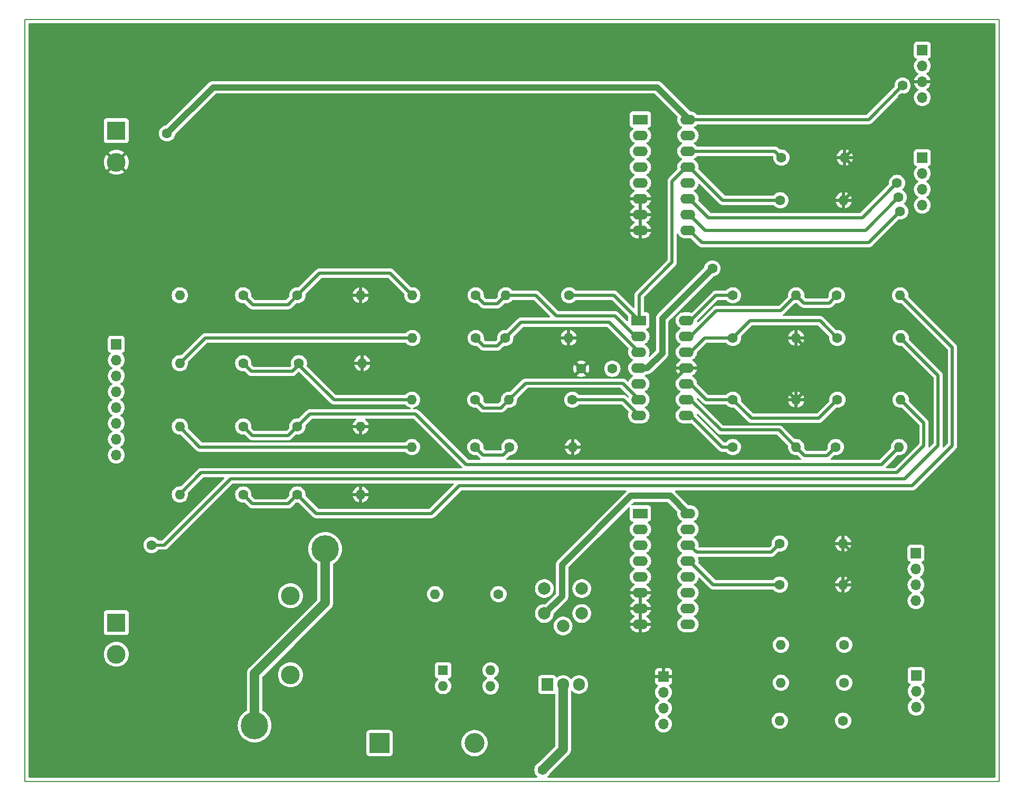
<source format=gbr>
%TF.GenerationSoftware,KiCad,Pcbnew,7.0.9*%
%TF.CreationDate,2024-11-01T10:26:32+02:00*%
%TF.ProjectId,BMS,424d532e-6b69-4636-9164-5f7063625858,rev?*%
%TF.SameCoordinates,Original*%
%TF.FileFunction,Copper,L1,Top*%
%TF.FilePolarity,Positive*%
%FSLAX46Y46*%
G04 Gerber Fmt 4.6, Leading zero omitted, Abs format (unit mm)*
G04 Created by KiCad (PCBNEW 7.0.9) date 2024-11-01 10:26:32*
%MOMM*%
%LPD*%
G01*
G04 APERTURE LIST*
%TA.AperFunction,NonConductor*%
%ADD10C,0.200000*%
%TD*%
%TA.AperFunction,ComponentPad*%
%ADD11R,3.200000X3.200000*%
%TD*%
%TA.AperFunction,ComponentPad*%
%ADD12O,3.200000X3.200000*%
%TD*%
%TA.AperFunction,ComponentPad*%
%ADD13R,2.400000X1.600000*%
%TD*%
%TA.AperFunction,ComponentPad*%
%ADD14O,2.400000X1.600000*%
%TD*%
%TA.AperFunction,ComponentPad*%
%ADD15C,1.600000*%
%TD*%
%TA.AperFunction,ComponentPad*%
%ADD16O,1.600000X1.600000*%
%TD*%
%TA.AperFunction,ComponentPad*%
%ADD17R,1.700000X1.700000*%
%TD*%
%TA.AperFunction,ComponentPad*%
%ADD18O,1.700000X1.700000*%
%TD*%
%TA.AperFunction,ComponentPad*%
%ADD19R,3.000000X3.000000*%
%TD*%
%TA.AperFunction,ComponentPad*%
%ADD20C,3.000000*%
%TD*%
%TA.AperFunction,ComponentPad*%
%ADD21R,1.905000X2.000000*%
%TD*%
%TA.AperFunction,ComponentPad*%
%ADD22O,1.905000X2.000000*%
%TD*%
%TA.AperFunction,ComponentPad*%
%ADD23C,2.000000*%
%TD*%
%TA.AperFunction,ComponentPad*%
%ADD24C,4.400000*%
%TD*%
%TA.AperFunction,ComponentPad*%
%ADD25R,1.600000X1.600000*%
%TD*%
%TA.AperFunction,ViaPad*%
%ADD26C,1.600000*%
%TD*%
%TA.AperFunction,Conductor*%
%ADD27C,1.500000*%
%TD*%
%TA.AperFunction,Conductor*%
%ADD28C,0.500000*%
%TD*%
%TA.AperFunction,Conductor*%
%ADD29C,1.000000*%
%TD*%
G04 APERTURE END LIST*
D10*
X61044000Y-33437000D02*
X217306000Y-33437000D01*
X217306000Y-155775000D01*
X61044000Y-155775000D01*
X61044000Y-33437000D01*
D11*
%TO.P,D1,1,K*%
%TO.N,B-*%
X117905000Y-149650000D03*
D12*
%TO.P,D1,2,A*%
%TO.N,Cell4 -*%
X133145000Y-149650000D03*
%TD*%
D13*
%TO.P,U3,1,X4*%
%TO.N,unconnected-(U3-X4-Pad1)*%
X159766000Y-112776000D03*
D14*
%TO.P,U3,2,X6*%
%TO.N,unconnected-(U3-X6-Pad2)*%
X159766000Y-115316000D03*
%TO.P,U3,3,X*%
%TO.N,V_cell34*%
X159766000Y-117856000D03*
%TO.P,U3,4,X7*%
%TO.N,unconnected-(U3-X7-Pad4)*%
X159766000Y-120396000D03*
%TO.P,U3,5,X5*%
%TO.N,unconnected-(U3-X5-Pad5)*%
X159766000Y-122936000D03*
%TO.P,U3,6,INH*%
%TO.N,GND*%
X159766000Y-125476000D03*
%TO.P,U3,7,VEE*%
X159766000Y-128016000D03*
%TO.P,U3,8,VSS*%
X159766000Y-130556000D03*
%TO.P,U3,9,C*%
%TO.N,sel_C1*%
X167386000Y-130556000D03*
%TO.P,U3,10,B*%
%TO.N,sel_B1*%
X167386000Y-128016000D03*
%TO.P,U3,11,A*%
%TO.N,sel_A1*%
X167386000Y-125476000D03*
%TO.P,U3,12,X3*%
%TO.N,unconnected-(U3-X3-Pad12)*%
X167386000Y-122936000D03*
%TO.P,U3,13,X0*%
%TO.N,Net-(U3-X0)*%
X167386000Y-120396000D03*
%TO.P,U3,14,X1*%
%TO.N,Net-(U3-X1)*%
X167386000Y-117856000D03*
%TO.P,U3,15,X2*%
%TO.N,unconnected-(U3-X2-Pad15)*%
X167386000Y-115316000D03*
%TO.P,U3,16,VDD*%
%TO.N,+12V*%
X167386000Y-112776000D03*
%TD*%
D13*
%TO.P,U2,1,X4*%
%TO.N,unconnected-(U2-X4-Pad1)*%
X159766000Y-49530000D03*
D14*
%TO.P,U2,2,X6*%
%TO.N,unconnected-(U2-X6-Pad2)*%
X159766000Y-52070000D03*
%TO.P,U2,3,X*%
%TO.N,V_cell12*%
X159766000Y-54610000D03*
%TO.P,U2,4,X7*%
%TO.N,unconnected-(U2-X7-Pad4)*%
X159766000Y-57150000D03*
%TO.P,U2,5,X5*%
%TO.N,unconnected-(U2-X5-Pad5)*%
X159766000Y-59690000D03*
%TO.P,U2,6,INH*%
%TO.N,GND*%
X159766000Y-62230000D03*
%TO.P,U2,7,VEE*%
X159766000Y-64770000D03*
%TO.P,U2,8,VSS*%
X159766000Y-67310000D03*
%TO.P,U2,9,C*%
%TO.N,sel_C*%
X167386000Y-67310000D03*
%TO.P,U2,10,B*%
%TO.N,sel_B*%
X167386000Y-64770000D03*
%TO.P,U2,11,A*%
%TO.N,sel_A*%
X167386000Y-62230000D03*
%TO.P,U2,12,X3*%
%TO.N,unconnected-(U2-X3-Pad12)*%
X167386000Y-59690000D03*
%TO.P,U2,13,X0*%
%TO.N,Net-(U2-X0)*%
X167386000Y-57150000D03*
%TO.P,U2,14,X1*%
%TO.N,Net-(U2-X1)*%
X167386000Y-54610000D03*
%TO.P,U2,15,X2*%
%TO.N,unconnected-(U2-X2-Pad15)*%
X167386000Y-52070000D03*
%TO.P,U2,16,VDD*%
%TO.N,+12V*%
X167386000Y-49530000D03*
%TD*%
D15*
%TO.P,R24,1*%
%TO.N,Net-(R22-Pad1)*%
X174578000Y-84598000D03*
D16*
%TO.P,R24,2*%
%TO.N,GND*%
X184738000Y-84598000D03*
%TD*%
D15*
%TO.P,R21,1*%
%TO.N,Net-(R21-Pad1)*%
X191262000Y-77740000D03*
D16*
%TO.P,R21,2*%
%TO.N,Net-(R21-Pad2)*%
X201422000Y-77740000D03*
%TD*%
D15*
%TO.P,R18,1*%
%TO.N,Net-(R18-Pad1)*%
X191342000Y-94504000D03*
D16*
%TO.P,R18,2*%
%TO.N,Cell3 -*%
X201502000Y-94504000D03*
%TD*%
D17*
%TO.P,ROW_VERT/1X5,1,Pin_1*%
%TO.N,GND*%
X163457500Y-138948000D03*
D18*
%TO.P,ROW_VERT/1X5,2,Pin_2*%
%TO.N,Net-(ROW_VERT/1X5-Pin_2)*%
X163457500Y-141488000D03*
%TO.P,ROW_VERT/1X5,3,Pin_3*%
%TO.N,Net-(ROW_VERT/1X5-Pin_3)*%
X163457500Y-144028000D03*
%TO.P,ROW_VERT/1X5,4,Pin_4*%
%TO.N,Net-(ROW_VERT/1X5-Pin_4)*%
X163457500Y-146568000D03*
%TD*%
D15*
%TO.P,R15,1*%
%TO.N,Net-(U2-X1)*%
X148837000Y-94504000D03*
D16*
%TO.P,R15,2*%
%TO.N,Net-(R13-Pad1)*%
X138677000Y-94504000D03*
%TD*%
D19*
%TO.P,TM_BLOCK/2P1,1,Pin_1*%
%TO.N,B+*%
X75692000Y-130302000D03*
D20*
%TO.P,TM_BLOCK/2P1,2,Pin_2*%
%TO.N,B-*%
X75692000Y-135382000D03*
%TD*%
D15*
%TO.P,R19,1*%
%TO.N,Net-(U3-X0)*%
X174578000Y-102108000D03*
D16*
%TO.P,R19,2*%
%TO.N,Net-(R17-Pad1)*%
X184738000Y-102108000D03*
%TD*%
D21*
%TO.P,Q2,1,G*%
%TO.N,Net-(Q2-G)*%
X144830000Y-140241000D03*
D22*
%TO.P,Q2,2,D*%
%TO.N,B-*%
X147370000Y-140241000D03*
%TO.P,Q2,3,S*%
%TO.N,Cell4 -*%
X149910000Y-140241000D03*
%TD*%
D17*
%TO.P,ROW_VERT/1X1,1,Pin_1*%
%TO.N,sel_A*%
X204978000Y-55636000D03*
D18*
%TO.P,ROW_VERT/1X1,2,Pin_2*%
%TO.N,sel_B*%
X204978000Y-58176000D03*
%TO.P,ROW_VERT/1X1,3,Pin_3*%
%TO.N,sel_C*%
X204978000Y-60716000D03*
%TO.P,ROW_VERT/1X1,4,Pin_4*%
%TO.N,V_cell12*%
X204978000Y-63256000D03*
%TD*%
D15*
%TO.P,R17,1*%
%TO.N,Net-(R17-Pad1)*%
X191088000Y-102108000D03*
D16*
%TO.P,R17,2*%
%TO.N,Net-(R17-Pad2)*%
X201248000Y-102108000D03*
%TD*%
D15*
%TO.P,R30,1*%
%TO.N,Net-(Q2-G)*%
X136986000Y-125730000D03*
D16*
%TO.P,R30,2*%
%TO.N,Net-(PUSH_BUTTON2-Pad1)*%
X126826000Y-125730000D03*
%TD*%
D15*
%TO.P,R9,1*%
%TO.N,Net-(R11-Pad2)*%
X133343000Y-77740000D03*
D16*
%TO.P,R9,2*%
%TO.N,Net-(R1-Pad1)*%
X123183000Y-77740000D03*
%TD*%
D15*
%TO.P,R32,1*%
%TO.N,R*%
X192452000Y-139954000D03*
D16*
%TO.P,R32,2*%
%TO.N,Net-(ROW_VERT/1X5-Pin_3)*%
X182292000Y-139954000D03*
%TD*%
D15*
%TO.P,R22,1*%
%TO.N,Net-(R22-Pad1)*%
X191342000Y-84598000D03*
D16*
%TO.P,R22,2*%
%TO.N,Cell4 -*%
X201502000Y-84598000D03*
%TD*%
D15*
%TO.P,R8,1*%
%TO.N,Net-(R21-Pad2)*%
X104728000Y-109728000D03*
D16*
%TO.P,R8,2*%
%TO.N,GND*%
X114888000Y-109728000D03*
%TD*%
D17*
%TO.P,ROW_VERT/1X4,1,Pin_1*%
%TO.N,+12V*%
X204978000Y-38364000D03*
D18*
%TO.P,ROW_VERT/1X4,2,Pin_2*%
X204978000Y-40904000D03*
%TO.P,ROW_VERT/1X4,3,Pin_3*%
%TO.N,GND*%
X204978000Y-43444000D03*
%TO.P,ROW_VERT/1X4,4,Pin_4*%
%TO.N,Vout_5V*%
X204978000Y-45984000D03*
%TD*%
D15*
%TO.P,R31,1*%
%TO.N,G*%
X192452000Y-133858000D03*
D16*
%TO.P,R31,2*%
%TO.N,Net-(ROW_VERT/1X5-Pin_2)*%
X182292000Y-133858000D03*
%TD*%
D15*
%TO.P,R11,1*%
%TO.N,Net-(U2-X0)*%
X148329000Y-77740000D03*
D16*
%TO.P,R11,2*%
%TO.N,Net-(R11-Pad2)*%
X138169000Y-77740000D03*
%TD*%
D15*
%TO.P,R7,1*%
%TO.N,Net-(R21-Pad2)*%
X96037000Y-109728000D03*
D16*
%TO.P,R7,2*%
%TO.N,Cell3 -*%
X85877000Y-109728000D03*
%TD*%
D15*
%TO.P,R20,1*%
%TO.N,Net-(R18-Pad1)*%
X174578000Y-94504000D03*
D16*
%TO.P,R20,2*%
%TO.N,GND*%
X184738000Y-94504000D03*
%TD*%
D15*
%TO.P,R12,1*%
%TO.N,Net-(R10-Pad1)*%
X138075000Y-84598000D03*
D16*
%TO.P,R12,2*%
%TO.N,GND*%
X148235000Y-84598000D03*
%TD*%
D15*
%TO.P,R1,1*%
%TO.N,Net-(R1-Pad1)*%
X96037000Y-77740000D03*
D16*
%TO.P,R1,2*%
%TO.N,B+*%
X85877000Y-77740000D03*
%TD*%
D15*
%TO.P,R28,1*%
%TO.N,Net-(U3-X1)*%
X182118000Y-117602000D03*
D16*
%TO.P,R28,2*%
%TO.N,GND*%
X192278000Y-117602000D03*
%TD*%
D15*
%TO.P,R3,1*%
%TO.N,Net-(R13-Pad2)*%
X96037000Y-88646000D03*
D16*
%TO.P,R3,2*%
%TO.N,Cell1 -*%
X85877000Y-88646000D03*
%TD*%
D15*
%TO.P,R4,1*%
%TO.N,Net-(R13-Pad2)*%
X104982000Y-88646000D03*
D16*
%TO.P,R4,2*%
%TO.N,GND*%
X115142000Y-88646000D03*
%TD*%
D23*
%TO.P,PUSH_BUTTON2,1,1*%
%TO.N,Net-(PUSH_BUTTON2-Pad1)*%
X144350000Y-124830000D03*
%TO.P,PUSH_BUTTON2,2,A*%
%TO.N,+12V*%
X144350000Y-128830000D03*
%TO.P,PUSH_BUTTON2,3,K*%
%TO.N,unconnected-(PUSH_BUTTON2-K-Pad3)*%
X150350000Y-128830000D03*
%TO.P,PUSH_BUTTON2,4,2*%
%TO.N,unconnected-(PUSH_BUTTON2-2-Pad4)*%
X150350000Y-124830000D03*
%TO.P,PUSH_BUTTON2,5,GND*%
%TO.N,unconnected-(PUSH_BUTTON2-GND-Pad5)*%
X147350000Y-130830000D03*
%TD*%
D15*
%TO.P,R33,1*%
%TO.N,B*%
X192278000Y-146050000D03*
D16*
%TO.P,R33,2*%
%TO.N,Net-(ROW_VERT/1X5-Pin_4)*%
X182118000Y-146050000D03*
%TD*%
D13*
%TO.P,U1,1*%
%TO.N,Net-(U2-X0)*%
X159512000Y-81788000D03*
D14*
%TO.P,U1,2*%
%TO.N,Net-(R11-Pad2)*%
X159512000Y-84328000D03*
%TO.P,U1,3*%
%TO.N,Net-(R10-Pad1)*%
X159512000Y-86868000D03*
%TO.P,U1,4*%
%TO.N,+12V*%
X159512000Y-89408000D03*
%TO.P,U1,5*%
%TO.N,Net-(R14-Pad1)*%
X159512000Y-91948000D03*
%TO.P,U1,6*%
%TO.N,Net-(R13-Pad1)*%
X159512000Y-94488000D03*
%TO.P,U1,7*%
%TO.N,Net-(U2-X1)*%
X159512000Y-97028000D03*
%TO.P,U1,8*%
%TO.N,Net-(U3-X0)*%
X167132000Y-97028000D03*
%TO.P,U1,9*%
%TO.N,Net-(R17-Pad1)*%
X167132000Y-94488000D03*
%TO.P,U1,10*%
%TO.N,Net-(R18-Pad1)*%
X167132000Y-91948000D03*
%TO.P,U1,11*%
%TO.N,GND*%
X167132000Y-89408000D03*
%TO.P,U1,12*%
%TO.N,Net-(R22-Pad1)*%
X167132000Y-86868000D03*
%TO.P,U1,13*%
%TO.N,Net-(R21-Pad1)*%
X167132000Y-84328000D03*
%TO.P,U1,14*%
%TO.N,Net-(U3-X1)*%
X167132000Y-81788000D03*
%TD*%
D17*
%TO.P,ROW_VERT/1X2,1,Pin_1*%
%TO.N,sel_A1*%
X203962000Y-119136000D03*
D18*
%TO.P,ROW_VERT/1X2,2,Pin_2*%
%TO.N,sel_B1*%
X203962000Y-121676000D03*
%TO.P,ROW_VERT/1X2,3,Pin_3*%
%TO.N,sel_C1*%
X203962000Y-124216000D03*
%TO.P,ROW_VERT/1X2,4,Pin_4*%
%TO.N,V_cell34*%
X203962000Y-126756000D03*
%TD*%
D15*
%TO.P,R25,1*%
%TO.N,Net-(U2-X0)*%
X182198000Y-62484000D03*
D16*
%TO.P,R25,2*%
%TO.N,GND*%
X192358000Y-62484000D03*
%TD*%
D15*
%TO.P,R10,1*%
%TO.N,Net-(R10-Pad1)*%
X133343000Y-84598000D03*
D16*
%TO.P,R10,2*%
%TO.N,Cell1 -*%
X123183000Y-84598000D03*
%TD*%
D24*
%TO.P,H4,1,1*%
%TO.N,B+*%
X109200000Y-118475000D03*
%TD*%
D19*
%TO.P,TM_BLOCK/2P2,1,Pin_1*%
%TO.N,+12V*%
X75692000Y-51308000D03*
D20*
%TO.P,TM_BLOCK/2P2,2,Pin_2*%
%TO.N,GND*%
X75692000Y-56388000D03*
%TD*%
D17*
%TO.P,ROW_VERT/1X3,1,Pin_1*%
%TO.N,B+*%
X75692000Y-85598000D03*
D18*
%TO.P,ROW_VERT/1X3,2,Pin_2*%
%TO.N,Cell1 -*%
X75692000Y-88138000D03*
%TO.P,ROW_VERT/1X3,3,Pin_3*%
X75692000Y-90678000D03*
%TO.P,ROW_VERT/1X3,4,Pin_4*%
%TO.N,Cell2 -*%
X75692000Y-93218000D03*
%TO.P,ROW_VERT/1X3,5,Pin_5*%
X75692000Y-95758000D03*
%TO.P,ROW_VERT/1X3,6,Pin_6*%
%TO.N,Cell3 -*%
X75692000Y-98298000D03*
%TO.P,ROW_VERT/1X3,7,Pin_7*%
X75692000Y-100838000D03*
%TO.P,ROW_VERT/1X3,8,Pin_8*%
%TO.N,Cell4 -*%
X75692000Y-103378000D03*
%TD*%
D15*
%TO.P,R27,1*%
%TO.N,Net-(U3-X0)*%
X182118000Y-124206000D03*
D16*
%TO.P,R27,2*%
%TO.N,GND*%
X192278000Y-124206000D03*
%TD*%
D15*
%TO.P,R5,1*%
%TO.N,Net-(R17-Pad2)*%
X96037000Y-98806000D03*
D16*
%TO.P,R5,2*%
%TO.N,Cell2 -*%
X85877000Y-98806000D03*
%TD*%
D15*
%TO.P,R6,1*%
%TO.N,Net-(R17-Pad2)*%
X104728000Y-98806000D03*
D16*
%TO.P,R6,2*%
%TO.N,GND*%
X114888000Y-98806000D03*
%TD*%
D15*
%TO.P,R2,1*%
%TO.N,Net-(R1-Pad1)*%
X104728000Y-77740000D03*
D16*
%TO.P,R2,2*%
%TO.N,GND*%
X114888000Y-77740000D03*
%TD*%
D20*
%TO.P,L2,1*%
%TO.N,Net-(L2-Pad1)*%
X103632000Y-138684000D03*
%TO.P,L2,2*%
%TO.N,Net-(L2-Pad2)*%
X103632000Y-125984000D03*
%TD*%
D15*
%TO.P,R13,1*%
%TO.N,Net-(R13-Pad1)*%
X133263000Y-94504000D03*
D16*
%TO.P,R13,2*%
%TO.N,Net-(R13-Pad2)*%
X123103000Y-94504000D03*
%TD*%
D24*
%TO.P,H3,1,1*%
%TO.N,B+*%
X97875000Y-146825000D03*
%TD*%
D15*
%TO.P,C1,1*%
%TO.N,+12V*%
X155257000Y-89528000D03*
%TO.P,C1,2*%
%TO.N,GND*%
X150257000Y-89528000D03*
%TD*%
D25*
%TO.P,U5,1*%
%TO.N,Net-(L2-Pad2)*%
X128106000Y-137950000D03*
D16*
%TO.P,U5,2*%
%TO.N,Net-(L2-Pad1)*%
X128106000Y-140490000D03*
%TO.P,U5,3*%
%TO.N,Cell4 -*%
X135726000Y-140490000D03*
%TO.P,U5,4*%
%TO.N,Net-(Q2-G)*%
X135726000Y-137950000D03*
%TD*%
D17*
%TO.P,SOCKET/1X1,1,Pin_1*%
%TO.N,G*%
X203975000Y-138785000D03*
D18*
%TO.P,SOCKET/1X1,2,Pin_2*%
%TO.N,R*%
X203975000Y-141325000D03*
%TO.P,SOCKET/1X1,3,Pin_3*%
%TO.N,B*%
X203975000Y-143865000D03*
%TD*%
D15*
%TO.P,R16,1*%
%TO.N,Net-(R14-Pad1)*%
X138764000Y-102108000D03*
D16*
%TO.P,R16,2*%
%TO.N,GND*%
X148924000Y-102108000D03*
%TD*%
D15*
%TO.P,R14,1*%
%TO.N,Net-(R14-Pad1)*%
X133270000Y-102108000D03*
D16*
%TO.P,R14,2*%
%TO.N,Cell2 -*%
X123110000Y-102108000D03*
%TD*%
D15*
%TO.P,R26,1*%
%TO.N,Net-(U2-X1)*%
X182372000Y-55626000D03*
D16*
%TO.P,R26,2*%
%TO.N,GND*%
X192532000Y-55626000D03*
%TD*%
D15*
%TO.P,R23,1*%
%TO.N,Net-(U3-X1)*%
X174578000Y-77740000D03*
D16*
%TO.P,R23,2*%
%TO.N,Net-(R21-Pad1)*%
X184738000Y-77740000D03*
%TD*%
D26*
%TO.N,B-*%
X144050000Y-153950000D03*
%TO.N,+12V*%
X171300000Y-73425000D03*
X83825000Y-51750000D03*
X201808000Y-44074000D03*
%TO.N,GND*%
X201815208Y-46088792D03*
%TO.N,Cell4 -*%
X81337500Y-117837500D03*
%TO.N,sel_A*%
X200919000Y-59695000D03*
%TO.N,sel_B*%
X201173000Y-61981000D03*
%TO.N,sel_C*%
X201427000Y-64267000D03*
%TD*%
D27*
%TO.N,B-*%
X147370000Y-150630000D02*
X147370000Y-140241000D01*
X144050000Y-153950000D02*
X147370000Y-150630000D01*
D28*
%TO.N,Net-(R10-Pad1)*%
X136798000Y-85875000D02*
X138075000Y-84598000D01*
X133343000Y-84598000D02*
X134620000Y-85875000D01*
X134620000Y-85875000D02*
X136798000Y-85875000D01*
%TO.N,Net-(R13-Pad1)*%
X134584000Y-95825000D02*
X137356000Y-95825000D01*
X137356000Y-95825000D02*
X138677000Y-94504000D01*
X133263000Y-94504000D02*
X134584000Y-95825000D01*
%TO.N,Net-(R14-Pad1)*%
X134537000Y-103375000D02*
X137751000Y-103375000D01*
X137751000Y-103375000D02*
X138764000Y-102362000D01*
X133270000Y-102108000D02*
X134537000Y-103375000D01*
%TO.N,Net-(R21-Pad2)*%
X97534000Y-111225000D02*
X96037000Y-109728000D01*
X104728000Y-109728000D02*
X103231000Y-111225000D01*
X103231000Y-111225000D02*
X97534000Y-111225000D01*
%TO.N,Cell4 -*%
X94000000Y-107200000D02*
X83362500Y-117837500D01*
X83362500Y-117837500D02*
X81337500Y-117837500D01*
X202172000Y-107200000D02*
X94000000Y-107200000D01*
X207518000Y-90618000D02*
X207518000Y-101854000D01*
X201502000Y-84602000D02*
X207518000Y-90618000D01*
X207518000Y-101854000D02*
X202172000Y-107200000D01*
X201502000Y-84598000D02*
X201502000Y-84602000D01*
D29*
%TO.N,+12V*%
X160867000Y-89408000D02*
X163250000Y-87025000D01*
X163250000Y-81475000D02*
X164050000Y-80675000D01*
X159512000Y-89408000D02*
X160867000Y-89408000D01*
X163250000Y-87025000D02*
X163250000Y-81475000D01*
X83825000Y-51750000D02*
X91225000Y-44350000D01*
X91225000Y-44350000D02*
X139650000Y-44350000D01*
X139650000Y-44350000D02*
X162460000Y-44350000D01*
X162460000Y-44350000D02*
X167640000Y-49530000D01*
D27*
%TO.N,B+*%
X97875000Y-138450000D02*
X97875000Y-146825000D01*
X109200000Y-127125000D02*
X97875000Y-138450000D01*
X109200000Y-118475000D02*
X109200000Y-127125000D01*
D29*
%TO.N,+12V*%
X164560000Y-109950000D02*
X167386000Y-112776000D01*
X147200000Y-121000000D02*
X158250000Y-109950000D01*
X147200000Y-126050000D02*
X147200000Y-121000000D01*
X158250000Y-109950000D02*
X164560000Y-109950000D01*
X144420000Y-128830000D02*
X147200000Y-126050000D01*
D28*
X144350000Y-128830000D02*
X144420000Y-128830000D01*
D29*
X164050000Y-80675000D02*
X171300000Y-73425000D01*
D28*
%TO.N,Net-(PUSH_BUTTON2-Pad1)*%
X126920000Y-125655000D02*
X126920000Y-125730000D01*
%TO.N,Net-(Q2-G)*%
X137080000Y-125730000D02*
X137075000Y-125735000D01*
%TO.N,+12V*%
X75692000Y-51308000D02*
X75946000Y-51308000D01*
X168656000Y-49530000D02*
X196352000Y-49530000D01*
X196352000Y-49530000D02*
X201808000Y-44074000D01*
X167640000Y-49530000D02*
X168656000Y-49530000D01*
X159422500Y-89528000D02*
X159542500Y-89408000D01*
%TO.N,GND*%
X192278000Y-117602000D02*
X193925000Y-119249000D01*
X192532000Y-55626000D02*
X194310000Y-57404000D01*
X192532000Y-55372000D02*
X192532000Y-55626000D01*
X193925000Y-122559000D02*
X192278000Y-124206000D01*
X160667000Y-102108000D02*
X148924000Y-102108000D01*
D27*
%TO.N,Cell4 -*%
X135726000Y-140490000D02*
X135726000Y-140601000D01*
D28*
%TO.N,GND*%
X184738000Y-94504000D02*
X179642000Y-89408000D01*
X159700000Y-64770000D02*
X159700000Y-67310000D01*
X194310000Y-60532000D02*
X192358000Y-62484000D01*
X167132000Y-89408000D02*
X163875000Y-92665000D01*
X204978000Y-43444000D02*
X204460000Y-43444000D01*
X194310000Y-57404000D02*
X194310000Y-60532000D01*
X186225000Y-86085000D02*
X186225000Y-93017000D01*
X184738000Y-84598000D02*
X186225000Y-86085000D01*
X159700000Y-62230000D02*
X159700000Y-64770000D01*
X163875000Y-92665000D02*
X163875000Y-98900000D01*
X163875000Y-98900000D02*
X160667000Y-102108000D01*
X193925000Y-119249000D02*
X193925000Y-122559000D01*
X179642000Y-89408000D02*
X167132000Y-89408000D01*
X186225000Y-93017000D02*
X184738000Y-94504000D01*
X192532000Y-55626000D02*
X201815208Y-46342792D01*
X201815208Y-46342792D02*
X201815208Y-46088792D01*
%TO.N,Net-(R1-Pad1)*%
X96037000Y-77740000D02*
X97547000Y-79250000D01*
X97547000Y-79250000D02*
X103218000Y-79250000D01*
X119634000Y-74168000D02*
X123183000Y-77717000D01*
X108284000Y-74168000D02*
X119634000Y-74168000D01*
X123183000Y-77717000D02*
X123183000Y-77740000D01*
X104728000Y-77724000D02*
X108284000Y-74168000D01*
X103218000Y-79250000D02*
X104728000Y-77740000D01*
%TO.N,Net-(R13-Pad2)*%
X110586000Y-94504000D02*
X123103000Y-94504000D01*
X96037000Y-88646000D02*
X97366000Y-89975000D01*
X104982000Y-88900000D02*
X110586000Y-94504000D01*
X103907000Y-89975000D02*
X104982000Y-88900000D01*
X97366000Y-89975000D02*
X103907000Y-89975000D01*
%TO.N,Net-(R17-Pad2)*%
X198454000Y-104902000D02*
X131826000Y-104902000D01*
X96037000Y-98806000D02*
X97481000Y-100250000D01*
X131826000Y-104902000D02*
X123698000Y-96774000D01*
X123698000Y-96774000D02*
X106760000Y-96774000D01*
X106760000Y-96774000D02*
X104728000Y-98806000D01*
X97481000Y-100250000D02*
X103284000Y-100250000D01*
X201248000Y-102108000D02*
X198454000Y-104902000D01*
X103284000Y-100250000D02*
X104728000Y-98806000D01*
%TO.N,Net-(R21-Pad2)*%
X104728000Y-109728000D02*
X107776000Y-112776000D01*
X107776000Y-112776000D02*
X126238000Y-112776000D01*
X203308000Y-108350000D02*
X209804000Y-101854000D01*
X130664000Y-108350000D02*
X203308000Y-108350000D01*
X209804000Y-101854000D02*
X209804000Y-86122000D01*
X209804000Y-86122000D02*
X201422000Y-77740000D01*
X126238000Y-112776000D02*
X130664000Y-108350000D01*
%TO.N,Net-(R11-Pad2)*%
X138169000Y-77740000D02*
X142967991Y-77740000D01*
X134703000Y-79100000D02*
X136809000Y-79100000D01*
X133343000Y-77740000D02*
X134703000Y-79100000D01*
X146253991Y-81026000D02*
X155702000Y-81026000D01*
X159004000Y-84328000D02*
X159542500Y-84328000D01*
X155702000Y-81026000D02*
X159004000Y-84328000D01*
X136809000Y-79100000D02*
X138169000Y-77740000D01*
X142967991Y-77740000D02*
X146253991Y-81026000D01*
%TO.N,Net-(R10-Pad1)*%
X140631000Y-82042000D02*
X154716500Y-82042000D01*
X138075000Y-84598000D02*
X140631000Y-82042000D01*
X154716500Y-82042000D02*
X159542500Y-86868000D01*
X137821000Y-84852000D02*
X138075000Y-84598000D01*
%TO.N,Net-(U2-X0)*%
X167386000Y-56896000D02*
X172974000Y-62484000D01*
X164846000Y-59436000D02*
X167386000Y-56896000D01*
X159542500Y-81788000D02*
X159542500Y-77707500D01*
X172974000Y-62484000D02*
X182198000Y-62484000D01*
X164846000Y-72404000D02*
X164846000Y-59436000D01*
X148329000Y-77740000D02*
X155494500Y-77740000D01*
X155494500Y-77740000D02*
X159542500Y-81788000D01*
X159542500Y-77707500D02*
X164846000Y-72404000D01*
%TO.N,Net-(R13-Pad1)*%
X156904500Y-91850000D02*
X141331000Y-91850000D01*
X159542500Y-94488000D02*
X156904500Y-91850000D01*
X141331000Y-91850000D02*
X138677000Y-94504000D01*
%TO.N,Net-(U2-X1)*%
X167640000Y-54610000D02*
X181356000Y-54610000D01*
X148837000Y-94504000D02*
X157018500Y-94504000D01*
X157018500Y-94504000D02*
X159542500Y-97028000D01*
X181356000Y-54610000D02*
X182372000Y-55626000D01*
%TO.N,Net-(R17-Pad1)*%
X184738000Y-102108000D02*
X186105000Y-103475000D01*
X189721000Y-103475000D02*
X191088000Y-102108000D01*
X182005000Y-99375000D02*
X184738000Y-102108000D01*
X186105000Y-103475000D02*
X189721000Y-103475000D01*
X167797500Y-94488000D02*
X172684500Y-99375000D01*
X172684500Y-99375000D02*
X182005000Y-99375000D01*
%TO.N,Net-(R18-Pad1)*%
X174578000Y-94504000D02*
X177574000Y-97500000D01*
X188346000Y-97500000D02*
X188275000Y-97500000D01*
X191342000Y-94504000D02*
X188346000Y-97500000D01*
X177574000Y-97500000D02*
X188275000Y-97500000D01*
X174578000Y-94504000D02*
X170353500Y-94504000D01*
X170353500Y-94504000D02*
X167797500Y-91948000D01*
X188275000Y-97500000D02*
X188350000Y-97500000D01*
%TO.N,Net-(U3-X0)*%
X171450000Y-124206000D02*
X167640000Y-120396000D01*
X172877500Y-102108000D02*
X167797500Y-97028000D01*
X182118000Y-124206000D02*
X171450000Y-124206000D01*
X174578000Y-102108000D02*
X172877500Y-102108000D01*
%TO.N,Net-(R21-Pad1)*%
X190002000Y-79000000D02*
X185998000Y-79000000D01*
X182275000Y-80200000D02*
X171925500Y-80200000D01*
X184735000Y-77740000D02*
X182275000Y-80200000D01*
X171925500Y-80200000D02*
X167797500Y-84328000D01*
X185998000Y-79000000D02*
X184738000Y-77740000D01*
X184738000Y-77740000D02*
X184735000Y-77740000D01*
X191262000Y-77740000D02*
X190002000Y-79000000D01*
%TO.N,Net-(R22-Pad1)*%
X174578000Y-84598000D02*
X170067500Y-84598000D01*
X170067500Y-84598000D02*
X167797500Y-86868000D01*
X177351000Y-81825000D02*
X188569000Y-81825000D01*
X174578000Y-84598000D02*
X177351000Y-81825000D01*
X188569000Y-81825000D02*
X191342000Y-84598000D01*
%TO.N,Net-(U3-X1)*%
X174578000Y-77740000D02*
X171845500Y-77740000D01*
X168759000Y-118975000D02*
X167640000Y-117856000D01*
X180745000Y-118975000D02*
X168759000Y-118975000D01*
X171845500Y-77740000D02*
X167797500Y-81788000D01*
X182118000Y-117602000D02*
X180745000Y-118975000D01*
X181864000Y-117856000D02*
X182118000Y-117602000D01*
%TO.N,sel_A*%
X200919000Y-59695000D02*
X195339000Y-65275000D01*
X170685000Y-65275000D02*
X167640000Y-62230000D01*
X195339000Y-65275000D02*
X170685000Y-65275000D01*
%TO.N,sel_B*%
X170170000Y-67300000D02*
X195854000Y-67300000D01*
X167640000Y-64770000D02*
X170170000Y-67300000D01*
X195854000Y-67300000D02*
X201173000Y-61981000D01*
%TO.N,sel_C*%
X196419000Y-69275000D02*
X201427000Y-64267000D01*
X169605000Y-69275000D02*
X196419000Y-69275000D01*
X167640000Y-67310000D02*
X169605000Y-69275000D01*
%TO.N,sel_A1*%
X203962000Y-119136000D02*
X203962000Y-119188000D01*
%TO.N,Cell1 -*%
X123183000Y-84598000D02*
X89925000Y-84598000D01*
X89925000Y-84598000D02*
X85877000Y-88646000D01*
X123135000Y-84900000D02*
X123183000Y-84852000D01*
%TO.N,Cell2 -*%
X89058000Y-102108000D02*
X123110000Y-102108000D01*
X85877000Y-98927000D02*
X89058000Y-102108000D01*
X85877000Y-98806000D02*
X85877000Y-98927000D01*
%TO.N,Cell3 -*%
X205232000Y-101854000D02*
X205232000Y-98234000D01*
X85877000Y-109728000D02*
X85877000Y-109673000D01*
X89325000Y-106225000D02*
X200861000Y-106225000D01*
X85877000Y-109673000D02*
X89325000Y-106225000D01*
X205232000Y-98234000D02*
X201502000Y-94504000D01*
X200861000Y-106225000D02*
X205232000Y-101854000D01*
%TO.N,Net-(ROW_VERT/1X5-Pin_4)*%
X163475500Y-146550000D02*
X163457500Y-146568000D01*
%TD*%
%TA.AperFunction,Conductor*%
%TO.N,GND*%
G36*
X160016000Y-130240314D02*
G01*
X160004045Y-130228359D01*
X159891148Y-130170835D01*
X159797481Y-130156000D01*
X159734519Y-130156000D01*
X159640852Y-130170835D01*
X159527955Y-130228359D01*
X159516000Y-130240314D01*
X159516000Y-128331686D01*
X159527955Y-128343641D01*
X159640852Y-128401165D01*
X159734519Y-128416000D01*
X159797481Y-128416000D01*
X159891148Y-128401165D01*
X160004045Y-128343641D01*
X160016000Y-128331686D01*
X160016000Y-130240314D01*
G37*
%TD.AperFunction*%
%TA.AperFunction,Conductor*%
G36*
X160016000Y-127700314D02*
G01*
X160004045Y-127688359D01*
X159891148Y-127630835D01*
X159797481Y-127616000D01*
X159734519Y-127616000D01*
X159640852Y-127630835D01*
X159527955Y-127688359D01*
X159516000Y-127700314D01*
X159516000Y-125791686D01*
X159527955Y-125803641D01*
X159640852Y-125861165D01*
X159734519Y-125876000D01*
X159797481Y-125876000D01*
X159891148Y-125861165D01*
X160004045Y-125803641D01*
X160016000Y-125791686D01*
X160016000Y-127700314D01*
G37*
%TD.AperFunction*%
%TA.AperFunction,Conductor*%
G36*
X160016000Y-66994314D02*
G01*
X160004045Y-66982359D01*
X159891148Y-66924835D01*
X159797481Y-66910000D01*
X159734519Y-66910000D01*
X159640852Y-66924835D01*
X159527955Y-66982359D01*
X159516000Y-66994314D01*
X159516000Y-65085686D01*
X159527955Y-65097641D01*
X159640852Y-65155165D01*
X159734519Y-65170000D01*
X159797481Y-65170000D01*
X159891148Y-65155165D01*
X160004045Y-65097641D01*
X160016000Y-65085686D01*
X160016000Y-66994314D01*
G37*
%TD.AperFunction*%
%TA.AperFunction,Conductor*%
G36*
X160016000Y-64454314D02*
G01*
X160004045Y-64442359D01*
X159891148Y-64384835D01*
X159797481Y-64370000D01*
X159734519Y-64370000D01*
X159640852Y-64384835D01*
X159527955Y-64442359D01*
X159516000Y-64454314D01*
X159516000Y-62545686D01*
X159527955Y-62557641D01*
X159640852Y-62615165D01*
X159734519Y-62630000D01*
X159797481Y-62630000D01*
X159891148Y-62615165D01*
X160004045Y-62557641D01*
X160016000Y-62545686D01*
X160016000Y-64454314D01*
G37*
%TD.AperFunction*%
%TA.AperFunction,Conductor*%
G36*
X216648539Y-34057185D02*
G01*
X216694294Y-34109989D01*
X216705500Y-34161500D01*
X216705500Y-155050500D01*
X216685815Y-155117539D01*
X216633011Y-155163294D01*
X216581500Y-155174500D01*
X144961865Y-155174500D01*
X144894826Y-155154815D01*
X144849071Y-155102011D01*
X144839127Y-155032853D01*
X144868152Y-154969297D01*
X144885271Y-154953857D01*
X144884994Y-154953526D01*
X144889138Y-154950048D01*
X145050045Y-154789141D01*
X145050047Y-154789139D01*
X145180568Y-154602734D01*
X145184285Y-154594762D01*
X145208982Y-154559490D01*
X148202127Y-151566345D01*
X148207287Y-151561733D01*
X148237666Y-151537508D01*
X148282645Y-151486023D01*
X148285462Y-151483010D01*
X148293945Y-151474529D01*
X148320950Y-151442181D01*
X148385765Y-151367996D01*
X148388006Y-151364243D01*
X148399274Y-151348364D01*
X148402068Y-151345019D01*
X148450683Y-151259340D01*
X148501215Y-151174764D01*
X148502747Y-151170679D01*
X148511003Y-151153033D01*
X148513153Y-151149245D01*
X148545692Y-151056253D01*
X148580307Y-150964024D01*
X148581085Y-150959737D01*
X148586056Y-150940902D01*
X148587498Y-150936783D01*
X148602910Y-150839472D01*
X148620500Y-150742547D01*
X148620500Y-150738169D01*
X148622027Y-150718770D01*
X148622710Y-150714460D01*
X148620500Y-150615997D01*
X148620500Y-146568000D01*
X162101841Y-146568000D01*
X162122436Y-146803403D01*
X162122438Y-146803413D01*
X162183594Y-147031655D01*
X162183596Y-147031659D01*
X162183597Y-147031663D01*
X162253032Y-147180567D01*
X162283465Y-147245830D01*
X162283467Y-147245834D01*
X162346347Y-147335635D01*
X162419005Y-147439401D01*
X162586099Y-147606495D01*
X162671304Y-147666156D01*
X162779665Y-147742032D01*
X162779667Y-147742033D01*
X162779670Y-147742035D01*
X162993837Y-147841903D01*
X163222092Y-147903063D01*
X163410418Y-147919539D01*
X163457499Y-147923659D01*
X163457500Y-147923659D01*
X163457501Y-147923659D01*
X163496734Y-147920226D01*
X163692908Y-147903063D01*
X163921163Y-147841903D01*
X164135330Y-147742035D01*
X164328901Y-147606495D01*
X164495995Y-147439401D01*
X164631535Y-147245830D01*
X164731403Y-147031663D01*
X164792563Y-146803408D01*
X164813159Y-146568000D01*
X164792563Y-146332592D01*
X164731403Y-146104337D01*
X164706066Y-146050001D01*
X180812532Y-146050001D01*
X180832364Y-146276686D01*
X180832366Y-146276697D01*
X180891258Y-146496488D01*
X180891261Y-146496497D01*
X180987431Y-146702732D01*
X180987432Y-146702734D01*
X181117954Y-146889141D01*
X181278858Y-147050045D01*
X181278861Y-147050047D01*
X181465266Y-147180568D01*
X181671504Y-147276739D01*
X181891308Y-147335635D01*
X182053230Y-147349801D01*
X182117998Y-147355468D01*
X182118000Y-147355468D01*
X182118002Y-147355468D01*
X182174673Y-147350509D01*
X182344692Y-147335635D01*
X182564496Y-147276739D01*
X182770734Y-147180568D01*
X182957139Y-147050047D01*
X183118047Y-146889139D01*
X183248568Y-146702734D01*
X183344739Y-146496496D01*
X183403635Y-146276692D01*
X183423468Y-146050001D01*
X190972532Y-146050001D01*
X190992364Y-146276686D01*
X190992366Y-146276697D01*
X191051258Y-146496488D01*
X191051261Y-146496497D01*
X191147431Y-146702732D01*
X191147432Y-146702734D01*
X191277954Y-146889141D01*
X191438858Y-147050045D01*
X191438861Y-147050047D01*
X191625266Y-147180568D01*
X191831504Y-147276739D01*
X192051308Y-147335635D01*
X192213230Y-147349801D01*
X192277998Y-147355468D01*
X192278000Y-147355468D01*
X192278002Y-147355468D01*
X192334673Y-147350509D01*
X192504692Y-147335635D01*
X192724496Y-147276739D01*
X192930734Y-147180568D01*
X193117139Y-147050047D01*
X193278047Y-146889139D01*
X193408568Y-146702734D01*
X193504739Y-146496496D01*
X193563635Y-146276692D01*
X193583468Y-146050000D01*
X193563635Y-145823308D01*
X193504739Y-145603504D01*
X193408568Y-145397266D01*
X193278047Y-145210861D01*
X193278045Y-145210858D01*
X193117141Y-145049954D01*
X192930734Y-144919432D01*
X192930732Y-144919431D01*
X192724497Y-144823261D01*
X192724488Y-144823258D01*
X192504697Y-144764366D01*
X192504693Y-144764365D01*
X192504692Y-144764365D01*
X192504691Y-144764364D01*
X192504686Y-144764364D01*
X192278002Y-144744532D01*
X192277998Y-144744532D01*
X192051313Y-144764364D01*
X192051302Y-144764366D01*
X191831511Y-144823258D01*
X191831502Y-144823261D01*
X191625267Y-144919431D01*
X191625265Y-144919432D01*
X191438858Y-145049954D01*
X191277954Y-145210858D01*
X191147432Y-145397265D01*
X191147431Y-145397267D01*
X191051261Y-145603502D01*
X191051258Y-145603511D01*
X190992366Y-145823302D01*
X190992364Y-145823313D01*
X190972532Y-146049998D01*
X190972532Y-146050001D01*
X183423468Y-146050001D01*
X183423468Y-146050000D01*
X183403635Y-145823308D01*
X183344739Y-145603504D01*
X183248568Y-145397266D01*
X183118047Y-145210861D01*
X183118045Y-145210858D01*
X182957141Y-145049954D01*
X182770734Y-144919432D01*
X182770732Y-144919431D01*
X182564497Y-144823261D01*
X182564488Y-144823258D01*
X182344697Y-144764366D01*
X182344693Y-144764365D01*
X182344692Y-144764365D01*
X182344691Y-144764364D01*
X182344686Y-144764364D01*
X182118002Y-144744532D01*
X182117998Y-144744532D01*
X181891313Y-144764364D01*
X181891302Y-144764366D01*
X181671511Y-144823258D01*
X181671502Y-144823261D01*
X181465267Y-144919431D01*
X181465265Y-144919432D01*
X181278858Y-145049954D01*
X181117954Y-145210858D01*
X180987432Y-145397265D01*
X180987431Y-145397267D01*
X180891261Y-145603502D01*
X180891258Y-145603511D01*
X180832366Y-145823302D01*
X180832364Y-145823313D01*
X180812532Y-146049998D01*
X180812532Y-146050001D01*
X164706066Y-146050001D01*
X164631535Y-145890171D01*
X164614371Y-145865657D01*
X164495994Y-145696597D01*
X164328902Y-145529506D01*
X164328896Y-145529501D01*
X164143342Y-145399575D01*
X164099717Y-145344998D01*
X164092523Y-145275500D01*
X164124046Y-145213145D01*
X164143342Y-145196425D01*
X164225489Y-145138905D01*
X164328901Y-145066495D01*
X164495995Y-144899401D01*
X164631535Y-144705830D01*
X164731403Y-144491663D01*
X164792563Y-144263408D01*
X164813159Y-144028000D01*
X164798898Y-143865000D01*
X202619341Y-143865000D01*
X202639936Y-144100403D01*
X202639938Y-144100413D01*
X202701094Y-144328655D01*
X202701096Y-144328659D01*
X202701097Y-144328663D01*
X202777102Y-144491655D01*
X202800965Y-144542830D01*
X202800967Y-144542834D01*
X202909281Y-144697521D01*
X202936505Y-144736401D01*
X203103599Y-144903495D01*
X203200384Y-144971265D01*
X203297165Y-145039032D01*
X203297167Y-145039033D01*
X203297170Y-145039035D01*
X203511337Y-145138903D01*
X203739592Y-145200063D01*
X203889117Y-145213145D01*
X203974999Y-145220659D01*
X203975000Y-145220659D01*
X203975001Y-145220659D01*
X204014234Y-145217226D01*
X204210408Y-145200063D01*
X204438663Y-145138903D01*
X204652830Y-145039035D01*
X204846401Y-144903495D01*
X205013495Y-144736401D01*
X205149035Y-144542830D01*
X205248903Y-144328663D01*
X205310063Y-144100408D01*
X205330659Y-143865000D01*
X205310063Y-143629592D01*
X205248903Y-143401337D01*
X205149035Y-143187171D01*
X205127629Y-143156599D01*
X205013494Y-142993597D01*
X204846402Y-142826506D01*
X204846396Y-142826501D01*
X204660842Y-142696575D01*
X204617217Y-142641998D01*
X204610023Y-142572500D01*
X204641546Y-142510145D01*
X204660842Y-142493425D01*
X204683026Y-142477891D01*
X204846401Y-142363495D01*
X205013495Y-142196401D01*
X205149035Y-142002830D01*
X205248903Y-141788663D01*
X205310063Y-141560408D01*
X205330659Y-141325000D01*
X205330659Y-141324994D01*
X205318038Y-141180741D01*
X205310063Y-141089592D01*
X205248903Y-140861337D01*
X205149035Y-140647171D01*
X205127628Y-140616599D01*
X205013496Y-140453600D01*
X204957652Y-140397756D01*
X204891567Y-140331671D01*
X204858084Y-140270351D01*
X204863068Y-140200659D01*
X204904939Y-140144725D01*
X204935915Y-140127810D01*
X205067331Y-140078796D01*
X205182546Y-139992546D01*
X205268796Y-139877331D01*
X205319091Y-139742483D01*
X205325500Y-139682873D01*
X205325499Y-137887128D01*
X205319091Y-137827517D01*
X205316533Y-137820659D01*
X205268797Y-137692671D01*
X205268793Y-137692664D01*
X205182547Y-137577455D01*
X205182544Y-137577452D01*
X205067335Y-137491206D01*
X205067328Y-137491202D01*
X204932482Y-137440908D01*
X204932483Y-137440908D01*
X204872883Y-137434501D01*
X204872881Y-137434500D01*
X204872873Y-137434500D01*
X204872864Y-137434500D01*
X203077129Y-137434500D01*
X203077123Y-137434501D01*
X203017516Y-137440908D01*
X202882671Y-137491202D01*
X202882664Y-137491206D01*
X202767455Y-137577452D01*
X202767452Y-137577455D01*
X202681206Y-137692664D01*
X202681202Y-137692671D01*
X202630908Y-137827517D01*
X202624501Y-137887116D01*
X202624501Y-137887123D01*
X202624500Y-137887135D01*
X202624500Y-139682870D01*
X202624501Y-139682876D01*
X202630908Y-139742483D01*
X202681202Y-139877328D01*
X202681206Y-139877335D01*
X202767452Y-139992544D01*
X202767455Y-139992547D01*
X202882664Y-140078793D01*
X202882671Y-140078797D01*
X203014081Y-140127810D01*
X203070015Y-140169681D01*
X203094432Y-140235145D01*
X203079580Y-140303418D01*
X203058430Y-140331673D01*
X202936503Y-140453600D01*
X202800965Y-140647169D01*
X202800964Y-140647171D01*
X202701098Y-140861335D01*
X202701094Y-140861344D01*
X202639938Y-141089586D01*
X202639936Y-141089596D01*
X202619341Y-141324994D01*
X202619341Y-141325000D01*
X202639936Y-141560403D01*
X202639938Y-141560413D01*
X202701094Y-141788655D01*
X202701096Y-141788659D01*
X202701097Y-141788663D01*
X202732166Y-141855290D01*
X202800965Y-142002830D01*
X202800967Y-142002834D01*
X202936501Y-142196395D01*
X202936506Y-142196402D01*
X203103597Y-142363493D01*
X203103603Y-142363498D01*
X203289158Y-142493425D01*
X203332783Y-142548002D01*
X203339977Y-142617500D01*
X203308454Y-142679855D01*
X203289158Y-142696575D01*
X203103597Y-142826505D01*
X202936505Y-142993597D01*
X202800965Y-143187169D01*
X202800964Y-143187171D01*
X202701098Y-143401335D01*
X202701094Y-143401344D01*
X202639938Y-143629586D01*
X202639936Y-143629596D01*
X202619341Y-143864999D01*
X202619341Y-143865000D01*
X164798898Y-143865000D01*
X164792563Y-143792592D01*
X164731403Y-143564337D01*
X164631535Y-143350171D01*
X164517401Y-143187169D01*
X164495994Y-143156597D01*
X164328902Y-142989506D01*
X164328896Y-142989501D01*
X164143342Y-142859575D01*
X164099717Y-142804998D01*
X164092523Y-142735500D01*
X164124046Y-142673145D01*
X164143342Y-142656425D01*
X164165526Y-142640891D01*
X164328901Y-142526495D01*
X164495995Y-142359401D01*
X164631535Y-142165830D01*
X164731403Y-141951663D01*
X164792563Y-141723408D01*
X164813159Y-141488000D01*
X164792563Y-141252592D01*
X164731403Y-141024337D01*
X164631535Y-140810171D01*
X164619609Y-140793139D01*
X164495996Y-140616600D01*
X164486128Y-140606732D01*
X164373679Y-140494283D01*
X164340196Y-140432963D01*
X164345180Y-140363271D01*
X164387051Y-140307337D01*
X164418029Y-140290422D01*
X164549586Y-140241354D01*
X164549593Y-140241350D01*
X164664687Y-140155190D01*
X164664690Y-140155187D01*
X164750850Y-140040093D01*
X164750854Y-140040086D01*
X164782961Y-139954001D01*
X180986532Y-139954001D01*
X181006364Y-140180686D01*
X181006366Y-140180697D01*
X181065258Y-140400488D01*
X181065261Y-140400497D01*
X181161431Y-140606732D01*
X181161432Y-140606734D01*
X181291954Y-140793141D01*
X181452858Y-140954045D01*
X181452861Y-140954047D01*
X181639266Y-141084568D01*
X181845504Y-141180739D01*
X181845509Y-141180740D01*
X181845511Y-141180741D01*
X181898415Y-141194916D01*
X182065308Y-141239635D01*
X182213407Y-141252592D01*
X182291998Y-141259468D01*
X182292000Y-141259468D01*
X182292002Y-141259468D01*
X182348673Y-141254509D01*
X182518692Y-141239635D01*
X182738496Y-141180739D01*
X182944734Y-141084568D01*
X183131139Y-140954047D01*
X183292047Y-140793139D01*
X183422568Y-140606734D01*
X183518739Y-140400496D01*
X183577635Y-140180692D01*
X183597468Y-139954001D01*
X191146532Y-139954001D01*
X191166364Y-140180686D01*
X191166366Y-140180697D01*
X191225258Y-140400488D01*
X191225261Y-140400497D01*
X191321431Y-140606732D01*
X191321432Y-140606734D01*
X191451954Y-140793141D01*
X191612858Y-140954045D01*
X191612861Y-140954047D01*
X191799266Y-141084568D01*
X192005504Y-141180739D01*
X192005509Y-141180740D01*
X192005511Y-141180741D01*
X192058415Y-141194916D01*
X192225308Y-141239635D01*
X192373407Y-141252592D01*
X192451998Y-141259468D01*
X192452000Y-141259468D01*
X192452002Y-141259468D01*
X192508673Y-141254509D01*
X192678692Y-141239635D01*
X192898496Y-141180739D01*
X193104734Y-141084568D01*
X193291139Y-140954047D01*
X193452047Y-140793139D01*
X193582568Y-140606734D01*
X193678739Y-140400496D01*
X193737635Y-140180692D01*
X193757468Y-139954000D01*
X193757426Y-139953524D01*
X193750760Y-139877328D01*
X193737635Y-139727308D01*
X193678739Y-139507504D01*
X193582568Y-139301266D01*
X193452047Y-139114861D01*
X193452045Y-139114858D01*
X193291141Y-138953954D01*
X193104734Y-138823432D01*
X193104732Y-138823431D01*
X192898497Y-138727261D01*
X192898488Y-138727258D01*
X192678697Y-138668366D01*
X192678693Y-138668365D01*
X192678692Y-138668365D01*
X192678691Y-138668364D01*
X192678686Y-138668364D01*
X192452002Y-138648532D01*
X192451998Y-138648532D01*
X192225313Y-138668364D01*
X192225302Y-138668366D01*
X192005511Y-138727258D01*
X192005502Y-138727261D01*
X191799267Y-138823431D01*
X191799265Y-138823432D01*
X191612858Y-138953954D01*
X191451954Y-139114858D01*
X191321432Y-139301265D01*
X191321431Y-139301267D01*
X191225261Y-139507502D01*
X191225258Y-139507511D01*
X191166366Y-139727302D01*
X191166364Y-139727313D01*
X191146532Y-139953998D01*
X191146532Y-139954001D01*
X183597468Y-139954001D01*
X183597468Y-139954000D01*
X183597426Y-139953524D01*
X183590760Y-139877328D01*
X183577635Y-139727308D01*
X183518739Y-139507504D01*
X183422568Y-139301266D01*
X183292047Y-139114861D01*
X183292045Y-139114858D01*
X183131141Y-138953954D01*
X182944734Y-138823432D01*
X182944732Y-138823431D01*
X182738497Y-138727261D01*
X182738488Y-138727258D01*
X182518697Y-138668366D01*
X182518693Y-138668365D01*
X182518692Y-138668365D01*
X182518691Y-138668364D01*
X182518686Y-138668364D01*
X182292002Y-138648532D01*
X182291998Y-138648532D01*
X182065313Y-138668364D01*
X182065302Y-138668366D01*
X181845511Y-138727258D01*
X181845502Y-138727261D01*
X181639267Y-138823431D01*
X181639265Y-138823432D01*
X181452858Y-138953954D01*
X181291954Y-139114858D01*
X181161432Y-139301265D01*
X181161431Y-139301267D01*
X181065261Y-139507502D01*
X181065258Y-139507511D01*
X181006366Y-139727302D01*
X181006364Y-139727313D01*
X180986532Y-139953998D01*
X180986532Y-139954001D01*
X164782961Y-139954001D01*
X164801096Y-139905379D01*
X164801098Y-139905372D01*
X164807499Y-139845844D01*
X164807500Y-139845827D01*
X164807500Y-139198000D01*
X163891186Y-139198000D01*
X163916993Y-139157844D01*
X163957500Y-139019889D01*
X163957500Y-138876111D01*
X163916993Y-138738156D01*
X163891186Y-138698000D01*
X164807500Y-138698000D01*
X164807500Y-138050172D01*
X164807499Y-138050155D01*
X164801098Y-137990627D01*
X164801096Y-137990620D01*
X164750854Y-137855913D01*
X164750850Y-137855906D01*
X164664690Y-137740812D01*
X164664687Y-137740809D01*
X164549593Y-137654649D01*
X164549586Y-137654645D01*
X164414879Y-137604403D01*
X164414872Y-137604401D01*
X164355344Y-137598000D01*
X163707500Y-137598000D01*
X163707500Y-138512498D01*
X163599815Y-138463320D01*
X163493263Y-138448000D01*
X163421737Y-138448000D01*
X163315185Y-138463320D01*
X163207500Y-138512498D01*
X163207500Y-137598000D01*
X162559655Y-137598000D01*
X162500127Y-137604401D01*
X162500120Y-137604403D01*
X162365413Y-137654645D01*
X162365406Y-137654649D01*
X162250312Y-137740809D01*
X162250309Y-137740812D01*
X162164149Y-137855906D01*
X162164145Y-137855913D01*
X162113903Y-137990620D01*
X162113901Y-137990627D01*
X162107500Y-138050155D01*
X162107500Y-138698000D01*
X163023814Y-138698000D01*
X162998007Y-138738156D01*
X162957500Y-138876111D01*
X162957500Y-139019889D01*
X162998007Y-139157844D01*
X163023814Y-139198000D01*
X162107500Y-139198000D01*
X162107500Y-139845844D01*
X162113901Y-139905372D01*
X162113903Y-139905379D01*
X162164145Y-140040086D01*
X162164149Y-140040093D01*
X162250309Y-140155187D01*
X162250312Y-140155190D01*
X162365406Y-140241350D01*
X162365413Y-140241354D01*
X162496970Y-140290421D01*
X162552903Y-140332292D01*
X162577321Y-140397756D01*
X162562470Y-140466029D01*
X162541319Y-140494284D01*
X162419003Y-140616600D01*
X162283465Y-140810169D01*
X162283464Y-140810171D01*
X162183598Y-141024335D01*
X162183594Y-141024344D01*
X162122438Y-141252586D01*
X162122436Y-141252596D01*
X162101841Y-141487999D01*
X162101841Y-141488000D01*
X162122436Y-141723403D01*
X162122438Y-141723413D01*
X162183594Y-141951655D01*
X162183596Y-141951659D01*
X162183597Y-141951663D01*
X162283465Y-142165830D01*
X162283467Y-142165834D01*
X162419001Y-142359395D01*
X162419006Y-142359402D01*
X162586097Y-142526493D01*
X162586103Y-142526498D01*
X162771658Y-142656425D01*
X162815283Y-142711002D01*
X162822477Y-142780500D01*
X162790954Y-142842855D01*
X162771658Y-142859575D01*
X162586097Y-142989505D01*
X162419005Y-143156597D01*
X162283465Y-143350169D01*
X162283464Y-143350171D01*
X162183598Y-143564335D01*
X162183594Y-143564344D01*
X162122438Y-143792586D01*
X162122436Y-143792596D01*
X162101841Y-144027999D01*
X162101841Y-144028000D01*
X162122436Y-144263403D01*
X162122438Y-144263413D01*
X162183594Y-144491655D01*
X162183596Y-144491659D01*
X162183597Y-144491663D01*
X162283465Y-144705830D01*
X162283467Y-144705834D01*
X162419001Y-144899395D01*
X162419006Y-144899402D01*
X162586097Y-145066493D01*
X162586103Y-145066498D01*
X162771658Y-145196425D01*
X162815283Y-145251002D01*
X162822477Y-145320500D01*
X162790954Y-145382855D01*
X162771658Y-145399575D01*
X162586097Y-145529505D01*
X162419005Y-145696597D01*
X162283465Y-145890169D01*
X162283464Y-145890171D01*
X162183598Y-146104335D01*
X162183594Y-146104344D01*
X162122438Y-146332586D01*
X162122436Y-146332596D01*
X162101841Y-146567999D01*
X162101841Y-146568000D01*
X148620500Y-146568000D01*
X148620500Y-141350855D01*
X148640185Y-141283816D01*
X148692989Y-141238061D01*
X148762147Y-141228117D01*
X148825703Y-141257142D01*
X148835718Y-141266860D01*
X148922537Y-141361171D01*
X149078908Y-141482879D01*
X149088117Y-141490047D01*
X149112561Y-141509072D01*
X149207422Y-141560408D01*
X149318585Y-141620567D01*
X149324336Y-141623679D01*
X149442598Y-141664278D01*
X149552083Y-141701865D01*
X149552085Y-141701865D01*
X149552087Y-141701866D01*
X149789601Y-141741500D01*
X149789602Y-141741500D01*
X150030398Y-141741500D01*
X150030399Y-141741500D01*
X150267913Y-141701866D01*
X150495664Y-141623679D01*
X150707439Y-141509072D01*
X150897463Y-141361171D01*
X151060551Y-141184010D01*
X151192255Y-140982422D01*
X151288983Y-140761905D01*
X151348095Y-140528476D01*
X151363000Y-140348600D01*
X151363000Y-140133400D01*
X151348095Y-139953524D01*
X151288983Y-139720095D01*
X151192255Y-139499578D01*
X151060551Y-139297990D01*
X150897463Y-139120829D01*
X150763358Y-139016451D01*
X150707441Y-138972929D01*
X150495665Y-138858321D01*
X150495656Y-138858318D01*
X150267916Y-138780134D01*
X150068800Y-138746908D01*
X150030399Y-138740500D01*
X149789601Y-138740500D01*
X149751200Y-138746908D01*
X149552083Y-138780134D01*
X149324343Y-138858318D01*
X149324334Y-138858321D01*
X149112558Y-138972929D01*
X148978456Y-139077305D01*
X148922537Y-139120829D01*
X148759449Y-139297990D01*
X148743808Y-139321931D01*
X148690661Y-139367287D01*
X148621430Y-139376710D01*
X148558094Y-139347207D01*
X148536192Y-139321931D01*
X148520551Y-139297990D01*
X148357463Y-139120829D01*
X148223358Y-139016451D01*
X148167441Y-138972929D01*
X147955665Y-138858321D01*
X147955656Y-138858318D01*
X147727916Y-138780134D01*
X147528800Y-138746908D01*
X147490399Y-138740500D01*
X147249601Y-138740500D01*
X147211200Y-138746908D01*
X147012083Y-138780134D01*
X146784343Y-138858318D01*
X146784334Y-138858321D01*
X146572559Y-138972929D01*
X146430069Y-139083833D01*
X146365075Y-139109475D01*
X146296535Y-139095908D01*
X146246210Y-139047440D01*
X146237725Y-139029311D01*
X146226298Y-138998673D01*
X146226293Y-138998664D01*
X146140047Y-138883455D01*
X146140044Y-138883452D01*
X146024835Y-138797206D01*
X146024828Y-138797202D01*
X145889982Y-138746908D01*
X145889983Y-138746908D01*
X145830383Y-138740501D01*
X145830381Y-138740500D01*
X145830373Y-138740500D01*
X145830364Y-138740500D01*
X143829629Y-138740500D01*
X143829623Y-138740501D01*
X143770016Y-138746908D01*
X143635171Y-138797202D01*
X143635164Y-138797206D01*
X143519955Y-138883452D01*
X143519952Y-138883455D01*
X143433706Y-138998664D01*
X143433702Y-138998671D01*
X143383408Y-139133517D01*
X143377001Y-139193116D01*
X143377000Y-139193135D01*
X143377000Y-141288870D01*
X143377001Y-141288876D01*
X143383408Y-141348483D01*
X143433702Y-141483328D01*
X143433706Y-141483335D01*
X143519952Y-141598544D01*
X143519955Y-141598547D01*
X143635164Y-141684793D01*
X143635171Y-141684797D01*
X143770017Y-141735091D01*
X143770016Y-141735091D01*
X143776944Y-141735835D01*
X143829627Y-141741500D01*
X145830372Y-141741499D01*
X145889983Y-141735091D01*
X145952167Y-141711898D01*
X146021858Y-141706914D01*
X146083182Y-141740399D01*
X146116666Y-141801722D01*
X146119500Y-141828080D01*
X146119500Y-150060663D01*
X146099815Y-150127702D01*
X146083181Y-150148344D01*
X143440509Y-152791015D01*
X143405242Y-152815712D01*
X143397264Y-152819432D01*
X143210858Y-152949954D01*
X143049954Y-153110858D01*
X142919432Y-153297265D01*
X142919431Y-153297267D01*
X142823261Y-153503502D01*
X142823258Y-153503511D01*
X142764366Y-153723302D01*
X142764364Y-153723313D01*
X142744532Y-153949998D01*
X142744532Y-153950001D01*
X142764364Y-154176686D01*
X142764366Y-154176697D01*
X142823258Y-154396488D01*
X142823261Y-154396497D01*
X142919431Y-154602732D01*
X142919432Y-154602734D01*
X143049954Y-154789141D01*
X143210861Y-154950048D01*
X143215006Y-154953526D01*
X143213946Y-154954789D01*
X143252884Y-155003502D01*
X143260076Y-155073001D01*
X143228554Y-155135355D01*
X143168324Y-155170769D01*
X143138135Y-155174500D01*
X61768500Y-155174500D01*
X61701461Y-155154815D01*
X61655706Y-155102011D01*
X61644500Y-155050500D01*
X61644500Y-151297870D01*
X115804500Y-151297870D01*
X115804501Y-151297876D01*
X115810908Y-151357483D01*
X115861202Y-151492328D01*
X115861206Y-151492335D01*
X115947452Y-151607544D01*
X115947455Y-151607547D01*
X116062664Y-151693793D01*
X116062671Y-151693797D01*
X116197517Y-151744091D01*
X116197516Y-151744091D01*
X116204444Y-151744835D01*
X116257127Y-151750500D01*
X119552872Y-151750499D01*
X119612483Y-151744091D01*
X119747331Y-151693796D01*
X119862546Y-151607546D01*
X119948796Y-151492331D01*
X119999091Y-151357483D01*
X120005500Y-151297873D01*
X120005499Y-149650000D01*
X131039592Y-149650000D01*
X131059201Y-149936680D01*
X131117666Y-150218034D01*
X131117667Y-150218037D01*
X131213894Y-150488793D01*
X131213893Y-150488793D01*
X131346098Y-150743935D01*
X131511812Y-150978700D01*
X131584242Y-151056253D01*
X131707947Y-151188708D01*
X131930853Y-151370055D01*
X132131926Y-151492331D01*
X132176382Y-151519365D01*
X132363237Y-151600526D01*
X132439942Y-151633844D01*
X132716642Y-151711371D01*
X132954694Y-151744091D01*
X133001321Y-151750500D01*
X133001322Y-151750500D01*
X133288679Y-151750500D01*
X133335306Y-151744091D01*
X133573358Y-151711371D01*
X133850058Y-151633844D01*
X134016116Y-151561715D01*
X134113617Y-151519365D01*
X134113620Y-151519363D01*
X134113625Y-151519361D01*
X134359147Y-151370055D01*
X134582053Y-151188708D01*
X134778189Y-150978698D01*
X134943901Y-150743936D01*
X135076104Y-150488797D01*
X135172334Y-150218032D01*
X135230798Y-149936686D01*
X135250408Y-149650000D01*
X135230798Y-149363314D01*
X135172334Y-149081968D01*
X135076105Y-148811206D01*
X135076106Y-148811206D01*
X134943901Y-148556064D01*
X134778187Y-148321299D01*
X134699554Y-148237105D01*
X134582053Y-148111292D01*
X134359147Y-147929945D01*
X134359146Y-147929944D01*
X134113617Y-147780634D01*
X133850063Y-147666158D01*
X133850061Y-147666157D01*
X133850058Y-147666156D01*
X133720578Y-147629877D01*
X133573364Y-147588630D01*
X133573359Y-147588629D01*
X133573358Y-147588629D01*
X133431018Y-147569064D01*
X133288679Y-147549500D01*
X133288678Y-147549500D01*
X133001322Y-147549500D01*
X133001321Y-147549500D01*
X132716642Y-147588629D01*
X132716635Y-147588630D01*
X132508861Y-147646845D01*
X132439942Y-147666156D01*
X132439939Y-147666156D01*
X132439936Y-147666158D01*
X132439935Y-147666158D01*
X132176382Y-147780634D01*
X131930853Y-147929944D01*
X131707950Y-148111289D01*
X131511812Y-148321299D01*
X131346098Y-148556064D01*
X131213894Y-148811206D01*
X131117667Y-149081962D01*
X131117666Y-149081965D01*
X131059201Y-149363319D01*
X131039592Y-149650000D01*
X120005499Y-149650000D01*
X120005499Y-148002128D01*
X119999091Y-147942517D01*
X119992057Y-147923659D01*
X119948797Y-147807671D01*
X119948793Y-147807664D01*
X119862547Y-147692455D01*
X119862544Y-147692452D01*
X119747335Y-147606206D01*
X119747328Y-147606202D01*
X119612482Y-147555908D01*
X119612483Y-147555908D01*
X119552883Y-147549501D01*
X119552881Y-147549500D01*
X119552873Y-147549500D01*
X119552864Y-147549500D01*
X116257129Y-147549500D01*
X116257123Y-147549501D01*
X116197516Y-147555908D01*
X116062671Y-147606202D01*
X116062664Y-147606206D01*
X115947455Y-147692452D01*
X115947452Y-147692455D01*
X115861206Y-147807664D01*
X115861202Y-147807671D01*
X115810908Y-147942517D01*
X115804501Y-148002116D01*
X115804501Y-148002123D01*
X115804500Y-148002135D01*
X115804500Y-151297870D01*
X61644500Y-151297870D01*
X61644500Y-146825000D01*
X95169564Y-146825000D01*
X95189289Y-147151099D01*
X95248178Y-147472452D01*
X95345366Y-147784342D01*
X95345370Y-147784354D01*
X95345373Y-147784361D01*
X95479455Y-148082279D01*
X95623948Y-148321299D01*
X95648473Y-148361868D01*
X95849954Y-148619039D01*
X96080960Y-148850045D01*
X96338131Y-149051526D01*
X96338134Y-149051528D01*
X96338137Y-149051530D01*
X96617721Y-149220545D01*
X96915639Y-149354627D01*
X96915652Y-149354631D01*
X96915657Y-149354633D01*
X97227547Y-149451821D01*
X97548896Y-149510710D01*
X97875000Y-149530436D01*
X98201104Y-149510710D01*
X98522453Y-149451821D01*
X98834361Y-149354627D01*
X99132279Y-149220545D01*
X99411863Y-149051530D01*
X99669036Y-148850048D01*
X99900048Y-148619036D01*
X100101530Y-148361863D01*
X100270545Y-148082279D01*
X100404627Y-147784361D01*
X100501821Y-147472453D01*
X100560710Y-147151104D01*
X100580436Y-146825000D01*
X100560710Y-146498896D01*
X100501821Y-146177547D01*
X100462075Y-146049998D01*
X100404633Y-145865657D01*
X100404631Y-145865652D01*
X100404627Y-145865639D01*
X100270545Y-145567721D01*
X100101530Y-145288137D01*
X100101528Y-145288134D01*
X100101526Y-145288131D01*
X99900045Y-145030960D01*
X99669039Y-144799954D01*
X99411867Y-144598473D01*
X99411866Y-144598472D01*
X99411863Y-144598470D01*
X99304696Y-144533685D01*
X99185350Y-144461537D01*
X99138162Y-144410009D01*
X99125500Y-144355420D01*
X99125500Y-139019335D01*
X99145185Y-138952296D01*
X99161814Y-138931659D01*
X99409472Y-138684001D01*
X101626390Y-138684001D01*
X101646804Y-138969433D01*
X101707628Y-139249037D01*
X101707630Y-139249043D01*
X101707631Y-139249046D01*
X101804031Y-139507504D01*
X101807635Y-139517166D01*
X101944770Y-139768309D01*
X101944775Y-139768317D01*
X102116254Y-139997387D01*
X102116270Y-139997405D01*
X102318594Y-140199729D01*
X102318612Y-140199745D01*
X102547682Y-140371224D01*
X102547690Y-140371229D01*
X102798833Y-140508364D01*
X102798832Y-140508364D01*
X102798836Y-140508365D01*
X102798839Y-140508367D01*
X103066954Y-140608369D01*
X103066960Y-140608370D01*
X103066962Y-140608371D01*
X103346566Y-140669195D01*
X103346568Y-140669195D01*
X103346572Y-140669196D01*
X103600220Y-140687337D01*
X103631999Y-140689610D01*
X103632000Y-140689610D01*
X103632001Y-140689610D01*
X103660595Y-140687564D01*
X103917428Y-140669196D01*
X104197046Y-140608369D01*
X104465161Y-140508367D01*
X104498796Y-140490001D01*
X126800532Y-140490001D01*
X126820364Y-140716686D01*
X126820366Y-140716697D01*
X126879258Y-140936488D01*
X126879261Y-140936497D01*
X126975431Y-141142732D01*
X126975432Y-141142734D01*
X127105954Y-141329141D01*
X127266858Y-141490045D01*
X127266861Y-141490047D01*
X127453266Y-141620568D01*
X127659504Y-141716739D01*
X127659509Y-141716740D01*
X127659511Y-141716741D01*
X127684393Y-141723408D01*
X127879308Y-141775635D01*
X128028219Y-141788663D01*
X128105998Y-141795468D01*
X128106000Y-141795468D01*
X128106002Y-141795468D01*
X128162673Y-141790509D01*
X128332692Y-141775635D01*
X128552496Y-141716739D01*
X128758734Y-141620568D01*
X128945139Y-141490047D01*
X129106047Y-141329139D01*
X129236568Y-141142734D01*
X129332739Y-140936496D01*
X129391635Y-140716692D01*
X129411468Y-140490001D01*
X134420532Y-140490001D01*
X134440364Y-140716686D01*
X134440366Y-140716697D01*
X134499258Y-140936488D01*
X134499260Y-140936492D01*
X134499261Y-140936496D01*
X134543341Y-141031026D01*
X134595431Y-141142733D01*
X134600878Y-141150512D01*
X134611022Y-141167833D01*
X134648167Y-141244966D01*
X134648171Y-141244974D01*
X134780473Y-141427072D01*
X134780474Y-141427074D01*
X134780477Y-141427077D01*
X134780478Y-141427078D01*
X134846339Y-141490047D01*
X134943176Y-141582633D01*
X135131033Y-141706636D01*
X135338004Y-141795100D01*
X135338007Y-141795101D01*
X135338012Y-141795103D01*
X135557463Y-141845191D01*
X135782330Y-141855290D01*
X136005387Y-141825075D01*
X136219464Y-141755517D01*
X136417681Y-141648852D01*
X136593666Y-141508508D01*
X136741765Y-141338996D01*
X136857215Y-141145764D01*
X136864870Y-141125365D01*
X136866719Y-141120963D01*
X136952739Y-140936496D01*
X137011635Y-140716692D01*
X137031468Y-140490000D01*
X137011635Y-140263308D01*
X136952739Y-140043504D01*
X136856568Y-139837266D01*
X136726047Y-139650861D01*
X136726045Y-139650858D01*
X136565141Y-139489954D01*
X136378734Y-139359432D01*
X136378728Y-139359429D01*
X136320725Y-139332382D01*
X136268285Y-139286210D01*
X136249133Y-139219017D01*
X136269348Y-139152135D01*
X136320725Y-139107618D01*
X136378734Y-139080568D01*
X136565139Y-138950047D01*
X136726047Y-138789139D01*
X136856568Y-138602734D01*
X136952739Y-138396496D01*
X137011635Y-138176692D01*
X137031468Y-137950000D01*
X137029784Y-137930757D01*
X137023236Y-137855906D01*
X137011635Y-137723308D01*
X136956697Y-137518274D01*
X136952741Y-137503511D01*
X136952738Y-137503502D01*
X136920562Y-137434501D01*
X136856568Y-137297266D01*
X136726047Y-137110861D01*
X136726045Y-137110858D01*
X136565141Y-136949954D01*
X136378734Y-136819432D01*
X136378732Y-136819431D01*
X136172497Y-136723261D01*
X136172488Y-136723258D01*
X135952697Y-136664366D01*
X135952693Y-136664365D01*
X135952692Y-136664365D01*
X135952691Y-136664364D01*
X135952686Y-136664364D01*
X135726002Y-136644532D01*
X135725998Y-136644532D01*
X135499313Y-136664364D01*
X135499302Y-136664366D01*
X135279511Y-136723258D01*
X135279502Y-136723261D01*
X135073267Y-136819431D01*
X135073265Y-136819432D01*
X134886858Y-136949954D01*
X134725954Y-137110858D01*
X134595432Y-137297265D01*
X134595431Y-137297267D01*
X134499261Y-137503502D01*
X134499258Y-137503511D01*
X134440366Y-137723302D01*
X134440364Y-137723313D01*
X134420532Y-137949998D01*
X134420532Y-137950001D01*
X134440364Y-138176686D01*
X134440366Y-138176697D01*
X134499258Y-138396488D01*
X134499261Y-138396497D01*
X134595431Y-138602732D01*
X134595432Y-138602734D01*
X134725954Y-138789141D01*
X134886858Y-138950045D01*
X134886861Y-138950047D01*
X135073266Y-139080568D01*
X135131275Y-139107618D01*
X135183714Y-139153791D01*
X135202866Y-139220984D01*
X135182650Y-139287865D01*
X135131275Y-139332382D01*
X135073267Y-139359431D01*
X135073265Y-139359432D01*
X134886858Y-139489954D01*
X134725954Y-139650858D01*
X134595432Y-139837265D01*
X134595431Y-139837267D01*
X134499261Y-140043502D01*
X134499258Y-140043511D01*
X134440366Y-140263302D01*
X134440364Y-140263313D01*
X134420532Y-140489998D01*
X134420532Y-140490001D01*
X129411468Y-140490001D01*
X129411468Y-140490000D01*
X129391635Y-140263308D01*
X129332739Y-140043504D01*
X129236568Y-139837266D01*
X129106047Y-139650861D01*
X129106045Y-139650858D01*
X128945143Y-139489956D01*
X128932095Y-139480820D01*
X128920535Y-139472725D01*
X128876912Y-139418149D01*
X128869719Y-139348650D01*
X128901241Y-139286296D01*
X128961471Y-139250882D01*
X128978404Y-139247861D01*
X129013483Y-139244091D01*
X129148331Y-139193796D01*
X129263546Y-139107546D01*
X129349796Y-138992331D01*
X129400091Y-138857483D01*
X129406500Y-138797873D01*
X129406499Y-137102128D01*
X129400091Y-137042517D01*
X129383030Y-136996775D01*
X129349797Y-136907671D01*
X129349793Y-136907664D01*
X129263547Y-136792455D01*
X129263544Y-136792452D01*
X129148335Y-136706206D01*
X129148328Y-136706202D01*
X129013482Y-136655908D01*
X129013483Y-136655908D01*
X128953883Y-136649501D01*
X128953881Y-136649500D01*
X128953873Y-136649500D01*
X128953864Y-136649500D01*
X127258129Y-136649500D01*
X127258123Y-136649501D01*
X127198516Y-136655908D01*
X127063671Y-136706202D01*
X127063664Y-136706206D01*
X126948455Y-136792452D01*
X126948452Y-136792455D01*
X126862206Y-136907664D01*
X126862202Y-136907671D01*
X126811908Y-137042517D01*
X126805501Y-137102116D01*
X126805501Y-137102123D01*
X126805500Y-137102135D01*
X126805500Y-138797870D01*
X126805501Y-138797876D01*
X126811908Y-138857483D01*
X126862202Y-138992328D01*
X126862206Y-138992335D01*
X126948452Y-139107544D01*
X126948455Y-139107547D01*
X127063664Y-139193793D01*
X127063671Y-139193797D01*
X127108618Y-139210561D01*
X127198517Y-139244091D01*
X127233596Y-139247862D01*
X127298144Y-139274599D01*
X127337993Y-139331991D01*
X127340488Y-139401816D01*
X127304836Y-139461905D01*
X127291464Y-139472725D01*
X127266858Y-139489954D01*
X127105954Y-139650858D01*
X126975432Y-139837265D01*
X126975431Y-139837267D01*
X126879261Y-140043502D01*
X126879258Y-140043511D01*
X126820366Y-140263302D01*
X126820364Y-140263313D01*
X126800532Y-140489998D01*
X126800532Y-140490001D01*
X104498796Y-140490001D01*
X104716315Y-140371226D01*
X104945395Y-140199739D01*
X105147739Y-139997395D01*
X105319226Y-139768315D01*
X105456367Y-139517161D01*
X105556369Y-139249046D01*
X105560739Y-139228956D01*
X105617195Y-138969433D01*
X105617195Y-138969432D01*
X105617196Y-138969428D01*
X105637610Y-138684000D01*
X105617196Y-138398572D01*
X105616744Y-138396496D01*
X105556371Y-138118962D01*
X105556370Y-138118960D01*
X105556369Y-138118954D01*
X105456367Y-137850839D01*
X105439887Y-137820659D01*
X105319229Y-137599690D01*
X105319224Y-137599682D01*
X105147745Y-137370612D01*
X105147729Y-137370594D01*
X104945405Y-137168270D01*
X104945387Y-137168254D01*
X104716317Y-136996775D01*
X104716309Y-136996770D01*
X104465166Y-136859635D01*
X104465167Y-136859635D01*
X104285050Y-136792455D01*
X104197046Y-136759631D01*
X104197043Y-136759630D01*
X104197037Y-136759628D01*
X103917433Y-136698804D01*
X103632001Y-136678390D01*
X103631999Y-136678390D01*
X103346566Y-136698804D01*
X103066962Y-136759628D01*
X102798833Y-136859635D01*
X102547690Y-136996770D01*
X102547682Y-136996775D01*
X102318612Y-137168254D01*
X102318594Y-137168270D01*
X102116270Y-137370594D01*
X102116254Y-137370612D01*
X101944775Y-137599682D01*
X101944770Y-137599690D01*
X101807635Y-137850833D01*
X101707628Y-138118962D01*
X101646804Y-138398566D01*
X101626390Y-138683998D01*
X101626390Y-138684001D01*
X99409472Y-138684001D01*
X104235471Y-133858001D01*
X180986532Y-133858001D01*
X181006364Y-134084686D01*
X181006366Y-134084697D01*
X181065258Y-134304488D01*
X181065261Y-134304497D01*
X181161431Y-134510732D01*
X181161432Y-134510734D01*
X181291954Y-134697141D01*
X181452858Y-134858045D01*
X181452861Y-134858047D01*
X181639266Y-134988568D01*
X181845504Y-135084739D01*
X182065308Y-135143635D01*
X182227230Y-135157801D01*
X182291998Y-135163468D01*
X182292000Y-135163468D01*
X182292002Y-135163468D01*
X182348673Y-135158509D01*
X182518692Y-135143635D01*
X182738496Y-135084739D01*
X182944734Y-134988568D01*
X183131139Y-134858047D01*
X183292047Y-134697139D01*
X183422568Y-134510734D01*
X183518739Y-134304496D01*
X183577635Y-134084692D01*
X183594634Y-133890384D01*
X183597468Y-133858001D01*
X191146532Y-133858001D01*
X191166364Y-134084686D01*
X191166366Y-134084697D01*
X191225258Y-134304488D01*
X191225261Y-134304497D01*
X191321431Y-134510732D01*
X191321432Y-134510734D01*
X191451954Y-134697141D01*
X191612858Y-134858045D01*
X191612861Y-134858047D01*
X191799266Y-134988568D01*
X192005504Y-135084739D01*
X192225308Y-135143635D01*
X192387230Y-135157801D01*
X192451998Y-135163468D01*
X192452000Y-135163468D01*
X192452002Y-135163468D01*
X192508673Y-135158509D01*
X192678692Y-135143635D01*
X192898496Y-135084739D01*
X193104734Y-134988568D01*
X193291139Y-134858047D01*
X193452047Y-134697139D01*
X193582568Y-134510734D01*
X193678739Y-134304496D01*
X193737635Y-134084692D01*
X193754634Y-133890384D01*
X193757468Y-133858001D01*
X193757468Y-133857998D01*
X193751801Y-133793230D01*
X193737635Y-133631308D01*
X193678739Y-133411504D01*
X193582568Y-133205266D01*
X193452047Y-133018861D01*
X193452045Y-133018858D01*
X193291141Y-132857954D01*
X193104734Y-132727432D01*
X193104732Y-132727431D01*
X192898497Y-132631261D01*
X192898488Y-132631258D01*
X192678697Y-132572366D01*
X192678693Y-132572365D01*
X192678692Y-132572365D01*
X192678691Y-132572364D01*
X192678686Y-132572364D01*
X192452002Y-132552532D01*
X192451998Y-132552532D01*
X192225313Y-132572364D01*
X192225302Y-132572366D01*
X192005511Y-132631258D01*
X192005502Y-132631261D01*
X191799267Y-132727431D01*
X191799265Y-132727432D01*
X191612858Y-132857954D01*
X191451954Y-133018858D01*
X191321432Y-133205265D01*
X191321431Y-133205267D01*
X191225261Y-133411502D01*
X191225258Y-133411511D01*
X191166366Y-133631302D01*
X191166364Y-133631313D01*
X191146532Y-133857998D01*
X191146532Y-133858001D01*
X183597468Y-133858001D01*
X183597468Y-133857998D01*
X183591801Y-133793230D01*
X183577635Y-133631308D01*
X183518739Y-133411504D01*
X183422568Y-133205266D01*
X183292047Y-133018861D01*
X183292045Y-133018858D01*
X183131141Y-132857954D01*
X182944734Y-132727432D01*
X182944732Y-132727431D01*
X182738497Y-132631261D01*
X182738488Y-132631258D01*
X182518697Y-132572366D01*
X182518693Y-132572365D01*
X182518692Y-132572365D01*
X182518691Y-132572364D01*
X182518686Y-132572364D01*
X182292002Y-132552532D01*
X182291998Y-132552532D01*
X182065313Y-132572364D01*
X182065302Y-132572366D01*
X181845511Y-132631258D01*
X181845502Y-132631261D01*
X181639267Y-132727431D01*
X181639265Y-132727432D01*
X181452858Y-132857954D01*
X181291954Y-133018858D01*
X181161432Y-133205265D01*
X181161431Y-133205267D01*
X181065261Y-133411502D01*
X181065258Y-133411511D01*
X181006366Y-133631302D01*
X181006364Y-133631313D01*
X180986532Y-133857998D01*
X180986532Y-133858001D01*
X104235471Y-133858001D01*
X107263467Y-130830005D01*
X145844357Y-130830005D01*
X145864890Y-131077812D01*
X145864892Y-131077824D01*
X145925936Y-131318881D01*
X146025826Y-131546606D01*
X146161833Y-131754782D01*
X146187569Y-131782739D01*
X146330256Y-131937738D01*
X146526491Y-132090474D01*
X146745190Y-132208828D01*
X146980386Y-132289571D01*
X147225665Y-132330500D01*
X147474335Y-132330500D01*
X147719614Y-132289571D01*
X147954810Y-132208828D01*
X148173509Y-132090474D01*
X148369744Y-131937738D01*
X148538164Y-131754785D01*
X148674173Y-131546607D01*
X148774063Y-131318881D01*
X148835108Y-131077821D01*
X148841350Y-131002496D01*
X148855643Y-130830005D01*
X148855643Y-130829994D01*
X148835109Y-130582187D01*
X148835107Y-130582175D01*
X148774063Y-130341118D01*
X148674173Y-130113393D01*
X148538166Y-129905217D01*
X148516557Y-129881744D01*
X148369744Y-129722262D01*
X148173509Y-129569526D01*
X148173507Y-129569525D01*
X148173506Y-129569524D01*
X147954811Y-129451172D01*
X147954802Y-129451169D01*
X147719616Y-129370429D01*
X147474335Y-129329500D01*
X147225665Y-129329500D01*
X146980383Y-129370429D01*
X146745197Y-129451169D01*
X146745188Y-129451172D01*
X146526493Y-129569524D01*
X146330257Y-129722261D01*
X146161833Y-129905217D01*
X146025826Y-130113393D01*
X145925936Y-130341118D01*
X145864892Y-130582175D01*
X145864890Y-130582187D01*
X145844357Y-130829994D01*
X145844357Y-130830005D01*
X107263467Y-130830005D01*
X110032127Y-128061345D01*
X110037287Y-128056733D01*
X110067666Y-128032508D01*
X110112645Y-127981023D01*
X110115462Y-127978010D01*
X110123945Y-127969529D01*
X110150951Y-127937180D01*
X110215765Y-127862996D01*
X110218004Y-127859248D01*
X110229266Y-127843374D01*
X110232069Y-127840018D01*
X110280691Y-127754326D01*
X110331215Y-127669764D01*
X110332744Y-127665687D01*
X110341006Y-127648028D01*
X110343154Y-127644244D01*
X110375695Y-127551244D01*
X110410307Y-127459024D01*
X110411085Y-127454735D01*
X110416057Y-127435896D01*
X110417498Y-127431782D01*
X110432912Y-127334460D01*
X110439640Y-127297387D01*
X110450500Y-127237550D01*
X110450500Y-127233175D01*
X110452027Y-127213777D01*
X110452710Y-127209464D01*
X110452711Y-127209459D01*
X110450500Y-127110952D01*
X110450500Y-125730001D01*
X125520532Y-125730001D01*
X125540364Y-125956686D01*
X125540366Y-125956697D01*
X125599258Y-126176488D01*
X125599261Y-126176497D01*
X125695431Y-126382732D01*
X125695432Y-126382734D01*
X125825954Y-126569141D01*
X125986858Y-126730045D01*
X126009644Y-126746000D01*
X126173266Y-126860568D01*
X126379504Y-126956739D01*
X126599308Y-127015635D01*
X126761230Y-127029801D01*
X126825998Y-127035468D01*
X126826000Y-127035468D01*
X126826002Y-127035468D01*
X126882673Y-127030509D01*
X127052692Y-127015635D01*
X127272496Y-126956739D01*
X127478734Y-126860568D01*
X127665139Y-126730047D01*
X127826047Y-126569139D01*
X127956568Y-126382734D01*
X128052739Y-126176496D01*
X128111635Y-125956692D01*
X128131468Y-125730001D01*
X135680532Y-125730001D01*
X135700364Y-125956686D01*
X135700366Y-125956697D01*
X135759258Y-126176488D01*
X135759261Y-126176497D01*
X135855431Y-126382732D01*
X135855432Y-126382734D01*
X135985954Y-126569141D01*
X136146858Y-126730045D01*
X136169644Y-126746000D01*
X136333266Y-126860568D01*
X136539504Y-126956739D01*
X136759308Y-127015635D01*
X136921230Y-127029801D01*
X136985998Y-127035468D01*
X136986000Y-127035468D01*
X136986002Y-127035468D01*
X137042673Y-127030509D01*
X137212692Y-127015635D01*
X137432496Y-126956739D01*
X137638734Y-126860568D01*
X137825139Y-126730047D01*
X137986047Y-126569139D01*
X138116568Y-126382734D01*
X138212739Y-126176496D01*
X138271635Y-125956692D01*
X138291468Y-125730000D01*
X138290374Y-125717501D01*
X138279007Y-125587575D01*
X138271635Y-125503308D01*
X138212739Y-125283504D01*
X138116568Y-125077266D01*
X138008731Y-124923257D01*
X137986045Y-124890858D01*
X137925192Y-124830005D01*
X142844357Y-124830005D01*
X142864890Y-125077812D01*
X142864892Y-125077824D01*
X142925936Y-125318881D01*
X143025826Y-125546606D01*
X143161833Y-125754782D01*
X143161836Y-125754785D01*
X143330256Y-125937738D01*
X143526491Y-126090474D01*
X143526493Y-126090475D01*
X143701854Y-126185376D01*
X143745190Y-126208828D01*
X143980386Y-126289571D01*
X144225665Y-126330500D01*
X144474335Y-126330500D01*
X144719614Y-126289571D01*
X144954810Y-126208828D01*
X145173509Y-126090474D01*
X145369744Y-125937738D01*
X145538164Y-125754785D01*
X145674173Y-125546607D01*
X145774063Y-125318881D01*
X145835108Y-125077821D01*
X145839112Y-125029502D01*
X145855643Y-124830005D01*
X145855643Y-124829994D01*
X145835109Y-124582187D01*
X145835107Y-124582175D01*
X145774063Y-124341118D01*
X145674173Y-124113393D01*
X145538166Y-123905217D01*
X145513441Y-123878359D01*
X145369744Y-123722262D01*
X145173509Y-123569526D01*
X145173507Y-123569525D01*
X145173506Y-123569524D01*
X144954811Y-123451172D01*
X144954802Y-123451169D01*
X144719616Y-123370429D01*
X144474335Y-123329500D01*
X144225665Y-123329500D01*
X143980383Y-123370429D01*
X143745197Y-123451169D01*
X143745188Y-123451172D01*
X143526493Y-123569524D01*
X143330257Y-123722261D01*
X143161833Y-123905217D01*
X143025826Y-124113393D01*
X142925936Y-124341118D01*
X142864892Y-124582175D01*
X142864890Y-124582187D01*
X142844357Y-124829994D01*
X142844357Y-124830005D01*
X137925192Y-124830005D01*
X137825141Y-124729954D01*
X137638734Y-124599432D01*
X137638732Y-124599431D01*
X137432497Y-124503261D01*
X137432488Y-124503258D01*
X137212697Y-124444366D01*
X137212693Y-124444365D01*
X137212692Y-124444365D01*
X137212691Y-124444364D01*
X137212686Y-124444364D01*
X136986002Y-124424532D01*
X136985998Y-124424532D01*
X136759313Y-124444364D01*
X136759302Y-124444366D01*
X136539511Y-124503258D01*
X136539502Y-124503261D01*
X136333267Y-124599431D01*
X136333265Y-124599432D01*
X136146858Y-124729954D01*
X135985954Y-124890858D01*
X135855432Y-125077265D01*
X135855431Y-125077267D01*
X135759261Y-125283502D01*
X135759258Y-125283511D01*
X135700366Y-125503302D01*
X135700364Y-125503313D01*
X135680532Y-125729998D01*
X135680532Y-125730001D01*
X128131468Y-125730001D01*
X128131468Y-125730000D01*
X128130374Y-125717501D01*
X128119007Y-125587575D01*
X128111635Y-125503308D01*
X128052739Y-125283504D01*
X127956568Y-125077266D01*
X127848731Y-124923257D01*
X127826045Y-124890858D01*
X127665141Y-124729954D01*
X127478734Y-124599432D01*
X127478732Y-124599431D01*
X127272497Y-124503261D01*
X127272488Y-124503258D01*
X127052697Y-124444366D01*
X127052693Y-124444365D01*
X127052692Y-124444365D01*
X127052691Y-124444364D01*
X127052686Y-124444364D01*
X126826002Y-124424532D01*
X126825998Y-124424532D01*
X126599313Y-124444364D01*
X126599302Y-124444366D01*
X126379511Y-124503258D01*
X126379502Y-124503261D01*
X126173267Y-124599431D01*
X126173265Y-124599432D01*
X125986858Y-124729954D01*
X125825954Y-124890858D01*
X125695432Y-125077265D01*
X125695431Y-125077267D01*
X125599261Y-125283502D01*
X125599258Y-125283511D01*
X125540366Y-125503302D01*
X125540364Y-125503313D01*
X125520532Y-125729998D01*
X125520532Y-125730001D01*
X110450500Y-125730001D01*
X110450500Y-120944578D01*
X110470185Y-120877539D01*
X110510346Y-120838464D01*
X110736863Y-120701530D01*
X110994036Y-120500048D01*
X111225048Y-120269036D01*
X111426530Y-120011863D01*
X111595545Y-119732279D01*
X111729627Y-119434361D01*
X111826821Y-119122453D01*
X111885710Y-118801104D01*
X111905436Y-118475000D01*
X111885710Y-118148896D01*
X111826821Y-117827547D01*
X111815716Y-117791909D01*
X111729633Y-117515657D01*
X111729631Y-117515652D01*
X111729627Y-117515639D01*
X111595545Y-117217721D01*
X111426530Y-116938137D01*
X111426528Y-116938134D01*
X111426526Y-116938131D01*
X111225045Y-116680960D01*
X110994039Y-116449954D01*
X110736868Y-116248473D01*
X110729306Y-116243901D01*
X110457279Y-116079455D01*
X110159361Y-115945373D01*
X110159354Y-115945370D01*
X110159342Y-115945366D01*
X109847452Y-115848178D01*
X109526099Y-115789289D01*
X109200000Y-115769564D01*
X108873900Y-115789289D01*
X108552547Y-115848178D01*
X108240657Y-115945366D01*
X108240641Y-115945372D01*
X108240639Y-115945373D01*
X108050933Y-116030752D01*
X107942725Y-116079453D01*
X107942723Y-116079454D01*
X107663131Y-116248473D01*
X107405960Y-116449954D01*
X107174954Y-116680960D01*
X106973473Y-116938131D01*
X106895379Y-117067315D01*
X106804455Y-117217721D01*
X106718141Y-117409504D01*
X106670372Y-117515642D01*
X106670366Y-117515657D01*
X106573178Y-117827547D01*
X106514289Y-118148900D01*
X106494564Y-118475000D01*
X106514289Y-118801099D01*
X106573178Y-119122452D01*
X106670366Y-119434342D01*
X106670370Y-119434354D01*
X106670373Y-119434361D01*
X106804455Y-119732279D01*
X106811098Y-119743267D01*
X106973473Y-120011868D01*
X107174954Y-120269039D01*
X107405960Y-120500045D01*
X107663131Y-120701526D01*
X107663134Y-120701528D01*
X107663137Y-120701530D01*
X107889652Y-120838464D01*
X107936837Y-120889989D01*
X107949500Y-120944578D01*
X107949500Y-126555663D01*
X107929815Y-126622702D01*
X107913181Y-126643344D01*
X97042885Y-137513639D01*
X97037699Y-137518274D01*
X97007337Y-137542488D01*
X97007333Y-137542492D01*
X96962365Y-137593960D01*
X96959521Y-137597003D01*
X96951064Y-137605461D01*
X96951054Y-137605472D01*
X96924049Y-137637818D01*
X96859234Y-137712004D01*
X96859230Y-137712010D01*
X96856981Y-137715774D01*
X96845746Y-137731608D01*
X96842934Y-137734977D01*
X96842932Y-137734981D01*
X96794316Y-137820659D01*
X96766321Y-137867514D01*
X96743783Y-137905238D01*
X96742247Y-137909332D01*
X96734008Y-137926945D01*
X96731850Y-137930747D01*
X96731846Y-137930757D01*
X96699307Y-138023746D01*
X96664694Y-138115970D01*
X96664689Y-138115988D01*
X96663909Y-138120288D01*
X96658952Y-138139069D01*
X96657503Y-138143209D01*
X96657502Y-138143215D01*
X96642089Y-138240527D01*
X96624500Y-138337448D01*
X96624500Y-138341827D01*
X96622973Y-138361229D01*
X96622289Y-138365540D01*
X96624500Y-138464021D01*
X96624500Y-144355420D01*
X96604815Y-144422459D01*
X96564650Y-144461537D01*
X96338132Y-144598473D01*
X96080960Y-144799954D01*
X95849954Y-145030960D01*
X95648473Y-145288131D01*
X95582499Y-145397266D01*
X95479455Y-145567721D01*
X95364423Y-145823313D01*
X95345372Y-145865642D01*
X95345366Y-145865657D01*
X95248178Y-146177547D01*
X95189289Y-146498900D01*
X95169564Y-146825000D01*
X61644500Y-146825000D01*
X61644500Y-135382001D01*
X73686390Y-135382001D01*
X73706804Y-135667433D01*
X73767628Y-135947037D01*
X73867635Y-136215166D01*
X74004770Y-136466309D01*
X74004775Y-136466317D01*
X74176254Y-136695387D01*
X74176270Y-136695405D01*
X74378594Y-136897729D01*
X74378612Y-136897745D01*
X74607682Y-137069224D01*
X74607690Y-137069229D01*
X74858833Y-137206364D01*
X74858832Y-137206364D01*
X74858836Y-137206365D01*
X74858839Y-137206367D01*
X75126954Y-137306369D01*
X75126960Y-137306370D01*
X75126962Y-137306371D01*
X75406566Y-137367195D01*
X75406568Y-137367195D01*
X75406572Y-137367196D01*
X75660220Y-137385337D01*
X75691999Y-137387610D01*
X75692000Y-137387610D01*
X75692001Y-137387610D01*
X75720595Y-137385564D01*
X75977428Y-137367196D01*
X76257046Y-137306369D01*
X76525161Y-137206367D01*
X76776315Y-137069226D01*
X77005395Y-136897739D01*
X77207739Y-136695395D01*
X77379226Y-136466315D01*
X77516367Y-136215161D01*
X77616369Y-135947046D01*
X77677196Y-135667428D01*
X77697610Y-135382000D01*
X77677196Y-135096572D01*
X77674622Y-135084741D01*
X77616371Y-134816962D01*
X77616370Y-134816960D01*
X77616369Y-134816954D01*
X77516367Y-134548839D01*
X77379226Y-134297685D01*
X77379224Y-134297682D01*
X77207745Y-134068612D01*
X77207729Y-134068594D01*
X77005405Y-133866270D01*
X77005387Y-133866254D01*
X76776317Y-133694775D01*
X76776309Y-133694770D01*
X76525166Y-133557635D01*
X76525167Y-133557635D01*
X76417915Y-133517632D01*
X76257046Y-133457631D01*
X76257043Y-133457630D01*
X76257037Y-133457628D01*
X75977433Y-133396804D01*
X75692001Y-133376390D01*
X75691999Y-133376390D01*
X75406566Y-133396804D01*
X75126962Y-133457628D01*
X74858833Y-133557635D01*
X74607690Y-133694770D01*
X74607682Y-133694775D01*
X74378612Y-133866254D01*
X74378594Y-133866270D01*
X74176270Y-134068594D01*
X74176254Y-134068612D01*
X74004775Y-134297682D01*
X74004770Y-134297690D01*
X73867635Y-134548833D01*
X73767628Y-134816962D01*
X73706804Y-135096566D01*
X73686390Y-135381998D01*
X73686390Y-135382001D01*
X61644500Y-135382001D01*
X61644500Y-131849870D01*
X73691500Y-131849870D01*
X73691501Y-131849876D01*
X73697908Y-131909483D01*
X73748202Y-132044328D01*
X73748206Y-132044335D01*
X73834452Y-132159544D01*
X73834455Y-132159547D01*
X73949664Y-132245793D01*
X73949671Y-132245797D01*
X74084517Y-132296091D01*
X74084516Y-132296091D01*
X74091444Y-132296835D01*
X74144127Y-132302500D01*
X77239872Y-132302499D01*
X77299483Y-132296091D01*
X77434331Y-132245796D01*
X77549546Y-132159546D01*
X77635796Y-132044331D01*
X77686091Y-131909483D01*
X77692500Y-131849873D01*
X77692499Y-128754128D01*
X77686091Y-128694517D01*
X77635796Y-128559669D01*
X77635795Y-128559668D01*
X77635793Y-128559664D01*
X77549547Y-128444455D01*
X77549544Y-128444452D01*
X77434335Y-128358206D01*
X77434328Y-128358202D01*
X77299482Y-128307908D01*
X77299483Y-128307908D01*
X77239883Y-128301501D01*
X77239881Y-128301500D01*
X77239873Y-128301500D01*
X77239864Y-128301500D01*
X74144129Y-128301500D01*
X74144123Y-128301501D01*
X74084516Y-128307908D01*
X73949671Y-128358202D01*
X73949664Y-128358206D01*
X73834455Y-128444452D01*
X73834452Y-128444455D01*
X73748206Y-128559664D01*
X73748202Y-128559671D01*
X73697908Y-128694517D01*
X73691501Y-128754116D01*
X73691501Y-128754123D01*
X73691500Y-128754135D01*
X73691500Y-131849870D01*
X61644500Y-131849870D01*
X61644500Y-125984001D01*
X101626390Y-125984001D01*
X101646804Y-126269433D01*
X101707628Y-126549037D01*
X101707630Y-126549043D01*
X101707631Y-126549046D01*
X101806404Y-126813865D01*
X101807635Y-126817166D01*
X101944770Y-127068309D01*
X101944775Y-127068317D01*
X102116254Y-127297387D01*
X102116270Y-127297405D01*
X102318594Y-127499729D01*
X102318612Y-127499745D01*
X102547682Y-127671224D01*
X102547690Y-127671229D01*
X102798833Y-127808364D01*
X102798832Y-127808364D01*
X102798836Y-127808365D01*
X102798839Y-127808367D01*
X103066954Y-127908369D01*
X103066960Y-127908370D01*
X103066962Y-127908371D01*
X103346566Y-127969195D01*
X103346568Y-127969195D01*
X103346572Y-127969196D01*
X103600220Y-127987337D01*
X103631999Y-127989610D01*
X103632000Y-127989610D01*
X103632001Y-127989610D01*
X103660595Y-127987564D01*
X103917428Y-127969196D01*
X104097454Y-127930034D01*
X104197037Y-127908371D01*
X104197037Y-127908370D01*
X104197046Y-127908369D01*
X104465161Y-127808367D01*
X104716315Y-127671226D01*
X104945395Y-127499739D01*
X105147739Y-127297395D01*
X105319226Y-127068315D01*
X105456367Y-126817161D01*
X105556369Y-126549046D01*
X105612211Y-126292344D01*
X105617195Y-126269433D01*
X105617195Y-126269432D01*
X105617196Y-126269428D01*
X105637610Y-125984000D01*
X105635656Y-125956686D01*
X105628825Y-125861165D01*
X105617196Y-125698572D01*
X105611393Y-125671898D01*
X105556371Y-125418962D01*
X105556370Y-125418960D01*
X105556369Y-125418954D01*
X105456367Y-125150839D01*
X105416193Y-125077267D01*
X105319229Y-124899690D01*
X105319224Y-124899682D01*
X105147745Y-124670612D01*
X105147729Y-124670594D01*
X104945405Y-124468270D01*
X104945387Y-124468254D01*
X104716317Y-124296775D01*
X104716309Y-124296770D01*
X104465166Y-124159635D01*
X104465167Y-124159635D01*
X104341187Y-124113393D01*
X104197046Y-124059631D01*
X104197043Y-124059630D01*
X104197037Y-124059628D01*
X103917433Y-123998804D01*
X103632001Y-123978390D01*
X103631999Y-123978390D01*
X103346566Y-123998804D01*
X103066962Y-124059628D01*
X102798833Y-124159635D01*
X102547690Y-124296770D01*
X102547682Y-124296775D01*
X102318612Y-124468254D01*
X102318594Y-124468270D01*
X102116270Y-124670594D01*
X102116254Y-124670612D01*
X101944775Y-124899682D01*
X101944770Y-124899690D01*
X101807635Y-125150833D01*
X101707628Y-125418962D01*
X101646804Y-125698566D01*
X101626390Y-125983998D01*
X101626390Y-125984001D01*
X61644500Y-125984001D01*
X61644500Y-117837501D01*
X80032032Y-117837501D01*
X80051864Y-118064186D01*
X80051866Y-118064197D01*
X80110758Y-118283988D01*
X80110761Y-118283997D01*
X80206931Y-118490232D01*
X80206932Y-118490234D01*
X80337454Y-118676641D01*
X80498358Y-118837545D01*
X80498361Y-118837547D01*
X80684766Y-118968068D01*
X80891004Y-119064239D01*
X81110808Y-119123135D01*
X81272730Y-119137301D01*
X81337498Y-119142968D01*
X81337500Y-119142968D01*
X81337502Y-119142968D01*
X81394173Y-119138009D01*
X81564192Y-119123135D01*
X81783996Y-119064239D01*
X81990234Y-118968068D01*
X82176639Y-118837547D01*
X82337547Y-118676639D01*
X82362588Y-118640877D01*
X82417165Y-118597252D01*
X82464163Y-118588000D01*
X83298795Y-118588000D01*
X83316765Y-118589309D01*
X83340523Y-118592789D01*
X83392568Y-118588235D01*
X83397970Y-118588000D01*
X83406204Y-118588000D01*
X83406209Y-118588000D01*
X83417827Y-118586641D01*
X83438776Y-118584193D01*
X83451528Y-118583077D01*
X83515297Y-118577499D01*
X83515305Y-118577496D01*
X83522366Y-118576039D01*
X83522378Y-118576098D01*
X83529743Y-118574465D01*
X83529729Y-118574406D01*
X83536746Y-118572741D01*
X83536755Y-118572741D01*
X83608923Y-118546474D01*
X83681834Y-118522314D01*
X83681843Y-118522307D01*
X83688382Y-118519260D01*
X83688408Y-118519316D01*
X83695190Y-118516032D01*
X83695163Y-118515978D01*
X83701606Y-118512740D01*
X83701617Y-118512737D01*
X83765783Y-118470534D01*
X83831156Y-118430212D01*
X83831162Y-118430205D01*
X83836825Y-118425729D01*
X83836863Y-118425777D01*
X83842700Y-118421022D01*
X83842661Y-118420975D01*
X83848196Y-118416330D01*
X83900885Y-118360482D01*
X94274549Y-107986819D01*
X94335872Y-107953334D01*
X94362230Y-107950500D01*
X129702770Y-107950500D01*
X129769809Y-107970185D01*
X129815564Y-108022989D01*
X129825508Y-108092147D01*
X129796483Y-108155703D01*
X129790451Y-108162181D01*
X125963451Y-111989181D01*
X125902128Y-112022666D01*
X125875770Y-112025500D01*
X108138229Y-112025500D01*
X108071190Y-112005815D01*
X108050548Y-111989181D01*
X106054716Y-109993348D01*
X106021231Y-109932025D01*
X106018869Y-109894861D01*
X106033468Y-109728000D01*
X106013635Y-109501308D01*
X106007389Y-109477999D01*
X113609127Y-109477999D01*
X113609128Y-109478000D01*
X114572314Y-109478000D01*
X114560359Y-109489955D01*
X114502835Y-109602852D01*
X114483014Y-109728000D01*
X114502835Y-109853148D01*
X114560359Y-109966045D01*
X114572314Y-109978000D01*
X113609128Y-109978000D01*
X113661730Y-110174317D01*
X113661734Y-110174326D01*
X113757865Y-110380482D01*
X113888342Y-110566820D01*
X114049179Y-110727657D01*
X114235517Y-110858134D01*
X114441673Y-110954265D01*
X114441682Y-110954269D01*
X114637999Y-111006872D01*
X114638000Y-111006871D01*
X114638000Y-110043686D01*
X114649955Y-110055641D01*
X114762852Y-110113165D01*
X114856519Y-110128000D01*
X114919481Y-110128000D01*
X115013148Y-110113165D01*
X115126045Y-110055641D01*
X115138000Y-110043686D01*
X115138000Y-111006872D01*
X115334317Y-110954269D01*
X115334326Y-110954265D01*
X115540482Y-110858134D01*
X115726820Y-110727657D01*
X115887657Y-110566820D01*
X116018134Y-110380482D01*
X116114265Y-110174326D01*
X116114269Y-110174317D01*
X116166872Y-109978000D01*
X115203686Y-109978000D01*
X115215641Y-109966045D01*
X115273165Y-109853148D01*
X115292986Y-109728000D01*
X115273165Y-109602852D01*
X115215641Y-109489955D01*
X115203686Y-109478000D01*
X116166872Y-109478000D01*
X116166872Y-109477999D01*
X116114269Y-109281682D01*
X116114265Y-109281673D01*
X116018134Y-109075517D01*
X115887657Y-108889179D01*
X115726820Y-108728342D01*
X115540482Y-108597865D01*
X115334328Y-108501734D01*
X115138000Y-108449127D01*
X115138000Y-109412314D01*
X115126045Y-109400359D01*
X115013148Y-109342835D01*
X114919481Y-109328000D01*
X114856519Y-109328000D01*
X114762852Y-109342835D01*
X114649955Y-109400359D01*
X114638000Y-109412314D01*
X114638000Y-108449127D01*
X114441671Y-108501734D01*
X114235517Y-108597865D01*
X114049179Y-108728342D01*
X113888342Y-108889179D01*
X113757865Y-109075517D01*
X113661734Y-109281673D01*
X113661730Y-109281682D01*
X113609127Y-109477999D01*
X106007389Y-109477999D01*
X105954739Y-109281504D01*
X105858568Y-109075266D01*
X105728047Y-108888861D01*
X105728045Y-108888858D01*
X105567141Y-108727954D01*
X105380734Y-108597432D01*
X105380732Y-108597431D01*
X105174497Y-108501261D01*
X105174488Y-108501258D01*
X104954697Y-108442366D01*
X104954693Y-108442365D01*
X104954692Y-108442365D01*
X104954691Y-108442364D01*
X104954686Y-108442364D01*
X104728002Y-108422532D01*
X104727998Y-108422532D01*
X104501313Y-108442364D01*
X104501302Y-108442366D01*
X104281511Y-108501258D01*
X104281502Y-108501261D01*
X104075267Y-108597431D01*
X104075265Y-108597432D01*
X103888858Y-108727954D01*
X103727954Y-108888858D01*
X103597432Y-109075265D01*
X103597431Y-109075267D01*
X103501261Y-109281502D01*
X103501258Y-109281511D01*
X103442366Y-109501302D01*
X103442364Y-109501313D01*
X103422532Y-109727998D01*
X103422532Y-109728003D01*
X103437129Y-109894861D01*
X103423362Y-109963360D01*
X103401282Y-109993348D01*
X102956451Y-110438181D01*
X102895128Y-110471666D01*
X102868770Y-110474500D01*
X97896229Y-110474500D01*
X97829190Y-110454815D01*
X97808548Y-110438181D01*
X97363716Y-109993348D01*
X97330231Y-109932025D01*
X97327869Y-109894861D01*
X97342468Y-109728000D01*
X97322635Y-109501308D01*
X97263739Y-109281504D01*
X97167568Y-109075266D01*
X97037047Y-108888861D01*
X97037045Y-108888858D01*
X96876141Y-108727954D01*
X96689734Y-108597432D01*
X96689732Y-108597431D01*
X96483497Y-108501261D01*
X96483488Y-108501258D01*
X96263697Y-108442366D01*
X96263693Y-108442365D01*
X96263692Y-108442365D01*
X96263691Y-108442364D01*
X96263686Y-108442364D01*
X96037002Y-108422532D01*
X96036998Y-108422532D01*
X95810313Y-108442364D01*
X95810302Y-108442366D01*
X95590511Y-108501258D01*
X95590502Y-108501261D01*
X95384267Y-108597431D01*
X95384265Y-108597432D01*
X95197858Y-108727954D01*
X95036954Y-108888858D01*
X94906432Y-109075265D01*
X94906431Y-109075267D01*
X94810261Y-109281502D01*
X94810258Y-109281511D01*
X94751366Y-109501302D01*
X94751364Y-109501313D01*
X94731532Y-109727998D01*
X94731532Y-109728001D01*
X94751364Y-109954686D01*
X94751366Y-109954697D01*
X94810258Y-110174488D01*
X94810261Y-110174497D01*
X94906431Y-110380732D01*
X94906432Y-110380734D01*
X95036954Y-110567141D01*
X95197858Y-110728045D01*
X95197861Y-110728047D01*
X95384266Y-110858568D01*
X95590504Y-110954739D01*
X95810308Y-111013635D01*
X95972230Y-111027801D01*
X96036998Y-111033468D01*
X96037000Y-111033468D01*
X96037001Y-111033468D01*
X96057062Y-111031712D01*
X96203861Y-111018869D01*
X96272359Y-111032635D01*
X96302348Y-111054716D01*
X96958267Y-111710634D01*
X96970048Y-111724266D01*
X96984390Y-111743530D01*
X97024420Y-111777119D01*
X97028392Y-111780759D01*
X97034224Y-111786591D01*
X97034227Y-111786594D01*
X97059947Y-111806931D01*
X97118788Y-111856304D01*
X97124818Y-111860270D01*
X97124785Y-111860319D01*
X97131147Y-111864372D01*
X97131179Y-111864321D01*
X97137319Y-111868108D01*
X97137323Y-111868111D01*
X97172132Y-111884343D01*
X97206941Y-111900575D01*
X97225336Y-111909813D01*
X97275567Y-111935040D01*
X97275569Y-111935040D01*
X97282357Y-111937511D01*
X97282336Y-111937567D01*
X97289455Y-111940042D01*
X97289474Y-111939986D01*
X97296329Y-111942258D01*
X97371562Y-111957791D01*
X97446279Y-111975500D01*
X97446289Y-111975500D01*
X97453452Y-111976338D01*
X97453444Y-111976397D01*
X97460945Y-111977164D01*
X97460951Y-111977105D01*
X97468140Y-111977734D01*
X97468144Y-111977733D01*
X97468145Y-111977734D01*
X97544918Y-111975500D01*
X103167295Y-111975500D01*
X103185265Y-111976809D01*
X103209023Y-111980289D01*
X103261068Y-111975735D01*
X103266470Y-111975500D01*
X103274704Y-111975500D01*
X103274709Y-111975500D01*
X103286327Y-111974141D01*
X103307276Y-111971693D01*
X103320028Y-111970577D01*
X103383797Y-111964999D01*
X103383805Y-111964996D01*
X103390866Y-111963539D01*
X103390878Y-111963598D01*
X103398243Y-111961965D01*
X103398229Y-111961906D01*
X103405246Y-111960241D01*
X103405255Y-111960241D01*
X103477423Y-111933974D01*
X103550334Y-111909814D01*
X103550343Y-111909807D01*
X103556882Y-111906760D01*
X103556908Y-111906816D01*
X103563690Y-111903532D01*
X103563663Y-111903478D01*
X103570106Y-111900240D01*
X103570117Y-111900237D01*
X103634283Y-111858034D01*
X103699656Y-111817712D01*
X103699662Y-111817705D01*
X103705325Y-111813229D01*
X103705362Y-111813277D01*
X103711204Y-111808518D01*
X103711164Y-111808471D01*
X103716686Y-111803836D01*
X103716696Y-111803830D01*
X103742996Y-111775953D01*
X103769386Y-111747982D01*
X104243522Y-111273845D01*
X104462652Y-111054714D01*
X104523973Y-111021231D01*
X104561135Y-111018869D01*
X104704366Y-111031400D01*
X104727999Y-111033468D01*
X104728000Y-111033468D01*
X104728001Y-111033468D01*
X104748062Y-111031712D01*
X104894861Y-111018869D01*
X104963359Y-111032635D01*
X104993348Y-111054716D01*
X107200270Y-113261638D01*
X107212051Y-113275270D01*
X107226388Y-113294528D01*
X107226389Y-113294529D01*
X107226390Y-113294530D01*
X107235472Y-113302150D01*
X107266409Y-113328111D01*
X107270397Y-113331766D01*
X107276216Y-113337585D01*
X107276220Y-113337588D01*
X107276223Y-113337591D01*
X107301959Y-113357940D01*
X107360786Y-113407302D01*
X107360787Y-113407302D01*
X107360789Y-113407304D01*
X107366818Y-113411270D01*
X107366785Y-113411319D01*
X107373147Y-113415372D01*
X107373179Y-113415321D01*
X107379319Y-113419108D01*
X107379323Y-113419111D01*
X107399960Y-113428734D01*
X107448941Y-113451575D01*
X107467336Y-113460813D01*
X107517567Y-113486040D01*
X107517569Y-113486040D01*
X107524357Y-113488511D01*
X107524336Y-113488567D01*
X107531457Y-113491043D01*
X107531476Y-113490986D01*
X107538322Y-113493254D01*
X107538327Y-113493257D01*
X107538332Y-113493258D01*
X107538335Y-113493259D01*
X107613565Y-113508792D01*
X107688279Y-113526500D01*
X107688282Y-113526500D01*
X107688286Y-113526501D01*
X107695453Y-113527339D01*
X107695446Y-113527398D01*
X107702944Y-113528164D01*
X107702950Y-113528105D01*
X107710139Y-113528734D01*
X107710143Y-113528733D01*
X107710144Y-113528734D01*
X107786917Y-113526500D01*
X126174295Y-113526500D01*
X126192265Y-113527809D01*
X126216023Y-113531289D01*
X126268068Y-113526735D01*
X126273470Y-113526500D01*
X126281704Y-113526500D01*
X126281709Y-113526500D01*
X126293327Y-113525141D01*
X126314276Y-113522693D01*
X126327028Y-113521577D01*
X126390797Y-113515999D01*
X126390805Y-113515996D01*
X126397866Y-113514539D01*
X126397878Y-113514598D01*
X126405243Y-113512965D01*
X126405229Y-113512906D01*
X126412246Y-113511241D01*
X126412255Y-113511241D01*
X126484423Y-113484974D01*
X126557334Y-113460814D01*
X126557343Y-113460807D01*
X126563882Y-113457760D01*
X126563908Y-113457816D01*
X126570690Y-113454532D01*
X126570663Y-113454478D01*
X126577106Y-113451240D01*
X126577117Y-113451237D01*
X126641283Y-113409034D01*
X126706656Y-113368712D01*
X126706662Y-113368705D01*
X126712325Y-113364229D01*
X126712362Y-113364277D01*
X126718204Y-113359518D01*
X126718164Y-113359471D01*
X126723691Y-113354832D01*
X126723696Y-113354830D01*
X126745456Y-113331766D01*
X126776386Y-113298981D01*
X130938548Y-109136819D01*
X130999871Y-109103334D01*
X131026229Y-109100500D01*
X157385217Y-109100500D01*
X157452256Y-109120185D01*
X157498011Y-109172989D01*
X157507955Y-109242147D01*
X157478930Y-109305703D01*
X157472898Y-109312181D01*
X146501532Y-120283546D01*
X146436946Y-120344942D01*
X146401899Y-120395294D01*
X146399062Y-120399056D01*
X146360302Y-120446592D01*
X146360299Y-120446597D01*
X146344392Y-120477047D01*
X146340324Y-120483761D01*
X146320702Y-120511954D01*
X146296509Y-120568330D01*
X146294488Y-120572584D01*
X146266091Y-120626951D01*
X146266090Y-120626952D01*
X146256640Y-120659975D01*
X146254007Y-120667371D01*
X146240459Y-120698943D01*
X146228113Y-120759019D01*
X146226990Y-120763595D01*
X146210113Y-120822577D01*
X146210113Y-120822579D01*
X146207503Y-120856841D01*
X146206414Y-120864608D01*
X146203758Y-120877539D01*
X146199500Y-120898258D01*
X146199500Y-120959597D01*
X146199321Y-120964306D01*
X146194662Y-121025474D01*
X146196707Y-121041527D01*
X146199003Y-121059560D01*
X146199500Y-121067388D01*
X146199500Y-125584217D01*
X146179815Y-125651256D01*
X146163181Y-125671898D01*
X144541898Y-127293181D01*
X144480575Y-127326666D01*
X144454217Y-127329500D01*
X144225665Y-127329500D01*
X143980383Y-127370429D01*
X143745197Y-127451169D01*
X143745188Y-127451172D01*
X143526493Y-127569524D01*
X143330257Y-127722261D01*
X143161833Y-127905217D01*
X143025826Y-128113393D01*
X142925936Y-128341118D01*
X142864892Y-128582175D01*
X142864890Y-128582187D01*
X142844357Y-128829994D01*
X142844357Y-128830005D01*
X142864890Y-129077812D01*
X142864892Y-129077824D01*
X142925936Y-129318881D01*
X143025826Y-129546606D01*
X143161833Y-129754782D01*
X143161836Y-129754785D01*
X143330256Y-129937738D01*
X143526491Y-130090474D01*
X143745190Y-130208828D01*
X143980386Y-130289571D01*
X144225665Y-130330500D01*
X144474335Y-130330500D01*
X144719614Y-130289571D01*
X144954810Y-130208828D01*
X145173509Y-130090474D01*
X145369744Y-129937738D01*
X145538164Y-129754785D01*
X145674173Y-129546607D01*
X145774063Y-129318881D01*
X145835108Y-129077821D01*
X145853587Y-128854820D01*
X145853762Y-128852703D01*
X145862520Y-128830005D01*
X148844357Y-128830005D01*
X148864890Y-129077812D01*
X148864892Y-129077824D01*
X148925936Y-129318881D01*
X149025826Y-129546606D01*
X149161833Y-129754782D01*
X149161836Y-129754785D01*
X149330256Y-129937738D01*
X149526491Y-130090474D01*
X149745190Y-130208828D01*
X149980386Y-130289571D01*
X150225665Y-130330500D01*
X150474335Y-130330500D01*
X150719614Y-130289571D01*
X150954810Y-130208828D01*
X151173509Y-130090474D01*
X151369744Y-129937738D01*
X151538164Y-129754785D01*
X151674173Y-129546607D01*
X151774063Y-129318881D01*
X151835108Y-129077821D01*
X151853560Y-128855139D01*
X151855643Y-128830005D01*
X151855643Y-128829994D01*
X151835109Y-128582187D01*
X151835107Y-128582175D01*
X151774063Y-128341118D01*
X151674173Y-128113393D01*
X151538166Y-127905217D01*
X151449006Y-127808364D01*
X151369744Y-127722262D01*
X151173509Y-127569526D01*
X151173507Y-127569525D01*
X151173506Y-127569524D01*
X150954811Y-127451172D01*
X150954802Y-127451169D01*
X150719616Y-127370429D01*
X150474335Y-127329500D01*
X150225665Y-127329500D01*
X149980383Y-127370429D01*
X149745197Y-127451169D01*
X149745188Y-127451172D01*
X149526493Y-127569524D01*
X149330257Y-127722261D01*
X149161833Y-127905217D01*
X149025826Y-128113393D01*
X148925936Y-128341118D01*
X148864892Y-128582175D01*
X148864890Y-128582187D01*
X148844357Y-128829994D01*
X148844357Y-128830005D01*
X145862520Y-128830005D01*
X145878915Y-128787518D01*
X145889649Y-128775270D01*
X147898487Y-126766433D01*
X147963053Y-126705059D01*
X147998112Y-126654686D01*
X148000925Y-126650957D01*
X148039698Y-126603407D01*
X148055607Y-126572948D01*
X148059667Y-126566248D01*
X148079295Y-126538049D01*
X148103492Y-126481660D01*
X148105498Y-126477435D01*
X148133909Y-126423049D01*
X148143360Y-126390015D01*
X148145991Y-126382628D01*
X148159540Y-126351058D01*
X148171893Y-126290940D01*
X148173006Y-126286412D01*
X148189887Y-126227418D01*
X148192495Y-126193155D01*
X148193587Y-126185376D01*
X148200500Y-126151739D01*
X148200500Y-126090401D01*
X148200679Y-126085692D01*
X148205337Y-126024525D01*
X148200997Y-125990441D01*
X148200500Y-125982602D01*
X148200500Y-124830005D01*
X148844357Y-124830005D01*
X148864890Y-125077812D01*
X148864892Y-125077824D01*
X148925936Y-125318881D01*
X149025826Y-125546606D01*
X149161833Y-125754782D01*
X149161836Y-125754785D01*
X149330256Y-125937738D01*
X149526491Y-126090474D01*
X149526493Y-126090475D01*
X149701854Y-126185376D01*
X149745190Y-126208828D01*
X149980386Y-126289571D01*
X150225665Y-126330500D01*
X150474335Y-126330500D01*
X150719614Y-126289571D01*
X150954810Y-126208828D01*
X151173509Y-126090474D01*
X151369744Y-125937738D01*
X151538164Y-125754785D01*
X151674173Y-125546607D01*
X151774063Y-125318881D01*
X151835108Y-125077821D01*
X151839112Y-125029502D01*
X151855643Y-124830005D01*
X151855643Y-124829994D01*
X151835109Y-124582187D01*
X151835107Y-124582175D01*
X151774063Y-124341118D01*
X151674173Y-124113393D01*
X151538166Y-123905217D01*
X151513441Y-123878359D01*
X151369744Y-123722262D01*
X151173509Y-123569526D01*
X151173507Y-123569525D01*
X151173506Y-123569524D01*
X150954811Y-123451172D01*
X150954802Y-123451169D01*
X150719616Y-123370429D01*
X150474335Y-123329500D01*
X150225665Y-123329500D01*
X149980383Y-123370429D01*
X149745197Y-123451169D01*
X149745188Y-123451172D01*
X149526493Y-123569524D01*
X149330257Y-123722261D01*
X149161833Y-123905217D01*
X149025826Y-124113393D01*
X148925936Y-124341118D01*
X148864892Y-124582175D01*
X148864890Y-124582187D01*
X148844357Y-124829994D01*
X148844357Y-124830005D01*
X148200500Y-124830005D01*
X148200500Y-121465782D01*
X148220185Y-121398743D01*
X148236819Y-121378101D01*
X153029903Y-116585017D01*
X157863847Y-111751072D01*
X157925168Y-111717589D01*
X157994860Y-111722573D01*
X158050793Y-111764445D01*
X158075210Y-111829909D01*
X158072725Y-111860802D01*
X158072738Y-111860804D01*
X158072686Y-111861280D01*
X158072206Y-111867258D01*
X158071908Y-111868516D01*
X158065501Y-111928116D01*
X158065501Y-111928123D01*
X158065500Y-111928135D01*
X158065500Y-113623870D01*
X158065501Y-113623876D01*
X158071908Y-113683483D01*
X158122202Y-113818328D01*
X158122206Y-113818335D01*
X158208452Y-113933544D01*
X158208455Y-113933547D01*
X158323664Y-114019793D01*
X158323671Y-114019797D01*
X158368618Y-114036561D01*
X158458517Y-114070091D01*
X158493596Y-114073862D01*
X158558144Y-114100599D01*
X158597993Y-114157991D01*
X158600488Y-114227816D01*
X158564836Y-114287905D01*
X158551464Y-114298725D01*
X158526858Y-114315954D01*
X158365954Y-114476858D01*
X158235432Y-114663265D01*
X158235431Y-114663267D01*
X158139261Y-114869502D01*
X158139258Y-114869511D01*
X158080366Y-115089302D01*
X158080364Y-115089313D01*
X158060532Y-115315998D01*
X158060532Y-115316001D01*
X158080364Y-115542686D01*
X158080366Y-115542697D01*
X158139258Y-115762488D01*
X158139261Y-115762497D01*
X158235431Y-115968732D01*
X158235432Y-115968734D01*
X158365954Y-116155141D01*
X158526858Y-116316045D01*
X158536972Y-116323127D01*
X158713266Y-116446568D01*
X158771275Y-116473618D01*
X158823714Y-116519791D01*
X158842866Y-116586984D01*
X158822650Y-116653865D01*
X158771275Y-116698382D01*
X158713267Y-116725431D01*
X158713265Y-116725432D01*
X158526858Y-116855954D01*
X158365954Y-117016858D01*
X158235432Y-117203265D01*
X158235431Y-117203267D01*
X158139261Y-117409502D01*
X158139258Y-117409511D01*
X158080366Y-117629302D01*
X158080364Y-117629313D01*
X158060532Y-117855998D01*
X158060532Y-117856001D01*
X158080364Y-118082686D01*
X158080366Y-118082697D01*
X158139258Y-118302488D01*
X158139261Y-118302497D01*
X158235431Y-118508732D01*
X158235432Y-118508734D01*
X158365954Y-118695141D01*
X158526858Y-118856045D01*
X158526861Y-118856047D01*
X158713266Y-118986568D01*
X158771275Y-119013618D01*
X158823714Y-119059791D01*
X158842866Y-119126984D01*
X158822650Y-119193865D01*
X158771275Y-119238382D01*
X158713267Y-119265431D01*
X158713265Y-119265432D01*
X158526858Y-119395954D01*
X158365954Y-119556858D01*
X158235432Y-119743265D01*
X158235431Y-119743267D01*
X158139261Y-119949502D01*
X158139258Y-119949511D01*
X158080366Y-120169302D01*
X158080364Y-120169313D01*
X158060532Y-120395998D01*
X158060532Y-120396001D01*
X158080364Y-120622686D01*
X158080366Y-120622697D01*
X158139258Y-120842488D01*
X158139261Y-120842497D01*
X158235431Y-121048732D01*
X158235432Y-121048734D01*
X158365954Y-121235141D01*
X158526858Y-121396045D01*
X158526861Y-121396047D01*
X158713266Y-121526568D01*
X158771275Y-121553618D01*
X158823714Y-121599791D01*
X158842866Y-121666984D01*
X158822650Y-121733865D01*
X158771275Y-121778382D01*
X158713267Y-121805431D01*
X158713265Y-121805432D01*
X158526858Y-121935954D01*
X158365954Y-122096858D01*
X158235432Y-122283265D01*
X158235431Y-122283267D01*
X158139261Y-122489502D01*
X158139258Y-122489511D01*
X158080366Y-122709302D01*
X158080364Y-122709313D01*
X158060532Y-122935998D01*
X158060532Y-122936001D01*
X158080364Y-123162686D01*
X158080366Y-123162697D01*
X158139258Y-123382488D01*
X158139261Y-123382497D01*
X158235431Y-123588732D01*
X158235432Y-123588734D01*
X158365954Y-123775141D01*
X158526858Y-123936045D01*
X158526861Y-123936047D01*
X158713266Y-124066568D01*
X158771865Y-124093893D01*
X158824305Y-124140065D01*
X158843457Y-124207258D01*
X158823242Y-124274139D01*
X158771867Y-124318657D01*
X158713515Y-124345867D01*
X158527179Y-124476342D01*
X158366342Y-124637179D01*
X158235865Y-124823517D01*
X158139734Y-125029673D01*
X158139730Y-125029682D01*
X158087127Y-125225999D01*
X158087128Y-125226000D01*
X159450314Y-125226000D01*
X159438359Y-125237955D01*
X159380835Y-125350852D01*
X159361014Y-125476000D01*
X159380835Y-125601148D01*
X159438359Y-125714045D01*
X159450314Y-125726000D01*
X158087128Y-125726000D01*
X158139730Y-125922317D01*
X158139734Y-125922326D01*
X158235865Y-126128482D01*
X158366342Y-126314820D01*
X158527179Y-126475657D01*
X158713517Y-126606134D01*
X158772457Y-126633618D01*
X158824896Y-126679790D01*
X158844048Y-126746984D01*
X158823832Y-126813865D01*
X158772457Y-126858382D01*
X158713517Y-126885865D01*
X158527179Y-127016342D01*
X158366342Y-127177179D01*
X158235865Y-127363517D01*
X158139734Y-127569673D01*
X158139730Y-127569682D01*
X158087127Y-127765999D01*
X158087128Y-127766000D01*
X159450314Y-127766000D01*
X159438359Y-127777955D01*
X159380835Y-127890852D01*
X159361014Y-128016000D01*
X159380835Y-128141148D01*
X159438359Y-128254045D01*
X159450314Y-128266000D01*
X158087128Y-128266000D01*
X158139730Y-128462317D01*
X158139734Y-128462326D01*
X158235865Y-128668482D01*
X158366342Y-128854820D01*
X158527179Y-129015657D01*
X158713517Y-129146134D01*
X158772457Y-129173618D01*
X158824896Y-129219790D01*
X158844048Y-129286984D01*
X158823832Y-129353865D01*
X158772457Y-129398382D01*
X158713517Y-129425865D01*
X158527179Y-129556342D01*
X158366342Y-129717179D01*
X158235865Y-129903517D01*
X158139734Y-130109673D01*
X158139730Y-130109682D01*
X158087127Y-130305999D01*
X158087128Y-130306000D01*
X159450314Y-130306000D01*
X159438359Y-130317955D01*
X159380835Y-130430852D01*
X159361014Y-130556000D01*
X159380835Y-130681148D01*
X159438359Y-130794045D01*
X159450314Y-130806000D01*
X158087128Y-130806000D01*
X158139730Y-131002317D01*
X158139734Y-131002326D01*
X158235865Y-131208482D01*
X158366342Y-131394820D01*
X158527179Y-131555657D01*
X158713517Y-131686134D01*
X158919673Y-131782265D01*
X158919682Y-131782269D01*
X159139389Y-131841139D01*
X159139400Y-131841141D01*
X159309237Y-131856000D01*
X159516000Y-131856000D01*
X159516000Y-130871686D01*
X159527955Y-130883641D01*
X159640852Y-130941165D01*
X159734519Y-130956000D01*
X159797481Y-130956000D01*
X159891148Y-130941165D01*
X160004045Y-130883641D01*
X160016000Y-130871686D01*
X160016000Y-131856000D01*
X160222763Y-131856000D01*
X160392599Y-131841141D01*
X160392610Y-131841139D01*
X160612317Y-131782269D01*
X160612326Y-131782265D01*
X160818482Y-131686134D01*
X161004820Y-131555657D01*
X161165657Y-131394820D01*
X161296134Y-131208482D01*
X161392265Y-131002326D01*
X161392269Y-131002317D01*
X161444872Y-130806000D01*
X160081686Y-130806000D01*
X160093641Y-130794045D01*
X160151165Y-130681148D01*
X160170986Y-130556000D01*
X160151165Y-130430852D01*
X160093641Y-130317955D01*
X160081686Y-130306000D01*
X161444872Y-130306000D01*
X161444872Y-130305999D01*
X161392269Y-130109682D01*
X161392265Y-130109673D01*
X161296134Y-129903517D01*
X161165657Y-129717179D01*
X161004820Y-129556342D01*
X160818481Y-129425865D01*
X160818479Y-129425864D01*
X160759543Y-129398382D01*
X160707103Y-129352210D01*
X160687951Y-129285017D01*
X160708166Y-129218136D01*
X160759543Y-129173618D01*
X160818479Y-129146135D01*
X160818481Y-129146134D01*
X161004820Y-129015657D01*
X161165657Y-128854820D01*
X161296134Y-128668482D01*
X161392265Y-128462326D01*
X161392269Y-128462317D01*
X161444872Y-128266000D01*
X160081686Y-128266000D01*
X160093641Y-128254045D01*
X160151165Y-128141148D01*
X160170986Y-128016000D01*
X160151165Y-127890852D01*
X160093641Y-127777955D01*
X160081686Y-127766000D01*
X161444872Y-127766000D01*
X161444872Y-127765999D01*
X161392269Y-127569682D01*
X161392265Y-127569673D01*
X161296134Y-127363517D01*
X161165657Y-127177179D01*
X161004820Y-127016342D01*
X160818481Y-126885865D01*
X160818479Y-126885864D01*
X160759543Y-126858382D01*
X160707103Y-126812210D01*
X160687951Y-126745017D01*
X160708166Y-126678136D01*
X160759543Y-126633618D01*
X160818479Y-126606135D01*
X160818481Y-126606134D01*
X161004820Y-126475657D01*
X161165657Y-126314820D01*
X161296134Y-126128482D01*
X161392265Y-125922326D01*
X161392269Y-125922317D01*
X161444872Y-125726000D01*
X160081686Y-125726000D01*
X160093641Y-125714045D01*
X160151165Y-125601148D01*
X160170986Y-125476000D01*
X160151165Y-125350852D01*
X160093641Y-125237955D01*
X160081686Y-125226000D01*
X161444872Y-125226000D01*
X161444872Y-125225999D01*
X161392269Y-125029682D01*
X161392265Y-125029673D01*
X161296134Y-124823517D01*
X161165657Y-124637179D01*
X161004820Y-124476342D01*
X160818482Y-124345865D01*
X160760133Y-124318657D01*
X160707694Y-124272484D01*
X160688542Y-124205291D01*
X160708758Y-124138410D01*
X160760129Y-124093895D01*
X160818734Y-124066568D01*
X161005139Y-123936047D01*
X161166047Y-123775139D01*
X161296568Y-123588734D01*
X161392739Y-123382496D01*
X161451635Y-123162692D01*
X161471468Y-122936000D01*
X161470374Y-122923500D01*
X161452089Y-122714498D01*
X161451635Y-122709308D01*
X161392739Y-122489504D01*
X161296568Y-122283266D01*
X161166047Y-122096861D01*
X161166045Y-122096858D01*
X161005141Y-121935954D01*
X160818734Y-121805432D01*
X160818728Y-121805429D01*
X160760725Y-121778382D01*
X160708285Y-121732210D01*
X160689133Y-121665017D01*
X160709348Y-121598135D01*
X160760725Y-121553618D01*
X160818734Y-121526568D01*
X161005139Y-121396047D01*
X161166047Y-121235139D01*
X161296568Y-121048734D01*
X161392739Y-120842496D01*
X161451635Y-120622692D01*
X161471468Y-120396000D01*
X161451635Y-120169308D01*
X161392739Y-119949504D01*
X161296568Y-119743266D01*
X161173645Y-119567712D01*
X161166045Y-119556858D01*
X161005141Y-119395954D01*
X160818734Y-119265432D01*
X160818728Y-119265429D01*
X160760725Y-119238382D01*
X160708285Y-119192210D01*
X160689133Y-119125017D01*
X160709348Y-119058135D01*
X160760725Y-119013618D01*
X160818734Y-118986568D01*
X161005139Y-118856047D01*
X161166047Y-118695139D01*
X161296568Y-118508734D01*
X161392739Y-118302496D01*
X161451635Y-118082692D01*
X161471468Y-117856000D01*
X161469849Y-117837500D01*
X161451635Y-117629313D01*
X161451635Y-117629308D01*
X161392739Y-117409504D01*
X161296568Y-117203266D01*
X161166047Y-117016861D01*
X161166045Y-117016858D01*
X161005141Y-116855954D01*
X160818734Y-116725432D01*
X160818728Y-116725429D01*
X160760725Y-116698382D01*
X160708285Y-116652210D01*
X160689133Y-116585017D01*
X160709348Y-116518135D01*
X160760725Y-116473618D01*
X160818734Y-116446568D01*
X161005139Y-116316047D01*
X161166047Y-116155139D01*
X161296568Y-115968734D01*
X161392739Y-115762496D01*
X161451635Y-115542692D01*
X161471468Y-115316000D01*
X161451635Y-115089308D01*
X161392739Y-114869504D01*
X161296568Y-114663266D01*
X161166047Y-114476861D01*
X161166045Y-114476858D01*
X161005143Y-114315956D01*
X160980536Y-114298726D01*
X160936912Y-114244149D01*
X160929719Y-114174650D01*
X160961241Y-114112296D01*
X161021471Y-114076882D01*
X161038404Y-114073861D01*
X161073483Y-114070091D01*
X161208331Y-114019796D01*
X161323546Y-113933546D01*
X161409796Y-113818331D01*
X161460091Y-113683483D01*
X161466500Y-113623873D01*
X161466499Y-111928128D01*
X161460091Y-111868517D01*
X161459621Y-111867258D01*
X161409797Y-111733671D01*
X161409793Y-111733664D01*
X161323547Y-111618455D01*
X161323544Y-111618452D01*
X161208335Y-111532206D01*
X161208328Y-111532202D01*
X161073482Y-111481908D01*
X161073483Y-111481908D01*
X161013883Y-111475501D01*
X161013881Y-111475500D01*
X161013873Y-111475500D01*
X161013864Y-111475500D01*
X158518129Y-111475500D01*
X158518123Y-111475501D01*
X158458510Y-111481909D01*
X158457264Y-111482204D01*
X158456268Y-111482150D01*
X158450804Y-111482738D01*
X158450708Y-111481852D01*
X158387495Y-111478460D01*
X158330826Y-111437591D01*
X158305248Y-111372571D01*
X158318883Y-111304045D01*
X158341071Y-111273848D01*
X158628101Y-110986819D01*
X158689424Y-110953334D01*
X158715782Y-110950500D01*
X164094217Y-110950500D01*
X164161256Y-110970185D01*
X164181898Y-110986819D01*
X165663020Y-112467941D01*
X165696505Y-112529264D01*
X165698867Y-112566429D01*
X165680532Y-112775998D01*
X165680532Y-112776001D01*
X165700364Y-113002686D01*
X165700366Y-113002697D01*
X165759258Y-113222488D01*
X165759261Y-113222497D01*
X165855431Y-113428732D01*
X165855432Y-113428734D01*
X165985954Y-113615141D01*
X166146858Y-113776045D01*
X166146861Y-113776047D01*
X166333266Y-113906568D01*
X166391275Y-113933618D01*
X166443714Y-113979791D01*
X166462866Y-114046984D01*
X166442650Y-114113865D01*
X166391275Y-114158382D01*
X166333267Y-114185431D01*
X166333265Y-114185432D01*
X166146858Y-114315954D01*
X165985954Y-114476858D01*
X165855432Y-114663265D01*
X165855431Y-114663267D01*
X165759261Y-114869502D01*
X165759258Y-114869511D01*
X165700366Y-115089302D01*
X165700364Y-115089313D01*
X165680532Y-115315998D01*
X165680532Y-115316001D01*
X165700364Y-115542686D01*
X165700366Y-115542697D01*
X165759258Y-115762488D01*
X165759261Y-115762497D01*
X165855431Y-115968732D01*
X165855432Y-115968734D01*
X165985954Y-116155141D01*
X166146858Y-116316045D01*
X166156972Y-116323127D01*
X166333266Y-116446568D01*
X166391275Y-116473618D01*
X166443714Y-116519791D01*
X166462866Y-116586984D01*
X166442650Y-116653865D01*
X166391275Y-116698382D01*
X166333267Y-116725431D01*
X166333265Y-116725432D01*
X166146858Y-116855954D01*
X165985954Y-117016858D01*
X165855432Y-117203265D01*
X165855431Y-117203267D01*
X165759261Y-117409502D01*
X165759258Y-117409511D01*
X165700366Y-117629302D01*
X165700364Y-117629313D01*
X165680532Y-117855998D01*
X165680532Y-117856001D01*
X165700364Y-118082686D01*
X165700366Y-118082697D01*
X165759258Y-118302488D01*
X165759261Y-118302497D01*
X165855431Y-118508732D01*
X165855432Y-118508734D01*
X165985954Y-118695141D01*
X166146858Y-118856045D01*
X166146861Y-118856047D01*
X166333266Y-118986568D01*
X166391275Y-119013618D01*
X166443714Y-119059791D01*
X166462866Y-119126984D01*
X166442650Y-119193865D01*
X166391275Y-119238382D01*
X166333267Y-119265431D01*
X166333265Y-119265432D01*
X166146858Y-119395954D01*
X165985954Y-119556858D01*
X165855432Y-119743265D01*
X165855431Y-119743267D01*
X165759261Y-119949502D01*
X165759258Y-119949511D01*
X165700366Y-120169302D01*
X165700364Y-120169313D01*
X165680532Y-120395998D01*
X165680532Y-120396001D01*
X165700364Y-120622686D01*
X165700366Y-120622697D01*
X165759258Y-120842488D01*
X165759261Y-120842497D01*
X165855431Y-121048732D01*
X165855432Y-121048734D01*
X165985954Y-121235141D01*
X166146858Y-121396045D01*
X166146861Y-121396047D01*
X166333266Y-121526568D01*
X166391275Y-121553618D01*
X166443714Y-121599791D01*
X166462866Y-121666984D01*
X166442650Y-121733865D01*
X166391275Y-121778382D01*
X166333267Y-121805431D01*
X166333265Y-121805432D01*
X166146858Y-121935954D01*
X165985954Y-122096858D01*
X165855432Y-122283265D01*
X165855431Y-122283267D01*
X165759261Y-122489502D01*
X165759258Y-122489511D01*
X165700366Y-122709302D01*
X165700364Y-122709313D01*
X165680532Y-122935998D01*
X165680532Y-122936001D01*
X165700364Y-123162686D01*
X165700366Y-123162697D01*
X165759258Y-123382488D01*
X165759261Y-123382497D01*
X165855431Y-123588732D01*
X165855432Y-123588734D01*
X165985954Y-123775141D01*
X166146858Y-123936045D01*
X166146861Y-123936047D01*
X166333266Y-124066568D01*
X166391275Y-124093618D01*
X166443714Y-124139791D01*
X166462866Y-124206984D01*
X166442650Y-124273865D01*
X166391275Y-124318382D01*
X166333267Y-124345431D01*
X166333265Y-124345432D01*
X166146858Y-124475954D01*
X165985954Y-124636858D01*
X165855432Y-124823265D01*
X165855431Y-124823267D01*
X165759261Y-125029502D01*
X165759258Y-125029511D01*
X165700366Y-125249302D01*
X165700364Y-125249313D01*
X165680532Y-125475998D01*
X165680532Y-125476001D01*
X165700364Y-125702686D01*
X165700366Y-125702697D01*
X165759258Y-125922488D01*
X165759261Y-125922497D01*
X165855431Y-126128732D01*
X165855432Y-126128734D01*
X165985954Y-126315141D01*
X166146858Y-126476045D01*
X166146861Y-126476047D01*
X166333266Y-126606568D01*
X166391275Y-126633618D01*
X166443714Y-126679791D01*
X166462866Y-126746984D01*
X166442650Y-126813865D01*
X166391275Y-126858382D01*
X166333267Y-126885431D01*
X166333265Y-126885432D01*
X166146858Y-127015954D01*
X165985954Y-127176858D01*
X165855432Y-127363265D01*
X165855431Y-127363267D01*
X165759261Y-127569502D01*
X165759258Y-127569511D01*
X165700366Y-127789302D01*
X165700364Y-127789313D01*
X165680532Y-128015998D01*
X165680532Y-128016001D01*
X165700364Y-128242686D01*
X165700366Y-128242697D01*
X165759258Y-128462488D01*
X165759261Y-128462497D01*
X165855431Y-128668732D01*
X165855432Y-128668734D01*
X165985954Y-128855141D01*
X166146858Y-129016045D01*
X166146861Y-129016047D01*
X166333266Y-129146568D01*
X166391275Y-129173618D01*
X166443714Y-129219791D01*
X166462866Y-129286984D01*
X166442650Y-129353865D01*
X166391275Y-129398382D01*
X166333267Y-129425431D01*
X166333265Y-129425432D01*
X166146858Y-129555954D01*
X165985954Y-129716858D01*
X165855432Y-129903265D01*
X165855431Y-129903267D01*
X165759261Y-130109502D01*
X165759258Y-130109511D01*
X165700366Y-130329302D01*
X165700364Y-130329313D01*
X165680532Y-130555998D01*
X165680532Y-130556001D01*
X165700364Y-130782686D01*
X165700366Y-130782697D01*
X165759258Y-131002488D01*
X165759261Y-131002497D01*
X165855431Y-131208732D01*
X165855432Y-131208734D01*
X165985954Y-131395141D01*
X166146858Y-131556045D01*
X166146861Y-131556047D01*
X166333266Y-131686568D01*
X166539504Y-131782739D01*
X166759308Y-131841635D01*
X166929216Y-131856500D01*
X167842784Y-131856500D01*
X168012692Y-131841635D01*
X168232496Y-131782739D01*
X168438734Y-131686568D01*
X168625139Y-131556047D01*
X168786047Y-131395139D01*
X168916568Y-131208734D01*
X169012739Y-131002496D01*
X169071635Y-130782692D01*
X169091468Y-130556000D01*
X169071635Y-130329308D01*
X169012739Y-130109504D01*
X168916568Y-129903266D01*
X168786047Y-129716861D01*
X168786045Y-129716858D01*
X168625141Y-129555954D01*
X168438734Y-129425432D01*
X168438728Y-129425429D01*
X168380725Y-129398382D01*
X168328285Y-129352210D01*
X168309133Y-129285017D01*
X168329348Y-129218135D01*
X168380725Y-129173618D01*
X168438734Y-129146568D01*
X168625139Y-129016047D01*
X168786047Y-128855139D01*
X168916568Y-128668734D01*
X169012739Y-128462496D01*
X169071635Y-128242692D01*
X169090024Y-128032508D01*
X169091468Y-128016001D01*
X169091468Y-128015998D01*
X169081776Y-127905217D01*
X169071635Y-127789308D01*
X169012739Y-127569504D01*
X168916568Y-127363266D01*
X168786047Y-127176861D01*
X168786045Y-127176858D01*
X168625141Y-127015954D01*
X168438734Y-126885432D01*
X168438728Y-126885429D01*
X168380725Y-126858382D01*
X168328285Y-126812210D01*
X168312263Y-126756000D01*
X202606341Y-126756000D01*
X202626936Y-126991403D01*
X202626938Y-126991413D01*
X202688094Y-127219655D01*
X202688096Y-127219659D01*
X202688097Y-127219663D01*
X202758401Y-127370429D01*
X202787965Y-127433830D01*
X202787967Y-127433834D01*
X202834108Y-127499729D01*
X202923505Y-127627401D01*
X203090599Y-127794495D01*
X203171105Y-127850866D01*
X203284165Y-127930032D01*
X203284167Y-127930033D01*
X203284170Y-127930035D01*
X203498337Y-128029903D01*
X203726592Y-128091063D01*
X203914918Y-128107539D01*
X203961999Y-128111659D01*
X203962000Y-128111659D01*
X203962001Y-128111659D01*
X204001234Y-128108226D01*
X204197408Y-128091063D01*
X204425663Y-128029903D01*
X204639830Y-127930035D01*
X204833401Y-127794495D01*
X205000495Y-127627401D01*
X205136035Y-127433830D01*
X205235903Y-127219663D01*
X205297063Y-126991408D01*
X205317659Y-126756000D01*
X205297063Y-126520592D01*
X205235903Y-126292337D01*
X205136035Y-126078171D01*
X205098471Y-126024523D01*
X205000494Y-125884597D01*
X204833402Y-125717506D01*
X204833396Y-125717501D01*
X204647842Y-125587575D01*
X204604217Y-125532998D01*
X204597023Y-125463500D01*
X204628546Y-125401145D01*
X204647842Y-125384425D01*
X204716190Y-125336567D01*
X204833401Y-125254495D01*
X205000495Y-125087401D01*
X205136035Y-124893830D01*
X205235903Y-124679663D01*
X205297063Y-124451408D01*
X205317659Y-124216000D01*
X205297063Y-123980592D01*
X205235903Y-123752337D01*
X205136035Y-123538171D01*
X205078149Y-123455500D01*
X205000494Y-123344597D01*
X204833402Y-123177506D01*
X204833396Y-123177501D01*
X204647842Y-123047575D01*
X204604217Y-122992998D01*
X204597023Y-122923500D01*
X204628546Y-122861145D01*
X204647842Y-122844425D01*
X204670026Y-122828891D01*
X204833401Y-122714495D01*
X205000495Y-122547401D01*
X205136035Y-122353830D01*
X205235903Y-122139663D01*
X205297063Y-121911408D01*
X205317659Y-121676000D01*
X205297063Y-121440592D01*
X205235903Y-121212337D01*
X205136035Y-120998171D01*
X205110676Y-120961955D01*
X205000496Y-120804600D01*
X204954915Y-120759019D01*
X204878567Y-120682671D01*
X204845084Y-120621351D01*
X204850068Y-120551659D01*
X204891939Y-120495725D01*
X204922915Y-120478810D01*
X205054331Y-120429796D01*
X205169546Y-120343546D01*
X205255796Y-120228331D01*
X205306091Y-120093483D01*
X205312500Y-120033873D01*
X205312499Y-118238128D01*
X205306091Y-118178517D01*
X205272362Y-118088086D01*
X205255797Y-118043671D01*
X205255793Y-118043664D01*
X205169547Y-117928455D01*
X205169544Y-117928452D01*
X205054335Y-117842206D01*
X205054328Y-117842202D01*
X204919482Y-117791908D01*
X204919483Y-117791908D01*
X204859883Y-117785501D01*
X204859881Y-117785500D01*
X204859873Y-117785500D01*
X204859864Y-117785500D01*
X203064129Y-117785500D01*
X203064123Y-117785501D01*
X203004516Y-117791908D01*
X202869671Y-117842202D01*
X202869664Y-117842206D01*
X202754455Y-117928452D01*
X202754452Y-117928455D01*
X202668206Y-118043664D01*
X202668202Y-118043671D01*
X202617908Y-118178517D01*
X202612965Y-118224500D01*
X202611501Y-118238123D01*
X202611500Y-118238135D01*
X202611500Y-120033870D01*
X202611501Y-120033876D01*
X202617908Y-120093483D01*
X202668202Y-120228328D01*
X202668206Y-120228335D01*
X202754452Y-120343544D01*
X202754455Y-120343547D01*
X202869664Y-120429793D01*
X202869671Y-120429797D01*
X203001081Y-120478810D01*
X203057015Y-120520681D01*
X203081432Y-120586145D01*
X203066580Y-120654418D01*
X203045430Y-120682673D01*
X202923503Y-120804600D01*
X202787965Y-120998169D01*
X202787964Y-120998171D01*
X202688098Y-121212335D01*
X202688094Y-121212344D01*
X202626938Y-121440586D01*
X202626936Y-121440596D01*
X202606341Y-121675999D01*
X202606341Y-121676000D01*
X202626936Y-121911403D01*
X202626938Y-121911413D01*
X202688094Y-122139655D01*
X202688096Y-122139659D01*
X202688097Y-122139663D01*
X202755061Y-122283267D01*
X202787965Y-122353830D01*
X202787967Y-122353834D01*
X202923501Y-122547395D01*
X202923506Y-122547402D01*
X203090597Y-122714493D01*
X203090603Y-122714498D01*
X203276158Y-122844425D01*
X203319783Y-122899002D01*
X203326977Y-122968500D01*
X203295454Y-123030855D01*
X203276158Y-123047575D01*
X203090597Y-123177505D01*
X202923505Y-123344597D01*
X202787965Y-123538169D01*
X202787964Y-123538171D01*
X202688098Y-123752335D01*
X202688094Y-123752344D01*
X202626938Y-123980586D01*
X202626936Y-123980596D01*
X202606341Y-124215999D01*
X202606341Y-124216000D01*
X202626936Y-124451403D01*
X202626938Y-124451413D01*
X202688094Y-124679655D01*
X202688096Y-124679659D01*
X202688097Y-124679663D01*
X202782249Y-124881572D01*
X202787965Y-124893830D01*
X202787967Y-124893834D01*
X202868872Y-125009377D01*
X202916408Y-125077266D01*
X202923501Y-125087395D01*
X202923506Y-125087402D01*
X203090597Y-125254493D01*
X203090603Y-125254498D01*
X203276158Y-125384425D01*
X203319783Y-125439002D01*
X203326977Y-125508500D01*
X203295454Y-125570855D01*
X203276158Y-125587575D01*
X203090597Y-125717505D01*
X202923505Y-125884597D01*
X202787965Y-126078169D01*
X202787964Y-126078171D01*
X202688098Y-126292335D01*
X202688094Y-126292344D01*
X202626938Y-126520586D01*
X202626936Y-126520596D01*
X202606341Y-126755999D01*
X202606341Y-126756000D01*
X168312263Y-126756000D01*
X168309133Y-126745017D01*
X168329348Y-126678135D01*
X168380725Y-126633618D01*
X168438734Y-126606568D01*
X168625139Y-126476047D01*
X168786047Y-126315139D01*
X168916568Y-126128734D01*
X169012739Y-125922496D01*
X169071635Y-125702692D01*
X169091468Y-125476000D01*
X169090374Y-125463500D01*
X169074627Y-125283511D01*
X169071635Y-125249308D01*
X169012739Y-125029504D01*
X168916568Y-124823266D01*
X168816011Y-124679655D01*
X168786045Y-124636858D01*
X168625141Y-124475954D01*
X168438734Y-124345432D01*
X168438728Y-124345429D01*
X168380725Y-124318382D01*
X168328285Y-124272210D01*
X168309133Y-124205017D01*
X168329348Y-124138135D01*
X168380725Y-124093618D01*
X168438734Y-124066568D01*
X168625139Y-123936047D01*
X168786047Y-123775139D01*
X168916568Y-123588734D01*
X169012739Y-123382496D01*
X169071635Y-123162692D01*
X169071635Y-123162691D01*
X169073036Y-123157463D01*
X169074634Y-123157891D01*
X169102299Y-123102032D01*
X169162236Y-123066125D01*
X169232071Y-123068322D01*
X169281093Y-123098461D01*
X170874267Y-124691634D01*
X170886048Y-124705266D01*
X170900390Y-124724530D01*
X170940420Y-124758119D01*
X170944392Y-124761759D01*
X170950224Y-124767591D01*
X170950227Y-124767594D01*
X170975947Y-124787931D01*
X171034788Y-124837304D01*
X171040818Y-124841270D01*
X171040785Y-124841319D01*
X171047143Y-124845369D01*
X171047175Y-124845319D01*
X171053320Y-124849109D01*
X171053323Y-124849111D01*
X171122936Y-124881572D01*
X171191567Y-124916040D01*
X171191572Y-124916041D01*
X171198361Y-124918513D01*
X171198340Y-124918570D01*
X171205455Y-124921043D01*
X171205475Y-124920986D01*
X171212330Y-124923258D01*
X171287558Y-124938790D01*
X171362279Y-124956500D01*
X171362289Y-124956500D01*
X171369452Y-124957338D01*
X171369444Y-124957397D01*
X171376945Y-124958164D01*
X171376951Y-124958105D01*
X171384140Y-124958734D01*
X171384144Y-124958733D01*
X171384145Y-124958734D01*
X171460918Y-124956500D01*
X180991337Y-124956500D01*
X181058376Y-124976185D01*
X181092912Y-125009377D01*
X181117954Y-125045141D01*
X181278858Y-125206045D01*
X181278861Y-125206047D01*
X181465266Y-125336568D01*
X181671504Y-125432739D01*
X181891308Y-125491635D01*
X182053230Y-125505801D01*
X182117998Y-125511468D01*
X182118000Y-125511468D01*
X182118002Y-125511468D01*
X182174673Y-125506509D01*
X182344692Y-125491635D01*
X182564496Y-125432739D01*
X182770734Y-125336568D01*
X182957139Y-125206047D01*
X183118047Y-125045139D01*
X183248568Y-124858734D01*
X183344739Y-124652496D01*
X183403635Y-124432692D01*
X183423468Y-124206000D01*
X183403635Y-123979308D01*
X183397389Y-123955999D01*
X190999127Y-123955999D01*
X190999128Y-123956000D01*
X191962314Y-123956000D01*
X191950359Y-123967955D01*
X191892835Y-124080852D01*
X191873014Y-124206000D01*
X191892835Y-124331148D01*
X191950359Y-124444045D01*
X191962314Y-124456000D01*
X190999128Y-124456000D01*
X191051730Y-124652317D01*
X191051734Y-124652326D01*
X191147865Y-124858482D01*
X191278342Y-125044820D01*
X191439179Y-125205657D01*
X191625517Y-125336134D01*
X191831673Y-125432265D01*
X191831682Y-125432269D01*
X192027999Y-125484872D01*
X192028000Y-125484871D01*
X192028000Y-124521686D01*
X192039955Y-124533641D01*
X192152852Y-124591165D01*
X192246519Y-124606000D01*
X192309481Y-124606000D01*
X192403148Y-124591165D01*
X192516045Y-124533641D01*
X192528000Y-124521686D01*
X192528000Y-125484872D01*
X192724317Y-125432269D01*
X192724326Y-125432265D01*
X192930482Y-125336134D01*
X193116820Y-125205657D01*
X193277657Y-125044820D01*
X193408134Y-124858482D01*
X193504265Y-124652326D01*
X193504269Y-124652317D01*
X193556872Y-124456000D01*
X192593686Y-124456000D01*
X192605641Y-124444045D01*
X192663165Y-124331148D01*
X192682986Y-124206000D01*
X192663165Y-124080852D01*
X192605641Y-123967955D01*
X192593686Y-123956000D01*
X193556872Y-123956000D01*
X193556872Y-123955999D01*
X193504269Y-123759682D01*
X193504265Y-123759673D01*
X193408134Y-123553517D01*
X193277657Y-123367179D01*
X193116820Y-123206342D01*
X192930482Y-123075865D01*
X192724328Y-122979734D01*
X192528000Y-122927127D01*
X192528000Y-123890314D01*
X192516045Y-123878359D01*
X192403148Y-123820835D01*
X192309481Y-123806000D01*
X192246519Y-123806000D01*
X192152852Y-123820835D01*
X192039955Y-123878359D01*
X192028000Y-123890314D01*
X192028000Y-122927127D01*
X191831671Y-122979734D01*
X191625517Y-123075865D01*
X191439179Y-123206342D01*
X191278342Y-123367179D01*
X191147865Y-123553517D01*
X191051734Y-123759673D01*
X191051730Y-123759682D01*
X190999127Y-123955999D01*
X183397389Y-123955999D01*
X183344739Y-123759504D01*
X183248568Y-123553266D01*
X183118047Y-123366861D01*
X183118045Y-123366858D01*
X182957141Y-123205954D01*
X182770734Y-123075432D01*
X182770732Y-123075431D01*
X182564497Y-122979261D01*
X182564488Y-122979258D01*
X182344697Y-122920366D01*
X182344693Y-122920365D01*
X182344692Y-122920365D01*
X182344691Y-122920364D01*
X182344686Y-122920364D01*
X182118002Y-122900532D01*
X182117998Y-122900532D01*
X181891313Y-122920364D01*
X181891302Y-122920366D01*
X181671511Y-122979258D01*
X181671502Y-122979261D01*
X181465267Y-123075431D01*
X181465265Y-123075432D01*
X181278858Y-123205954D01*
X181117954Y-123366858D01*
X181092912Y-123402623D01*
X181038335Y-123446248D01*
X180991337Y-123455500D01*
X171812229Y-123455500D01*
X171745190Y-123435815D01*
X171724548Y-123419181D01*
X169091917Y-120786549D01*
X169058432Y-120725226D01*
X169059823Y-120666775D01*
X169063134Y-120654418D01*
X169071635Y-120622692D01*
X169091468Y-120396000D01*
X169071635Y-120169308D01*
X169012739Y-119949504D01*
X168990542Y-119901904D01*
X168980051Y-119832827D01*
X169008571Y-119769043D01*
X169067047Y-119730804D01*
X169102925Y-119725500D01*
X180681295Y-119725500D01*
X180699265Y-119726809D01*
X180723023Y-119730289D01*
X180775068Y-119725735D01*
X180780470Y-119725500D01*
X180788704Y-119725500D01*
X180788709Y-119725500D01*
X180800327Y-119724141D01*
X180821276Y-119721693D01*
X180834028Y-119720577D01*
X180897797Y-119714999D01*
X180897805Y-119714996D01*
X180904866Y-119713539D01*
X180904878Y-119713598D01*
X180912243Y-119711965D01*
X180912229Y-119711906D01*
X180919246Y-119710241D01*
X180919255Y-119710241D01*
X180991423Y-119683974D01*
X181064334Y-119659814D01*
X181064343Y-119659807D01*
X181070882Y-119656760D01*
X181070908Y-119656816D01*
X181077690Y-119653532D01*
X181077663Y-119653478D01*
X181084106Y-119650240D01*
X181084117Y-119650237D01*
X181148283Y-119608034D01*
X181213656Y-119567712D01*
X181213662Y-119567705D01*
X181219325Y-119563229D01*
X181219362Y-119563277D01*
X181225204Y-119558518D01*
X181225164Y-119558471D01*
X181230686Y-119553836D01*
X181230696Y-119553830D01*
X181252398Y-119530825D01*
X181283386Y-119497982D01*
X181698628Y-119082739D01*
X181852652Y-118928714D01*
X181913973Y-118895231D01*
X181951135Y-118892869D01*
X182094366Y-118905400D01*
X182117999Y-118907468D01*
X182118000Y-118907468D01*
X182118002Y-118907468D01*
X182174673Y-118902509D01*
X182344692Y-118887635D01*
X182564496Y-118828739D01*
X182770734Y-118732568D01*
X182957139Y-118602047D01*
X183118047Y-118441139D01*
X183248568Y-118254734D01*
X183344739Y-118048496D01*
X183403635Y-117828692D01*
X183423468Y-117602000D01*
X183403635Y-117375308D01*
X183397389Y-117351999D01*
X190999127Y-117351999D01*
X190999128Y-117352000D01*
X191962314Y-117352000D01*
X191950359Y-117363955D01*
X191892835Y-117476852D01*
X191873014Y-117602000D01*
X191892835Y-117727148D01*
X191950359Y-117840045D01*
X191962314Y-117852000D01*
X190999128Y-117852000D01*
X191051730Y-118048317D01*
X191051734Y-118048326D01*
X191147865Y-118254482D01*
X191278342Y-118440820D01*
X191439179Y-118601657D01*
X191625517Y-118732134D01*
X191831673Y-118828265D01*
X191831682Y-118828269D01*
X192027999Y-118880872D01*
X192028000Y-118880871D01*
X192028000Y-117917686D01*
X192039955Y-117929641D01*
X192152852Y-117987165D01*
X192246519Y-118002000D01*
X192309481Y-118002000D01*
X192403148Y-117987165D01*
X192516045Y-117929641D01*
X192528000Y-117917686D01*
X192528000Y-118880872D01*
X192724317Y-118828269D01*
X192724326Y-118828265D01*
X192930482Y-118732134D01*
X193116820Y-118601657D01*
X193277657Y-118440820D01*
X193408134Y-118254482D01*
X193504265Y-118048326D01*
X193504269Y-118048317D01*
X193556872Y-117852000D01*
X192593686Y-117852000D01*
X192605641Y-117840045D01*
X192663165Y-117727148D01*
X192682986Y-117602000D01*
X192663165Y-117476852D01*
X192605641Y-117363955D01*
X192593686Y-117352000D01*
X193556872Y-117352000D01*
X193556872Y-117351999D01*
X193504269Y-117155682D01*
X193504265Y-117155673D01*
X193408134Y-116949517D01*
X193277657Y-116763179D01*
X193116820Y-116602342D01*
X192930482Y-116471865D01*
X192724328Y-116375734D01*
X192528000Y-116323127D01*
X192528000Y-117286314D01*
X192516045Y-117274359D01*
X192403148Y-117216835D01*
X192309481Y-117202000D01*
X192246519Y-117202000D01*
X192152852Y-117216835D01*
X192039955Y-117274359D01*
X192028000Y-117286314D01*
X192028000Y-116323127D01*
X191831671Y-116375734D01*
X191625517Y-116471865D01*
X191439179Y-116602342D01*
X191278342Y-116763179D01*
X191147865Y-116949517D01*
X191051734Y-117155673D01*
X191051730Y-117155682D01*
X190999127Y-117351999D01*
X183397389Y-117351999D01*
X183344739Y-117155504D01*
X183248568Y-116949266D01*
X183118047Y-116762861D01*
X183118045Y-116762858D01*
X182957141Y-116601954D01*
X182770734Y-116471432D01*
X182770732Y-116471431D01*
X182564497Y-116375261D01*
X182564488Y-116375258D01*
X182344697Y-116316366D01*
X182344693Y-116316365D01*
X182344692Y-116316365D01*
X182344691Y-116316364D01*
X182344686Y-116316364D01*
X182118002Y-116296532D01*
X182117998Y-116296532D01*
X181891313Y-116316364D01*
X181891302Y-116316366D01*
X181671511Y-116375258D01*
X181671502Y-116375261D01*
X181465267Y-116471431D01*
X181465265Y-116471432D01*
X181278858Y-116601954D01*
X181117954Y-116762858D01*
X180987432Y-116949265D01*
X180987431Y-116949267D01*
X180891261Y-117155502D01*
X180891258Y-117155511D01*
X180832366Y-117375302D01*
X180832364Y-117375313D01*
X180812532Y-117601998D01*
X180812532Y-117602003D01*
X180827129Y-117768861D01*
X180813362Y-117837360D01*
X180791282Y-117867348D01*
X180470449Y-118188182D01*
X180409128Y-118221666D01*
X180382770Y-118224500D01*
X169194408Y-118224500D01*
X169127369Y-118204815D01*
X169081614Y-118152011D01*
X169072438Y-118088197D01*
X169071163Y-118088086D01*
X169071636Y-118082686D01*
X169091468Y-117856000D01*
X169089849Y-117837500D01*
X169071635Y-117629313D01*
X169071635Y-117629308D01*
X169012739Y-117409504D01*
X168916568Y-117203266D01*
X168786047Y-117016861D01*
X168786045Y-117016858D01*
X168625141Y-116855954D01*
X168438734Y-116725432D01*
X168438728Y-116725429D01*
X168380725Y-116698382D01*
X168328285Y-116652210D01*
X168309133Y-116585017D01*
X168329348Y-116518135D01*
X168380725Y-116473618D01*
X168438734Y-116446568D01*
X168625139Y-116316047D01*
X168786047Y-116155139D01*
X168916568Y-115968734D01*
X169012739Y-115762496D01*
X169071635Y-115542692D01*
X169091468Y-115316000D01*
X169071635Y-115089308D01*
X169012739Y-114869504D01*
X168916568Y-114663266D01*
X168786047Y-114476861D01*
X168786045Y-114476858D01*
X168625141Y-114315954D01*
X168438734Y-114185432D01*
X168438728Y-114185429D01*
X168380725Y-114158382D01*
X168328285Y-114112210D01*
X168309133Y-114045017D01*
X168329348Y-113978135D01*
X168380725Y-113933618D01*
X168438734Y-113906568D01*
X168625139Y-113776047D01*
X168786047Y-113615139D01*
X168916568Y-113428734D01*
X169012739Y-113222496D01*
X169071635Y-113002692D01*
X169091468Y-112776000D01*
X169071635Y-112549308D01*
X169012739Y-112329504D01*
X168916568Y-112123266D01*
X168786047Y-111936861D01*
X168786045Y-111936858D01*
X168625141Y-111775954D01*
X168438734Y-111645432D01*
X168438732Y-111645431D01*
X168232497Y-111549261D01*
X168232488Y-111549258D01*
X168012697Y-111490366D01*
X168012687Y-111490364D01*
X167842784Y-111475500D01*
X167551782Y-111475500D01*
X167484743Y-111455815D01*
X167464101Y-111439181D01*
X165337102Y-109312181D01*
X165303617Y-109250858D01*
X165308601Y-109181166D01*
X165350473Y-109125233D01*
X165415937Y-109100816D01*
X165424783Y-109100500D01*
X203244295Y-109100500D01*
X203262265Y-109101809D01*
X203286023Y-109105289D01*
X203338068Y-109100735D01*
X203343470Y-109100500D01*
X203351704Y-109100500D01*
X203351709Y-109100500D01*
X203363327Y-109099141D01*
X203384276Y-109096693D01*
X203397028Y-109095577D01*
X203460797Y-109089999D01*
X203460805Y-109089996D01*
X203467866Y-109088539D01*
X203467878Y-109088598D01*
X203475243Y-109086965D01*
X203475229Y-109086906D01*
X203482246Y-109085241D01*
X203482255Y-109085241D01*
X203554423Y-109058974D01*
X203627334Y-109034814D01*
X203627343Y-109034807D01*
X203633882Y-109031760D01*
X203633908Y-109031816D01*
X203640690Y-109028532D01*
X203640663Y-109028478D01*
X203647106Y-109025240D01*
X203647117Y-109025237D01*
X203711283Y-108983034D01*
X203776656Y-108942712D01*
X203776662Y-108942705D01*
X203782325Y-108938229D01*
X203782362Y-108938277D01*
X203788204Y-108933518D01*
X203788164Y-108933471D01*
X203793691Y-108928832D01*
X203793696Y-108928830D01*
X203846386Y-108872981D01*
X210289638Y-102429727D01*
X210303267Y-102417950D01*
X210322530Y-102403610D01*
X210322532Y-102403606D01*
X210322534Y-102403606D01*
X210347922Y-102373348D01*
X210356113Y-102363585D01*
X210359767Y-102359599D01*
X210365589Y-102353778D01*
X210385928Y-102328054D01*
X210399378Y-102312025D01*
X210435302Y-102269214D01*
X210435304Y-102269209D01*
X210439272Y-102263179D01*
X210439323Y-102263212D01*
X210443369Y-102256860D01*
X210443317Y-102256828D01*
X210447109Y-102250679D01*
X210447111Y-102250677D01*
X210479569Y-102181069D01*
X210514040Y-102112433D01*
X210514043Y-102112417D01*
X210516510Y-102105644D01*
X210516568Y-102105665D01*
X210519043Y-102098546D01*
X210518985Y-102098527D01*
X210521256Y-102091672D01*
X210522531Y-102085500D01*
X210536784Y-102016467D01*
X210554500Y-101941721D01*
X210554500Y-101941720D01*
X210555339Y-101934548D01*
X210555397Y-101934554D01*
X210556164Y-101927056D01*
X210556104Y-101927051D01*
X210556733Y-101919860D01*
X210555611Y-101881308D01*
X210554500Y-101843102D01*
X210554500Y-86185705D01*
X210555809Y-86167735D01*
X210556129Y-86165547D01*
X210559289Y-86143977D01*
X210554735Y-86091931D01*
X210554500Y-86086528D01*
X210554500Y-86078297D01*
X210554500Y-86078291D01*
X210550693Y-86045724D01*
X210543999Y-85969203D01*
X210543999Y-85969201D01*
X210542539Y-85962129D01*
X210542597Y-85962116D01*
X210540965Y-85954757D01*
X210540906Y-85954772D01*
X210539241Y-85947751D01*
X210539241Y-85947745D01*
X210523126Y-85903468D01*
X210512974Y-85875575D01*
X210488813Y-85802663D01*
X210485764Y-85796124D01*
X210485817Y-85796099D01*
X210482531Y-85789311D01*
X210482479Y-85789338D01*
X210479236Y-85782882D01*
X210437034Y-85718716D01*
X210396714Y-85653347D01*
X210392234Y-85647681D01*
X210392280Y-85647643D01*
X210387519Y-85641799D01*
X210387474Y-85641838D01*
X210382834Y-85636308D01*
X210326982Y-85583613D01*
X202748716Y-78005348D01*
X202715231Y-77944025D01*
X202712869Y-77906861D01*
X202727468Y-77740000D01*
X202707635Y-77513308D01*
X202648739Y-77293504D01*
X202552568Y-77087266D01*
X202422047Y-76900861D01*
X202422045Y-76900858D01*
X202261141Y-76739954D01*
X202074734Y-76609432D01*
X202074732Y-76609431D01*
X201868497Y-76513261D01*
X201868488Y-76513258D01*
X201648697Y-76454366D01*
X201648693Y-76454365D01*
X201648692Y-76454365D01*
X201648691Y-76454364D01*
X201648686Y-76454364D01*
X201422002Y-76434532D01*
X201421998Y-76434532D01*
X201195313Y-76454364D01*
X201195302Y-76454366D01*
X200975511Y-76513258D01*
X200975502Y-76513261D01*
X200769267Y-76609431D01*
X200769265Y-76609432D01*
X200582858Y-76739954D01*
X200421954Y-76900858D01*
X200291432Y-77087265D01*
X200291431Y-77087267D01*
X200195261Y-77293502D01*
X200195258Y-77293511D01*
X200136366Y-77513302D01*
X200136364Y-77513313D01*
X200116532Y-77739998D01*
X200116532Y-77740001D01*
X200136364Y-77966686D01*
X200136366Y-77966697D01*
X200195258Y-78186488D01*
X200195261Y-78186497D01*
X200291431Y-78392732D01*
X200291432Y-78392734D01*
X200421954Y-78579141D01*
X200582858Y-78740045D01*
X200582861Y-78740047D01*
X200769266Y-78870568D01*
X200975504Y-78966739D01*
X201195308Y-79025635D01*
X201357230Y-79039801D01*
X201421998Y-79045468D01*
X201422000Y-79045468D01*
X201422001Y-79045468D01*
X201442062Y-79043712D01*
X201588861Y-79030869D01*
X201657359Y-79044635D01*
X201687348Y-79066716D01*
X209017181Y-86396549D01*
X209050666Y-86457872D01*
X209053500Y-86484230D01*
X209053500Y-101491770D01*
X209033815Y-101558809D01*
X209017181Y-101579451D01*
X208457951Y-102138680D01*
X208396628Y-102172165D01*
X208326936Y-102167181D01*
X208271003Y-102125309D01*
X208246586Y-102059845D01*
X208248834Y-102025913D01*
X208250793Y-102016431D01*
X208268500Y-101941720D01*
X208269339Y-101934548D01*
X208269398Y-101934554D01*
X208270164Y-101927054D01*
X208270105Y-101927049D01*
X208270734Y-101919859D01*
X208268500Y-101843082D01*
X208268500Y-90681705D01*
X208269809Y-90663735D01*
X208270629Y-90658136D01*
X208273289Y-90639977D01*
X208270694Y-90610319D01*
X208268736Y-90587934D01*
X208268500Y-90582528D01*
X208268500Y-90574297D01*
X208268500Y-90574291D01*
X208264693Y-90541724D01*
X208257999Y-90465203D01*
X208257999Y-90465201D01*
X208256539Y-90458129D01*
X208256597Y-90458116D01*
X208254965Y-90450757D01*
X208254906Y-90450772D01*
X208253242Y-90443753D01*
X208253241Y-90443745D01*
X208226974Y-90371576D01*
X208202814Y-90298666D01*
X208202809Y-90298659D01*
X208199760Y-90292118D01*
X208199815Y-90292091D01*
X208196533Y-90285313D01*
X208196480Y-90285340D01*
X208193235Y-90278880D01*
X208151028Y-90214708D01*
X208130073Y-90180734D01*
X208110712Y-90149345D01*
X208110711Y-90149344D01*
X208110710Y-90149342D01*
X208106234Y-90143682D01*
X208106281Y-90143644D01*
X208101519Y-90137799D01*
X208101474Y-90137838D01*
X208096834Y-90132308D01*
X208040964Y-90079596D01*
X202828394Y-84867026D01*
X202794909Y-84805703D01*
X202792547Y-84768543D01*
X202807468Y-84598000D01*
X202803679Y-84554697D01*
X202796211Y-84469331D01*
X202787635Y-84371308D01*
X202728739Y-84151504D01*
X202632568Y-83945266D01*
X202502047Y-83758861D01*
X202502045Y-83758858D01*
X202341141Y-83597954D01*
X202154734Y-83467432D01*
X202154732Y-83467431D01*
X201948497Y-83371261D01*
X201948488Y-83371258D01*
X201728697Y-83312366D01*
X201728693Y-83312365D01*
X201728692Y-83312365D01*
X201728691Y-83312364D01*
X201728686Y-83312364D01*
X201502002Y-83292532D01*
X201501998Y-83292532D01*
X201275313Y-83312364D01*
X201275302Y-83312366D01*
X201055511Y-83371258D01*
X201055502Y-83371261D01*
X200849267Y-83467431D01*
X200849265Y-83467432D01*
X200662858Y-83597954D01*
X200501954Y-83758858D01*
X200371432Y-83945265D01*
X200371431Y-83945267D01*
X200275261Y-84151502D01*
X200275258Y-84151511D01*
X200216366Y-84371302D01*
X200216364Y-84371313D01*
X200196532Y-84597998D01*
X200196532Y-84598001D01*
X200216364Y-84824686D01*
X200216366Y-84824697D01*
X200275258Y-85044488D01*
X200275261Y-85044497D01*
X200371431Y-85250732D01*
X200371432Y-85250734D01*
X200501954Y-85437141D01*
X200662858Y-85598045D01*
X200662861Y-85598047D01*
X200849266Y-85728568D01*
X201055504Y-85824739D01*
X201275308Y-85883635D01*
X201437230Y-85897801D01*
X201501998Y-85903468D01*
X201501999Y-85903468D01*
X201501999Y-85903467D01*
X201502000Y-85903468D01*
X201665182Y-85889190D01*
X201733680Y-85902956D01*
X201763669Y-85925037D01*
X206731181Y-90892549D01*
X206764666Y-90953872D01*
X206767500Y-90980230D01*
X206767500Y-101491770D01*
X206747815Y-101558809D01*
X206731181Y-101579451D01*
X206171950Y-102138681D01*
X206110627Y-102172166D01*
X206040935Y-102167182D01*
X205985002Y-102125310D01*
X205960585Y-102059846D01*
X205962833Y-102025914D01*
X205962834Y-102025913D01*
X205963559Y-102022398D01*
X205964786Y-102016461D01*
X205982500Y-101941720D01*
X205983339Y-101934548D01*
X205983397Y-101934554D01*
X205984164Y-101927056D01*
X205984104Y-101927051D01*
X205984733Y-101919860D01*
X205983611Y-101881308D01*
X205982500Y-101843102D01*
X205982500Y-98297705D01*
X205983809Y-98279735D01*
X205984273Y-98276569D01*
X205987289Y-98255977D01*
X205987005Y-98252734D01*
X205982736Y-98203934D01*
X205982500Y-98198528D01*
X205982500Y-98190297D01*
X205982500Y-98190291D01*
X205978693Y-98157724D01*
X205973064Y-98093372D01*
X205971999Y-98081201D01*
X205970539Y-98074129D01*
X205970597Y-98074116D01*
X205968965Y-98066757D01*
X205968906Y-98066772D01*
X205967242Y-98059753D01*
X205967241Y-98059745D01*
X205940974Y-97987576D01*
X205916814Y-97914666D01*
X205916809Y-97914659D01*
X205913760Y-97908118D01*
X205913815Y-97908091D01*
X205910533Y-97901313D01*
X205910480Y-97901340D01*
X205907235Y-97894880D01*
X205865028Y-97830708D01*
X205824710Y-97765342D01*
X205820234Y-97759682D01*
X205820281Y-97759644D01*
X205815519Y-97753799D01*
X205815474Y-97753838D01*
X205810834Y-97748308D01*
X205754964Y-97695596D01*
X202828716Y-94769348D01*
X202795231Y-94708025D01*
X202792869Y-94670861D01*
X202807468Y-94504000D01*
X202806808Y-94496461D01*
X202797672Y-94392035D01*
X202787635Y-94277308D01*
X202728739Y-94057504D01*
X202632568Y-93851266D01*
X202527088Y-93700623D01*
X202502045Y-93664858D01*
X202341141Y-93503954D01*
X202154734Y-93373432D01*
X202154732Y-93373431D01*
X201948497Y-93277261D01*
X201948488Y-93277258D01*
X201728697Y-93218366D01*
X201728693Y-93218365D01*
X201728692Y-93218365D01*
X201728691Y-93218364D01*
X201728686Y-93218364D01*
X201502002Y-93198532D01*
X201501998Y-93198532D01*
X201275313Y-93218364D01*
X201275302Y-93218366D01*
X201055511Y-93277258D01*
X201055502Y-93277261D01*
X200849267Y-93373431D01*
X200849265Y-93373432D01*
X200662858Y-93503954D01*
X200501954Y-93664858D01*
X200371432Y-93851265D01*
X200371431Y-93851267D01*
X200275261Y-94057502D01*
X200275258Y-94057511D01*
X200216366Y-94277302D01*
X200216364Y-94277313D01*
X200196532Y-94503998D01*
X200196532Y-94504001D01*
X200216364Y-94730686D01*
X200216366Y-94730697D01*
X200275258Y-94950488D01*
X200275261Y-94950497D01*
X200371431Y-95156732D01*
X200371432Y-95156734D01*
X200501954Y-95343141D01*
X200662858Y-95504045D01*
X200662861Y-95504047D01*
X200849266Y-95634568D01*
X201055504Y-95730739D01*
X201275308Y-95789635D01*
X201437230Y-95803801D01*
X201501998Y-95809468D01*
X201502000Y-95809468D01*
X201502001Y-95809468D01*
X201522062Y-95807712D01*
X201668861Y-95794869D01*
X201737359Y-95808635D01*
X201767348Y-95830716D01*
X204445181Y-98508548D01*
X204478666Y-98569871D01*
X204481500Y-98596229D01*
X204481500Y-101491770D01*
X204461815Y-101558809D01*
X204445181Y-101579451D01*
X200586451Y-105438181D01*
X200525128Y-105471666D01*
X200498770Y-105474500D01*
X199242230Y-105474500D01*
X199175191Y-105454815D01*
X199129436Y-105402011D01*
X199119492Y-105332853D01*
X199148517Y-105269297D01*
X199154549Y-105262819D01*
X200523839Y-103893528D01*
X200982652Y-103434714D01*
X201043973Y-103401231D01*
X201081135Y-103398869D01*
X201224366Y-103411400D01*
X201247999Y-103413468D01*
X201248000Y-103413468D01*
X201248002Y-103413468D01*
X201304673Y-103408509D01*
X201474692Y-103393635D01*
X201694496Y-103334739D01*
X201900734Y-103238568D01*
X202087139Y-103108047D01*
X202248047Y-102947139D01*
X202378568Y-102760734D01*
X202474739Y-102554496D01*
X202533635Y-102334692D01*
X202553468Y-102108000D01*
X202552915Y-102101684D01*
X202537954Y-101930674D01*
X202533635Y-101881308D01*
X202474739Y-101661504D01*
X202378568Y-101455266D01*
X202248047Y-101268861D01*
X202248045Y-101268858D01*
X202087141Y-101107954D01*
X201900734Y-100977432D01*
X201900732Y-100977431D01*
X201694497Y-100881261D01*
X201694488Y-100881258D01*
X201474697Y-100822366D01*
X201474693Y-100822365D01*
X201474692Y-100822365D01*
X201474691Y-100822364D01*
X201474686Y-100822364D01*
X201248002Y-100802532D01*
X201247998Y-100802532D01*
X201021313Y-100822364D01*
X201021302Y-100822366D01*
X200801511Y-100881258D01*
X200801502Y-100881261D01*
X200595267Y-100977431D01*
X200595265Y-100977432D01*
X200408858Y-101107954D01*
X200247954Y-101268858D01*
X200117432Y-101455265D01*
X200117431Y-101455267D01*
X200021261Y-101661502D01*
X200021258Y-101661511D01*
X199962366Y-101881302D01*
X199962364Y-101881313D01*
X199942532Y-102107998D01*
X199942532Y-102108003D01*
X199957129Y-102274861D01*
X199943362Y-102343360D01*
X199921282Y-102373348D01*
X198179451Y-104115181D01*
X198118128Y-104148666D01*
X198091770Y-104151500D01*
X190405230Y-104151500D01*
X190338191Y-104131815D01*
X190292436Y-104079011D01*
X190282492Y-104009853D01*
X190311517Y-103946297D01*
X190317549Y-103939819D01*
X190643964Y-103613403D01*
X190822652Y-103434714D01*
X190883973Y-103401231D01*
X190921135Y-103398869D01*
X191064366Y-103411400D01*
X191087999Y-103413468D01*
X191088000Y-103413468D01*
X191088002Y-103413468D01*
X191144673Y-103408509D01*
X191314692Y-103393635D01*
X191534496Y-103334739D01*
X191740734Y-103238568D01*
X191927139Y-103108047D01*
X192088047Y-102947139D01*
X192218568Y-102760734D01*
X192314739Y-102554496D01*
X192373635Y-102334692D01*
X192393468Y-102108000D01*
X192392915Y-102101684D01*
X192377954Y-101930674D01*
X192373635Y-101881308D01*
X192314739Y-101661504D01*
X192218568Y-101455266D01*
X192088047Y-101268861D01*
X192088045Y-101268858D01*
X191927141Y-101107954D01*
X191740734Y-100977432D01*
X191740732Y-100977431D01*
X191534497Y-100881261D01*
X191534488Y-100881258D01*
X191314697Y-100822366D01*
X191314693Y-100822365D01*
X191314692Y-100822365D01*
X191314691Y-100822364D01*
X191314686Y-100822364D01*
X191088002Y-100802532D01*
X191087998Y-100802532D01*
X190861313Y-100822364D01*
X190861302Y-100822366D01*
X190641511Y-100881258D01*
X190641502Y-100881261D01*
X190435267Y-100977431D01*
X190435265Y-100977432D01*
X190248858Y-101107954D01*
X190087954Y-101268858D01*
X189957432Y-101455265D01*
X189957431Y-101455267D01*
X189861261Y-101661502D01*
X189861258Y-101661511D01*
X189802366Y-101881302D01*
X189802364Y-101881313D01*
X189782532Y-102107998D01*
X189782532Y-102108003D01*
X189797129Y-102274861D01*
X189783362Y-102343360D01*
X189761282Y-102373348D01*
X189446449Y-102688182D01*
X189385128Y-102721666D01*
X189358770Y-102724500D01*
X186467229Y-102724500D01*
X186400190Y-102704815D01*
X186379548Y-102688181D01*
X186064716Y-102373348D01*
X186031231Y-102312025D01*
X186028869Y-102274861D01*
X186043468Y-102108000D01*
X186042915Y-102101684D01*
X186027954Y-101930674D01*
X186023635Y-101881308D01*
X185964739Y-101661504D01*
X185868568Y-101455266D01*
X185738047Y-101268861D01*
X185738045Y-101268858D01*
X185577141Y-101107954D01*
X185390734Y-100977432D01*
X185390732Y-100977431D01*
X185184497Y-100881261D01*
X185184488Y-100881258D01*
X184964697Y-100822366D01*
X184964693Y-100822365D01*
X184964692Y-100822365D01*
X184964691Y-100822364D01*
X184964686Y-100822364D01*
X184738002Y-100802532D01*
X184737997Y-100802532D01*
X184571137Y-100817129D01*
X184502637Y-100803362D01*
X184472650Y-100781282D01*
X182580729Y-98889361D01*
X182568949Y-98875730D01*
X182561482Y-98865701D01*
X182554612Y-98856472D01*
X182554610Y-98856470D01*
X182514587Y-98822886D01*
X182510612Y-98819244D01*
X182507690Y-98816322D01*
X182504780Y-98813411D01*
X182479040Y-98793059D01*
X182420209Y-98743694D01*
X182414180Y-98739729D01*
X182414212Y-98739680D01*
X182407853Y-98735628D01*
X182407822Y-98735679D01*
X182401680Y-98731891D01*
X182401678Y-98731890D01*
X182401677Y-98731889D01*
X182362474Y-98713608D01*
X182332058Y-98699424D01*
X182295077Y-98680852D01*
X182263433Y-98664960D01*
X182263431Y-98664959D01*
X182263430Y-98664959D01*
X182256645Y-98662489D01*
X182256665Y-98662433D01*
X182249549Y-98659959D01*
X182249531Y-98660015D01*
X182242671Y-98657742D01*
X182214841Y-98651996D01*
X182167434Y-98642207D01*
X182118472Y-98630603D01*
X182092719Y-98624499D01*
X182085547Y-98623661D01*
X182085553Y-98623601D01*
X182078055Y-98622835D01*
X182078050Y-98622895D01*
X182070860Y-98622265D01*
X181994083Y-98624500D01*
X173046729Y-98624500D01*
X172979690Y-98604815D01*
X172959048Y-98588181D01*
X168867329Y-94496461D01*
X168833844Y-94435138D01*
X168831483Y-94419596D01*
X168825102Y-94346664D01*
X168838868Y-94278168D01*
X168887483Y-94227985D01*
X168955512Y-94212051D01*
X169021356Y-94235426D01*
X169036311Y-94248179D01*
X169777770Y-94989638D01*
X169789551Y-95003270D01*
X169803888Y-95022528D01*
X169843909Y-95056111D01*
X169847897Y-95059766D01*
X169853716Y-95065585D01*
X169853720Y-95065588D01*
X169853723Y-95065591D01*
X169879459Y-95085940D01*
X169938286Y-95135302D01*
X169938287Y-95135302D01*
X169938289Y-95135304D01*
X169944318Y-95139270D01*
X169944285Y-95139319D01*
X169950647Y-95143372D01*
X169950679Y-95143321D01*
X169956819Y-95147108D01*
X169956823Y-95147111D01*
X169977460Y-95156734D01*
X170026441Y-95179575D01*
X170095065Y-95214039D01*
X170095067Y-95214040D01*
X170095069Y-95214040D01*
X170101857Y-95216511D01*
X170101836Y-95216567D01*
X170108957Y-95219043D01*
X170108976Y-95218986D01*
X170115822Y-95221254D01*
X170115827Y-95221257D01*
X170115832Y-95221258D01*
X170115835Y-95221259D01*
X170191065Y-95236792D01*
X170265779Y-95254500D01*
X170265782Y-95254500D01*
X170265786Y-95254501D01*
X170272953Y-95255339D01*
X170272946Y-95255398D01*
X170280444Y-95256164D01*
X170280450Y-95256105D01*
X170287639Y-95256734D01*
X170287643Y-95256733D01*
X170287644Y-95256734D01*
X170364417Y-95254500D01*
X173451337Y-95254500D01*
X173518376Y-95274185D01*
X173552912Y-95307377D01*
X173577954Y-95343141D01*
X173738858Y-95504045D01*
X173738861Y-95504047D01*
X173925266Y-95634568D01*
X174131504Y-95730739D01*
X174351308Y-95789635D01*
X174513230Y-95803801D01*
X174577998Y-95809468D01*
X174578000Y-95809468D01*
X174578001Y-95809468D01*
X174598062Y-95807712D01*
X174744861Y-95794869D01*
X174813359Y-95808635D01*
X174843348Y-95830716D01*
X176998270Y-97985638D01*
X177010051Y-97999270D01*
X177024388Y-98018528D01*
X177064409Y-98052111D01*
X177068397Y-98055766D01*
X177074216Y-98061585D01*
X177074220Y-98061588D01*
X177074223Y-98061591D01*
X177099959Y-98081940D01*
X177158786Y-98131302D01*
X177158787Y-98131302D01*
X177158789Y-98131304D01*
X177164818Y-98135270D01*
X177164785Y-98135319D01*
X177171147Y-98139372D01*
X177171179Y-98139321D01*
X177177319Y-98143108D01*
X177177323Y-98143111D01*
X177199103Y-98153267D01*
X177246941Y-98175575D01*
X177283975Y-98194174D01*
X177315567Y-98210040D01*
X177315569Y-98210040D01*
X177322357Y-98212511D01*
X177322336Y-98212567D01*
X177329457Y-98215043D01*
X177329476Y-98214986D01*
X177336322Y-98217254D01*
X177336327Y-98217257D01*
X177336332Y-98217258D01*
X177336335Y-98217259D01*
X177411565Y-98232792D01*
X177486279Y-98250500D01*
X177486282Y-98250500D01*
X177486286Y-98250501D01*
X177493453Y-98251339D01*
X177493446Y-98251398D01*
X177500944Y-98252164D01*
X177500950Y-98252105D01*
X177508139Y-98252734D01*
X177508143Y-98252733D01*
X177508144Y-98252734D01*
X177584917Y-98250500D01*
X188187279Y-98250500D01*
X188282295Y-98250500D01*
X188300265Y-98251809D01*
X188324023Y-98255289D01*
X188376068Y-98250735D01*
X188381470Y-98250500D01*
X188393701Y-98250500D01*
X188393709Y-98250500D01*
X188433236Y-98245879D01*
X188438178Y-98245302D01*
X188458383Y-98243534D01*
X188498797Y-98239999D01*
X188498800Y-98239997D01*
X188505868Y-98238539D01*
X188505927Y-98238827D01*
X188519693Y-98235774D01*
X188524255Y-98235241D01*
X188637085Y-98194174D01*
X188665334Y-98184814D01*
X188665348Y-98184805D01*
X188671859Y-98181769D01*
X188676845Y-98179702D01*
X188689117Y-98175237D01*
X188689122Y-98175234D01*
X188813585Y-98093372D01*
X188815827Y-98091991D01*
X188817267Y-98090949D01*
X188835696Y-98078830D01*
X188955124Y-97952243D01*
X191076652Y-95830714D01*
X191137973Y-95797231D01*
X191175135Y-95794869D01*
X191318366Y-95807400D01*
X191341999Y-95809468D01*
X191342000Y-95809468D01*
X191342002Y-95809468D01*
X191398673Y-95804509D01*
X191568692Y-95789635D01*
X191788496Y-95730739D01*
X191994734Y-95634568D01*
X192181139Y-95504047D01*
X192342047Y-95343139D01*
X192472568Y-95156734D01*
X192568739Y-94950496D01*
X192627635Y-94730692D01*
X192647468Y-94504000D01*
X192646808Y-94496461D01*
X192637672Y-94392035D01*
X192627635Y-94277308D01*
X192568739Y-94057504D01*
X192472568Y-93851266D01*
X192367088Y-93700623D01*
X192342045Y-93664858D01*
X192181141Y-93503954D01*
X191994734Y-93373432D01*
X191994732Y-93373431D01*
X191788497Y-93277261D01*
X191788488Y-93277258D01*
X191568697Y-93218366D01*
X191568693Y-93218365D01*
X191568692Y-93218365D01*
X191568691Y-93218364D01*
X191568686Y-93218364D01*
X191342002Y-93198532D01*
X191341998Y-93198532D01*
X191115313Y-93218364D01*
X191115302Y-93218366D01*
X190895511Y-93277258D01*
X190895502Y-93277261D01*
X190689267Y-93373431D01*
X190689265Y-93373432D01*
X190502858Y-93503954D01*
X190341954Y-93664858D01*
X190211432Y-93851265D01*
X190211431Y-93851267D01*
X190115261Y-94057502D01*
X190115258Y-94057511D01*
X190056366Y-94277302D01*
X190056364Y-94277313D01*
X190036532Y-94503998D01*
X190036532Y-94504003D01*
X190051129Y-94670861D01*
X190037362Y-94739360D01*
X190015282Y-94769348D01*
X188071451Y-96713181D01*
X188010128Y-96746666D01*
X187983770Y-96749500D01*
X177936229Y-96749500D01*
X177869190Y-96729815D01*
X177848548Y-96713181D01*
X175904716Y-94769348D01*
X175871231Y-94708025D01*
X175868869Y-94670861D01*
X175883468Y-94504000D01*
X175882808Y-94496461D01*
X175873672Y-94392035D01*
X175863635Y-94277308D01*
X175857389Y-94253999D01*
X183459127Y-94253999D01*
X183459128Y-94254000D01*
X184422314Y-94254000D01*
X184410359Y-94265955D01*
X184352835Y-94378852D01*
X184333014Y-94504000D01*
X184352835Y-94629148D01*
X184410359Y-94742045D01*
X184422314Y-94754000D01*
X183459128Y-94754000D01*
X183511730Y-94950317D01*
X183511734Y-94950326D01*
X183607865Y-95156482D01*
X183738342Y-95342820D01*
X183899179Y-95503657D01*
X184085517Y-95634134D01*
X184291673Y-95730265D01*
X184291682Y-95730269D01*
X184487999Y-95782872D01*
X184488000Y-95782871D01*
X184488000Y-94819686D01*
X184499955Y-94831641D01*
X184612852Y-94889165D01*
X184706519Y-94904000D01*
X184769481Y-94904000D01*
X184863148Y-94889165D01*
X184976045Y-94831641D01*
X184988000Y-94819686D01*
X184988000Y-95782872D01*
X185184317Y-95730269D01*
X185184326Y-95730265D01*
X185390482Y-95634134D01*
X185576820Y-95503657D01*
X185737657Y-95342820D01*
X185868134Y-95156482D01*
X185964265Y-94950326D01*
X185964269Y-94950317D01*
X186016872Y-94754000D01*
X185053686Y-94754000D01*
X185065641Y-94742045D01*
X185123165Y-94629148D01*
X185142986Y-94504000D01*
X185123165Y-94378852D01*
X185065641Y-94265955D01*
X185053686Y-94254000D01*
X186016872Y-94254000D01*
X186016872Y-94253999D01*
X185964269Y-94057682D01*
X185964265Y-94057673D01*
X185868134Y-93851517D01*
X185737657Y-93665179D01*
X185576820Y-93504342D01*
X185390482Y-93373865D01*
X185184328Y-93277734D01*
X184988000Y-93225127D01*
X184988000Y-94188314D01*
X184976045Y-94176359D01*
X184863148Y-94118835D01*
X184769481Y-94104000D01*
X184706519Y-94104000D01*
X184612852Y-94118835D01*
X184499955Y-94176359D01*
X184488000Y-94188314D01*
X184488000Y-93225127D01*
X184291671Y-93277734D01*
X184085517Y-93373865D01*
X183899179Y-93504342D01*
X183738342Y-93665179D01*
X183607865Y-93851517D01*
X183511734Y-94057673D01*
X183511730Y-94057682D01*
X183459127Y-94253999D01*
X175857389Y-94253999D01*
X175804739Y-94057504D01*
X175708568Y-93851266D01*
X175603088Y-93700623D01*
X175578045Y-93664858D01*
X175417141Y-93503954D01*
X175230734Y-93373432D01*
X175230732Y-93373431D01*
X175024497Y-93277261D01*
X175024488Y-93277258D01*
X174804697Y-93218366D01*
X174804693Y-93218365D01*
X174804692Y-93218365D01*
X174804691Y-93218364D01*
X174804686Y-93218364D01*
X174578002Y-93198532D01*
X174577998Y-93198532D01*
X174351313Y-93218364D01*
X174351302Y-93218366D01*
X174131511Y-93277258D01*
X174131502Y-93277261D01*
X173925267Y-93373431D01*
X173925265Y-93373432D01*
X173738858Y-93503954D01*
X173577954Y-93664858D01*
X173552912Y-93700623D01*
X173498335Y-93744248D01*
X173451337Y-93753500D01*
X170715729Y-93753500D01*
X170648690Y-93733815D01*
X170628048Y-93717181D01*
X168867329Y-91956461D01*
X168833844Y-91895138D01*
X168831482Y-91879587D01*
X168817635Y-91721313D01*
X168817635Y-91721308D01*
X168758739Y-91501504D01*
X168662568Y-91295266D01*
X168536177Y-91114759D01*
X168532045Y-91108858D01*
X168371141Y-90947954D01*
X168184734Y-90817432D01*
X168184732Y-90817431D01*
X168126725Y-90790382D01*
X168126132Y-90790105D01*
X168073694Y-90743934D01*
X168054542Y-90676740D01*
X168074758Y-90609859D01*
X168126134Y-90565341D01*
X168184484Y-90538132D01*
X168370820Y-90407657D01*
X168531657Y-90246820D01*
X168662134Y-90060482D01*
X168758265Y-89854326D01*
X168758269Y-89854317D01*
X168810872Y-89658000D01*
X167447686Y-89658000D01*
X167459641Y-89646045D01*
X167517165Y-89533148D01*
X167536986Y-89408000D01*
X167517165Y-89282852D01*
X167459641Y-89169955D01*
X167447686Y-89158000D01*
X168810872Y-89158000D01*
X168810872Y-89157999D01*
X168758269Y-88961682D01*
X168758265Y-88961673D01*
X168662134Y-88755517D01*
X168531657Y-88569179D01*
X168370820Y-88408342D01*
X168184482Y-88277865D01*
X168126133Y-88250657D01*
X168073694Y-88204484D01*
X168054542Y-88137291D01*
X168074758Y-88070410D01*
X168126129Y-88025895D01*
X168184734Y-87998568D01*
X168371139Y-87868047D01*
X168532047Y-87707139D01*
X168662568Y-87520734D01*
X168758739Y-87314496D01*
X168817635Y-87094692D01*
X168831482Y-86936409D01*
X168856934Y-86871342D01*
X168867321Y-86859545D01*
X170342049Y-85384819D01*
X170403372Y-85351334D01*
X170429730Y-85348500D01*
X173451337Y-85348500D01*
X173518376Y-85368185D01*
X173552912Y-85401377D01*
X173577954Y-85437141D01*
X173738858Y-85598045D01*
X173738861Y-85598047D01*
X173925266Y-85728568D01*
X174131504Y-85824739D01*
X174351308Y-85883635D01*
X174513230Y-85897801D01*
X174577998Y-85903468D01*
X174578000Y-85903468D01*
X174578002Y-85903468D01*
X174634673Y-85898509D01*
X174804692Y-85883635D01*
X175024496Y-85824739D01*
X175230734Y-85728568D01*
X175417139Y-85598047D01*
X175578047Y-85437139D01*
X175708568Y-85250734D01*
X175804739Y-85044496D01*
X175863635Y-84824692D01*
X175883468Y-84598000D01*
X175868869Y-84431137D01*
X175882635Y-84362639D01*
X175893414Y-84347999D01*
X183459127Y-84347999D01*
X183459128Y-84348000D01*
X184422314Y-84348000D01*
X184410359Y-84359955D01*
X184352835Y-84472852D01*
X184333014Y-84598000D01*
X184352835Y-84723148D01*
X184410359Y-84836045D01*
X184422314Y-84848000D01*
X183459128Y-84848000D01*
X183511730Y-85044317D01*
X183511734Y-85044326D01*
X183607865Y-85250482D01*
X183738342Y-85436820D01*
X183899179Y-85597657D01*
X184085517Y-85728134D01*
X184291673Y-85824265D01*
X184291682Y-85824269D01*
X184487999Y-85876872D01*
X184488000Y-85876871D01*
X184488000Y-84913686D01*
X184499955Y-84925641D01*
X184612852Y-84983165D01*
X184706519Y-84998000D01*
X184769481Y-84998000D01*
X184863148Y-84983165D01*
X184976045Y-84925641D01*
X184988000Y-84913686D01*
X184988000Y-85876872D01*
X185184317Y-85824269D01*
X185184326Y-85824265D01*
X185390482Y-85728134D01*
X185576820Y-85597657D01*
X185737657Y-85436820D01*
X185868134Y-85250482D01*
X185964265Y-85044326D01*
X185964269Y-85044317D01*
X186016872Y-84848000D01*
X185053686Y-84848000D01*
X185065641Y-84836045D01*
X185123165Y-84723148D01*
X185142986Y-84598000D01*
X185123165Y-84472852D01*
X185065641Y-84359955D01*
X185053686Y-84348000D01*
X186016872Y-84348000D01*
X186016872Y-84347999D01*
X185964269Y-84151682D01*
X185964265Y-84151673D01*
X185868134Y-83945517D01*
X185737657Y-83759179D01*
X185576820Y-83598342D01*
X185390482Y-83467865D01*
X185184328Y-83371734D01*
X184988000Y-83319127D01*
X184988000Y-84282314D01*
X184976045Y-84270359D01*
X184863148Y-84212835D01*
X184769481Y-84198000D01*
X184706519Y-84198000D01*
X184612852Y-84212835D01*
X184499955Y-84270359D01*
X184488000Y-84282314D01*
X184488000Y-83319127D01*
X184291671Y-83371734D01*
X184085517Y-83467865D01*
X183899179Y-83598342D01*
X183738342Y-83759179D01*
X183607865Y-83945517D01*
X183511734Y-84151673D01*
X183511730Y-84151682D01*
X183459127Y-84347999D01*
X175893414Y-84347999D01*
X175904713Y-84332653D01*
X177625548Y-82611819D01*
X177686871Y-82578334D01*
X177713229Y-82575500D01*
X188206770Y-82575500D01*
X188273809Y-82595185D01*
X188294451Y-82611819D01*
X190015282Y-84332650D01*
X190048767Y-84393973D01*
X190051129Y-84431137D01*
X190036532Y-84597996D01*
X190036532Y-84598001D01*
X190056364Y-84824686D01*
X190056366Y-84824697D01*
X190115258Y-85044488D01*
X190115261Y-85044497D01*
X190211431Y-85250732D01*
X190211432Y-85250734D01*
X190341954Y-85437141D01*
X190502858Y-85598045D01*
X190502861Y-85598047D01*
X190689266Y-85728568D01*
X190895504Y-85824739D01*
X191115308Y-85883635D01*
X191277230Y-85897801D01*
X191341998Y-85903468D01*
X191342000Y-85903468D01*
X191342002Y-85903468D01*
X191398673Y-85898509D01*
X191568692Y-85883635D01*
X191788496Y-85824739D01*
X191994734Y-85728568D01*
X192181139Y-85598047D01*
X192342047Y-85437139D01*
X192472568Y-85250734D01*
X192568739Y-85044496D01*
X192627635Y-84824692D01*
X192647468Y-84598000D01*
X192643679Y-84554697D01*
X192636211Y-84469331D01*
X192627635Y-84371308D01*
X192568739Y-84151504D01*
X192472568Y-83945266D01*
X192342047Y-83758861D01*
X192342045Y-83758858D01*
X192181141Y-83597954D01*
X191994734Y-83467432D01*
X191994732Y-83467431D01*
X191788497Y-83371261D01*
X191788488Y-83371258D01*
X191568697Y-83312366D01*
X191568693Y-83312365D01*
X191568692Y-83312365D01*
X191568691Y-83312364D01*
X191568686Y-83312364D01*
X191342002Y-83292532D01*
X191341997Y-83292532D01*
X191175137Y-83307129D01*
X191106637Y-83293362D01*
X191076650Y-83271282D01*
X189144729Y-81339361D01*
X189132949Y-81325730D01*
X189125482Y-81315701D01*
X189118612Y-81306472D01*
X189117425Y-81305476D01*
X189078587Y-81272886D01*
X189074612Y-81269244D01*
X189071690Y-81266322D01*
X189068780Y-81263411D01*
X189043040Y-81243059D01*
X188984209Y-81193694D01*
X188978180Y-81189729D01*
X188978212Y-81189680D01*
X188971853Y-81185628D01*
X188971822Y-81185679D01*
X188965680Y-81181891D01*
X188965678Y-81181890D01*
X188965677Y-81181889D01*
X188926474Y-81163608D01*
X188896058Y-81149424D01*
X188861894Y-81132267D01*
X188827433Y-81114960D01*
X188827431Y-81114959D01*
X188827430Y-81114959D01*
X188820645Y-81112489D01*
X188820665Y-81112433D01*
X188813549Y-81109959D01*
X188813531Y-81110015D01*
X188806671Y-81107742D01*
X188778623Y-81101951D01*
X188731434Y-81092207D01*
X188679164Y-81079819D01*
X188656719Y-81074499D01*
X188649547Y-81073661D01*
X188649553Y-81073601D01*
X188642055Y-81072835D01*
X188642050Y-81072895D01*
X188634860Y-81072265D01*
X188558083Y-81074500D01*
X182725341Y-81074500D01*
X182658302Y-81054815D01*
X182612547Y-81002011D01*
X182602603Y-80932853D01*
X182631628Y-80869297D01*
X182657202Y-80846899D01*
X182678283Y-80833034D01*
X182743656Y-80792712D01*
X182743662Y-80792705D01*
X182749325Y-80788229D01*
X182749362Y-80788277D01*
X182755204Y-80783518D01*
X182755164Y-80783471D01*
X182760686Y-80778836D01*
X182760696Y-80778830D01*
X182782398Y-80755825D01*
X182813386Y-80722982D01*
X183640769Y-79895598D01*
X184469892Y-79066473D01*
X184531213Y-79032990D01*
X184568378Y-79030628D01*
X184737998Y-79045468D01*
X184738000Y-79045468D01*
X184738001Y-79045468D01*
X184758062Y-79043712D01*
X184904861Y-79030869D01*
X184973359Y-79044635D01*
X185003348Y-79066716D01*
X185422270Y-79485638D01*
X185434051Y-79499270D01*
X185448388Y-79518528D01*
X185448389Y-79518529D01*
X185448390Y-79518530D01*
X185451895Y-79521471D01*
X185488409Y-79552111D01*
X185492397Y-79555766D01*
X185498216Y-79561585D01*
X185498220Y-79561588D01*
X185498223Y-79561591D01*
X185523959Y-79581940D01*
X185582786Y-79631302D01*
X185582787Y-79631302D01*
X185582789Y-79631304D01*
X185588818Y-79635270D01*
X185588785Y-79635319D01*
X185595147Y-79639372D01*
X185595179Y-79639321D01*
X185601319Y-79643108D01*
X185601323Y-79643111D01*
X185624357Y-79653852D01*
X185670941Y-79675575D01*
X185705064Y-79692712D01*
X185739567Y-79710040D01*
X185739569Y-79710040D01*
X185746357Y-79712511D01*
X185746336Y-79712567D01*
X185753455Y-79715042D01*
X185753474Y-79714986D01*
X185760323Y-79717256D01*
X185760326Y-79717256D01*
X185760327Y-79717257D01*
X185828338Y-79731299D01*
X185835550Y-79732788D01*
X185910279Y-79750500D01*
X185917452Y-79751339D01*
X185917445Y-79751397D01*
X185924946Y-79752163D01*
X185924952Y-79752104D01*
X185932140Y-79752733D01*
X185932143Y-79752732D01*
X185932144Y-79752733D01*
X186008898Y-79750500D01*
X189938295Y-79750500D01*
X189956265Y-79751809D01*
X189980023Y-79755289D01*
X190032068Y-79750735D01*
X190037470Y-79750500D01*
X190045704Y-79750500D01*
X190045709Y-79750500D01*
X190057327Y-79749141D01*
X190078276Y-79746693D01*
X190091028Y-79745577D01*
X190154797Y-79739999D01*
X190154805Y-79739996D01*
X190161866Y-79738539D01*
X190161878Y-79738598D01*
X190169243Y-79736965D01*
X190169229Y-79736906D01*
X190176246Y-79735241D01*
X190176255Y-79735241D01*
X190248423Y-79708974D01*
X190321334Y-79684814D01*
X190321343Y-79684807D01*
X190327882Y-79681760D01*
X190327908Y-79681816D01*
X190334690Y-79678532D01*
X190334663Y-79678478D01*
X190341106Y-79675240D01*
X190341117Y-79675237D01*
X190405283Y-79633034D01*
X190470656Y-79592712D01*
X190470662Y-79592705D01*
X190476325Y-79588229D01*
X190476363Y-79588277D01*
X190482200Y-79583522D01*
X190482161Y-79583475D01*
X190487696Y-79578830D01*
X190540385Y-79522983D01*
X190768517Y-79294849D01*
X190996652Y-79066714D01*
X191057973Y-79033231D01*
X191095135Y-79030869D01*
X191238366Y-79043400D01*
X191261999Y-79045468D01*
X191262000Y-79045468D01*
X191262002Y-79045468D01*
X191318673Y-79040509D01*
X191488692Y-79025635D01*
X191708496Y-78966739D01*
X191914734Y-78870568D01*
X192101139Y-78740047D01*
X192262047Y-78579139D01*
X192392568Y-78392734D01*
X192488739Y-78186496D01*
X192547635Y-77966692D01*
X192567468Y-77740000D01*
X192547635Y-77513308D01*
X192488739Y-77293504D01*
X192392568Y-77087266D01*
X192262047Y-76900861D01*
X192262045Y-76900858D01*
X192101141Y-76739954D01*
X191914734Y-76609432D01*
X191914732Y-76609431D01*
X191708497Y-76513261D01*
X191708488Y-76513258D01*
X191488697Y-76454366D01*
X191488693Y-76454365D01*
X191488692Y-76454365D01*
X191488691Y-76454364D01*
X191488686Y-76454364D01*
X191262002Y-76434532D01*
X191261998Y-76434532D01*
X191035313Y-76454364D01*
X191035302Y-76454366D01*
X190815511Y-76513258D01*
X190815502Y-76513261D01*
X190609267Y-76609431D01*
X190609265Y-76609432D01*
X190422858Y-76739954D01*
X190261954Y-76900858D01*
X190131432Y-77087265D01*
X190131431Y-77087267D01*
X190035261Y-77293502D01*
X190035258Y-77293511D01*
X189976366Y-77513302D01*
X189976364Y-77513313D01*
X189956532Y-77739998D01*
X189956532Y-77740003D01*
X189971129Y-77906861D01*
X189957362Y-77975360D01*
X189935282Y-78005348D01*
X189727449Y-78213182D01*
X189666129Y-78246666D01*
X189639770Y-78249500D01*
X186360230Y-78249500D01*
X186293191Y-78229815D01*
X186272549Y-78213181D01*
X186064716Y-78005348D01*
X186031231Y-77944025D01*
X186028869Y-77906861D01*
X186043468Y-77740000D01*
X186023635Y-77513308D01*
X185964739Y-77293504D01*
X185868568Y-77087266D01*
X185738047Y-76900861D01*
X185738045Y-76900858D01*
X185577141Y-76739954D01*
X185390734Y-76609432D01*
X185390732Y-76609431D01*
X185184497Y-76513261D01*
X185184488Y-76513258D01*
X184964697Y-76454366D01*
X184964693Y-76454365D01*
X184964692Y-76454365D01*
X184964691Y-76454364D01*
X184964686Y-76454364D01*
X184738002Y-76434532D01*
X184737998Y-76434532D01*
X184511313Y-76454364D01*
X184511302Y-76454366D01*
X184291511Y-76513258D01*
X184291502Y-76513261D01*
X184085267Y-76609431D01*
X184085265Y-76609432D01*
X183898858Y-76739954D01*
X183737954Y-76900858D01*
X183607432Y-77087265D01*
X183607431Y-77087267D01*
X183511261Y-77293502D01*
X183511258Y-77293511D01*
X183452366Y-77513302D01*
X183452364Y-77513313D01*
X183432532Y-77739998D01*
X183432532Y-77740002D01*
X183446888Y-77904102D01*
X183433121Y-77972602D01*
X183411041Y-78002590D01*
X182000451Y-79413181D01*
X181939128Y-79446666D01*
X181912770Y-79449500D01*
X171989205Y-79449500D01*
X171971235Y-79448191D01*
X171947472Y-79444710D01*
X171902033Y-79448686D01*
X171895431Y-79449264D01*
X171890030Y-79449500D01*
X171881789Y-79449500D01*
X171860079Y-79452037D01*
X171849224Y-79453306D01*
X171833919Y-79454645D01*
X171772699Y-79460001D01*
X171765632Y-79461460D01*
X171765620Y-79461404D01*
X171758263Y-79463035D01*
X171758277Y-79463092D01*
X171751243Y-79464759D01*
X171679075Y-79491025D01*
X171606175Y-79515181D01*
X171599626Y-79518236D01*
X171599601Y-79518183D01*
X171592808Y-79521471D01*
X171592834Y-79521523D01*
X171586380Y-79524764D01*
X171522208Y-79566971D01*
X171456847Y-79607285D01*
X171451183Y-79611765D01*
X171451147Y-79611719D01*
X171445298Y-79616484D01*
X171445335Y-79616528D01*
X171439810Y-79621164D01*
X171439804Y-79621169D01*
X171439804Y-79621170D01*
X171407160Y-79655770D01*
X171387097Y-79677035D01*
X169036311Y-82027819D01*
X168974988Y-82061304D01*
X168905296Y-82056320D01*
X168849363Y-82014448D01*
X168824946Y-81948984D01*
X168825101Y-81929343D01*
X168831482Y-81856407D01*
X168856935Y-81791342D01*
X168867321Y-81779545D01*
X172120048Y-78526819D01*
X172181371Y-78493334D01*
X172207729Y-78490500D01*
X173451337Y-78490500D01*
X173518376Y-78510185D01*
X173552912Y-78543377D01*
X173577954Y-78579141D01*
X173738858Y-78740045D01*
X173738861Y-78740047D01*
X173925266Y-78870568D01*
X174131504Y-78966739D01*
X174351308Y-79025635D01*
X174513230Y-79039801D01*
X174577998Y-79045468D01*
X174578000Y-79045468D01*
X174578002Y-79045468D01*
X174634673Y-79040509D01*
X174804692Y-79025635D01*
X175024496Y-78966739D01*
X175230734Y-78870568D01*
X175417139Y-78740047D01*
X175578047Y-78579139D01*
X175708568Y-78392734D01*
X175804739Y-78186496D01*
X175863635Y-77966692D01*
X175883468Y-77740000D01*
X175863635Y-77513308D01*
X175804739Y-77293504D01*
X175708568Y-77087266D01*
X175578047Y-76900861D01*
X175578045Y-76900858D01*
X175417141Y-76739954D01*
X175230734Y-76609432D01*
X175230732Y-76609431D01*
X175024497Y-76513261D01*
X175024488Y-76513258D01*
X174804697Y-76454366D01*
X174804693Y-76454365D01*
X174804692Y-76454365D01*
X174804691Y-76454364D01*
X174804686Y-76454364D01*
X174578002Y-76434532D01*
X174577998Y-76434532D01*
X174351313Y-76454364D01*
X174351302Y-76454366D01*
X174131511Y-76513258D01*
X174131502Y-76513261D01*
X173925267Y-76609431D01*
X173925265Y-76609432D01*
X173738858Y-76739954D01*
X173577954Y-76900858D01*
X173552912Y-76936623D01*
X173498335Y-76980248D01*
X173451337Y-76989500D01*
X171909208Y-76989500D01*
X171891237Y-76988191D01*
X171867479Y-76984711D01*
X171867473Y-76984710D01*
X171823012Y-76988601D01*
X171815431Y-76989264D01*
X171810030Y-76989500D01*
X171801789Y-76989500D01*
X171780079Y-76992037D01*
X171769224Y-76993306D01*
X171753919Y-76994645D01*
X171692699Y-77000001D01*
X171685632Y-77001460D01*
X171685620Y-77001404D01*
X171678263Y-77003035D01*
X171678277Y-77003092D01*
X171671243Y-77004759D01*
X171599075Y-77031025D01*
X171526175Y-77055181D01*
X171519626Y-77058236D01*
X171519601Y-77058183D01*
X171512808Y-77061471D01*
X171512834Y-77061523D01*
X171506380Y-77064764D01*
X171442208Y-77106971D01*
X171376847Y-77147285D01*
X171371183Y-77151765D01*
X171371147Y-77151719D01*
X171365298Y-77156484D01*
X171365335Y-77156528D01*
X171359810Y-77161164D01*
X171307097Y-77217035D01*
X168016795Y-80507336D01*
X167955472Y-80540821D01*
X167897021Y-80539430D01*
X167758697Y-80502366D01*
X167758687Y-80502364D01*
X167588784Y-80487500D01*
X166675216Y-80487500D01*
X166505312Y-80502364D01*
X166505302Y-80502366D01*
X166285511Y-80561258D01*
X166285502Y-80561261D01*
X166079267Y-80657431D01*
X166079265Y-80657432D01*
X165892858Y-80787954D01*
X165731954Y-80948858D01*
X165601432Y-81135265D01*
X165601431Y-81135267D01*
X165505261Y-81341502D01*
X165505258Y-81341511D01*
X165446366Y-81561302D01*
X165446364Y-81561313D01*
X165426532Y-81787998D01*
X165426532Y-81788001D01*
X165446364Y-82014686D01*
X165446366Y-82014697D01*
X165505258Y-82234488D01*
X165505261Y-82234497D01*
X165601431Y-82440732D01*
X165601432Y-82440734D01*
X165731954Y-82627141D01*
X165892858Y-82788045D01*
X165903268Y-82795334D01*
X166079266Y-82918568D01*
X166137275Y-82945618D01*
X166189714Y-82991791D01*
X166208866Y-83058984D01*
X166188650Y-83125865D01*
X166137275Y-83170382D01*
X166079267Y-83197431D01*
X166079265Y-83197432D01*
X165892858Y-83327954D01*
X165731954Y-83488858D01*
X165601432Y-83675265D01*
X165601431Y-83675267D01*
X165505261Y-83881502D01*
X165505258Y-83881511D01*
X165446366Y-84101302D01*
X165446364Y-84101313D01*
X165426532Y-84327998D01*
X165426532Y-84328001D01*
X165446364Y-84554686D01*
X165446366Y-84554697D01*
X165505258Y-84774488D01*
X165505261Y-84774497D01*
X165601431Y-84980732D01*
X165601432Y-84980734D01*
X165731954Y-85167141D01*
X165892858Y-85328045D01*
X165892861Y-85328047D01*
X166079266Y-85458568D01*
X166137275Y-85485618D01*
X166189714Y-85531791D01*
X166208866Y-85598984D01*
X166188650Y-85665865D01*
X166137275Y-85710382D01*
X166079267Y-85737431D01*
X166079265Y-85737432D01*
X165892858Y-85867954D01*
X165731954Y-86028858D01*
X165601432Y-86215265D01*
X165601431Y-86215267D01*
X165505261Y-86421502D01*
X165505258Y-86421511D01*
X165446366Y-86641302D01*
X165446364Y-86641313D01*
X165426532Y-86867998D01*
X165426532Y-86868001D01*
X165446364Y-87094686D01*
X165446366Y-87094697D01*
X165505258Y-87314488D01*
X165505261Y-87314497D01*
X165601431Y-87520732D01*
X165601432Y-87520734D01*
X165731954Y-87707141D01*
X165892858Y-87868045D01*
X165892861Y-87868047D01*
X166079266Y-87998568D01*
X166137865Y-88025893D01*
X166190305Y-88072065D01*
X166209457Y-88139258D01*
X166189242Y-88206139D01*
X166137867Y-88250657D01*
X166079515Y-88277867D01*
X165893179Y-88408342D01*
X165732342Y-88569179D01*
X165601865Y-88755517D01*
X165505734Y-88961673D01*
X165505730Y-88961682D01*
X165453127Y-89157999D01*
X165453128Y-89158000D01*
X166816314Y-89158000D01*
X166804359Y-89169955D01*
X166746835Y-89282852D01*
X166727014Y-89408000D01*
X166746835Y-89533148D01*
X166804359Y-89646045D01*
X166816314Y-89658000D01*
X165453128Y-89658000D01*
X165505730Y-89854317D01*
X165505734Y-89854326D01*
X165601865Y-90060482D01*
X165732342Y-90246820D01*
X165893179Y-90407657D01*
X166079518Y-90538134D01*
X166079520Y-90538135D01*
X166137865Y-90565342D01*
X166190305Y-90611514D01*
X166209457Y-90678707D01*
X166189242Y-90745589D01*
X166137867Y-90790105D01*
X166079268Y-90817431D01*
X166079264Y-90817433D01*
X165892858Y-90947954D01*
X165731954Y-91108858D01*
X165601432Y-91295265D01*
X165601431Y-91295267D01*
X165505261Y-91501502D01*
X165505258Y-91501511D01*
X165446366Y-91721302D01*
X165446364Y-91721313D01*
X165426532Y-91947998D01*
X165426532Y-91948001D01*
X165446364Y-92174686D01*
X165446366Y-92174697D01*
X165505258Y-92394488D01*
X165505261Y-92394497D01*
X165601431Y-92600732D01*
X165601432Y-92600734D01*
X165731954Y-92787141D01*
X165892858Y-92948045D01*
X165892861Y-92948047D01*
X166079266Y-93078568D01*
X166137275Y-93105618D01*
X166189714Y-93151791D01*
X166208866Y-93218984D01*
X166188650Y-93285865D01*
X166137275Y-93330382D01*
X166079267Y-93357431D01*
X166079265Y-93357432D01*
X165892858Y-93487954D01*
X165731954Y-93648858D01*
X165601432Y-93835265D01*
X165601431Y-93835267D01*
X165505261Y-94041502D01*
X165505258Y-94041511D01*
X165446366Y-94261302D01*
X165446364Y-94261313D01*
X165426532Y-94487998D01*
X165426532Y-94488001D01*
X165446364Y-94714686D01*
X165446366Y-94714697D01*
X165505258Y-94934488D01*
X165505261Y-94934497D01*
X165601431Y-95140732D01*
X165601432Y-95140734D01*
X165731954Y-95327141D01*
X165892858Y-95488045D01*
X165892861Y-95488047D01*
X166079266Y-95618568D01*
X166137275Y-95645618D01*
X166189714Y-95691791D01*
X166208866Y-95758984D01*
X166188650Y-95825865D01*
X166137275Y-95870382D01*
X166079267Y-95897431D01*
X166079265Y-95897432D01*
X165892858Y-96027954D01*
X165731954Y-96188858D01*
X165601432Y-96375265D01*
X165601431Y-96375267D01*
X165505261Y-96581502D01*
X165505258Y-96581511D01*
X165446366Y-96801302D01*
X165446364Y-96801313D01*
X165426532Y-97027998D01*
X165426532Y-97028001D01*
X165446364Y-97254686D01*
X165446366Y-97254697D01*
X165505258Y-97474488D01*
X165505261Y-97474497D01*
X165601431Y-97680732D01*
X165601432Y-97680734D01*
X165731954Y-97867141D01*
X165892858Y-98028045D01*
X165892861Y-98028047D01*
X166079266Y-98158568D01*
X166285504Y-98254739D01*
X166285509Y-98254740D01*
X166285511Y-98254741D01*
X166338415Y-98268916D01*
X166505308Y-98313635D01*
X166675216Y-98328500D01*
X167588784Y-98328500D01*
X167758692Y-98313635D01*
X167897021Y-98276569D01*
X167966870Y-98278232D01*
X168016795Y-98308663D01*
X172301770Y-102593638D01*
X172313551Y-102607270D01*
X172327888Y-102626528D01*
X172367909Y-102660111D01*
X172371897Y-102663766D01*
X172377716Y-102669585D01*
X172377720Y-102669588D01*
X172377723Y-102669591D01*
X172403459Y-102689940D01*
X172462286Y-102739302D01*
X172462287Y-102739302D01*
X172462289Y-102739304D01*
X172468318Y-102743270D01*
X172468285Y-102743319D01*
X172474647Y-102747372D01*
X172474679Y-102747321D01*
X172480819Y-102751108D01*
X172480823Y-102751111D01*
X172501460Y-102760734D01*
X172550441Y-102783575D01*
X172619061Y-102818037D01*
X172619067Y-102818040D01*
X172619069Y-102818040D01*
X172625857Y-102820511D01*
X172625836Y-102820567D01*
X172632957Y-102823043D01*
X172632976Y-102822986D01*
X172639822Y-102825254D01*
X172639827Y-102825257D01*
X172639832Y-102825258D01*
X172639835Y-102825259D01*
X172715026Y-102840784D01*
X172715065Y-102840792D01*
X172789779Y-102858500D01*
X172789782Y-102858500D01*
X172789786Y-102858501D01*
X172796953Y-102859339D01*
X172796946Y-102859398D01*
X172804444Y-102860164D01*
X172804450Y-102860105D01*
X172811639Y-102860734D01*
X172811643Y-102860733D01*
X172811644Y-102860734D01*
X172888417Y-102858500D01*
X173451337Y-102858500D01*
X173518376Y-102878185D01*
X173552912Y-102911377D01*
X173577954Y-102947141D01*
X173738858Y-103108045D01*
X173738861Y-103108047D01*
X173925266Y-103238568D01*
X174131504Y-103334739D01*
X174351308Y-103393635D01*
X174513230Y-103407801D01*
X174577998Y-103413468D01*
X174578000Y-103413468D01*
X174578002Y-103413468D01*
X174634673Y-103408509D01*
X174804692Y-103393635D01*
X175024496Y-103334739D01*
X175230734Y-103238568D01*
X175417139Y-103108047D01*
X175578047Y-102947139D01*
X175708568Y-102760734D01*
X175804739Y-102554496D01*
X175863635Y-102334692D01*
X175883468Y-102108000D01*
X175882915Y-102101684D01*
X175867954Y-101930674D01*
X175863635Y-101881308D01*
X175804739Y-101661504D01*
X175708568Y-101455266D01*
X175578047Y-101268861D01*
X175578045Y-101268858D01*
X175417141Y-101107954D01*
X175230734Y-100977432D01*
X175230732Y-100977431D01*
X175024497Y-100881261D01*
X175024488Y-100881258D01*
X174804697Y-100822366D01*
X174804693Y-100822365D01*
X174804692Y-100822365D01*
X174804691Y-100822364D01*
X174804686Y-100822364D01*
X174578002Y-100802532D01*
X174577998Y-100802532D01*
X174351313Y-100822364D01*
X174351302Y-100822366D01*
X174131511Y-100881258D01*
X174131502Y-100881261D01*
X173925267Y-100977431D01*
X173925265Y-100977432D01*
X173738858Y-101107954D01*
X173577954Y-101268858D01*
X173552912Y-101304623D01*
X173498335Y-101348248D01*
X173451337Y-101357500D01*
X173239729Y-101357500D01*
X173172690Y-101337815D01*
X173152048Y-101321181D01*
X168867329Y-97036461D01*
X168833844Y-96975138D01*
X168831483Y-96959596D01*
X168825102Y-96886664D01*
X168838868Y-96818168D01*
X168887483Y-96767985D01*
X168955512Y-96752051D01*
X169021356Y-96775426D01*
X169036311Y-96788179D01*
X172108767Y-99860634D01*
X172120548Y-99874266D01*
X172134890Y-99893530D01*
X172174920Y-99927119D01*
X172178892Y-99930759D01*
X172184267Y-99936134D01*
X172184724Y-99936591D01*
X172184727Y-99936594D01*
X172210447Y-99956931D01*
X172269288Y-100006304D01*
X172275318Y-100010270D01*
X172275285Y-100010319D01*
X172281647Y-100014372D01*
X172281679Y-100014321D01*
X172287819Y-100018108D01*
X172287823Y-100018111D01*
X172318176Y-100032265D01*
X172357441Y-100050575D01*
X172425730Y-100084871D01*
X172426067Y-100085040D01*
X172426069Y-100085040D01*
X172432857Y-100087511D01*
X172432836Y-100087567D01*
X172439955Y-100090042D01*
X172439974Y-100089986D01*
X172446829Y-100092258D01*
X172516308Y-100106603D01*
X172522062Y-100107791D01*
X172596779Y-100125500D01*
X172596789Y-100125500D01*
X172603952Y-100126338D01*
X172603944Y-100126397D01*
X172611445Y-100127164D01*
X172611451Y-100127105D01*
X172618640Y-100127734D01*
X172618644Y-100127733D01*
X172618645Y-100127734D01*
X172695418Y-100125500D01*
X181642770Y-100125500D01*
X181709809Y-100145185D01*
X181730451Y-100161819D01*
X183411282Y-101842650D01*
X183444767Y-101903973D01*
X183447129Y-101941137D01*
X183432532Y-102107996D01*
X183432532Y-102108001D01*
X183452364Y-102334686D01*
X183452366Y-102334697D01*
X183511258Y-102554488D01*
X183511261Y-102554497D01*
X183607431Y-102760732D01*
X183607432Y-102760734D01*
X183737954Y-102947141D01*
X183898858Y-103108045D01*
X183898861Y-103108047D01*
X184085266Y-103238568D01*
X184291504Y-103334739D01*
X184511308Y-103393635D01*
X184673230Y-103407801D01*
X184737998Y-103413468D01*
X184738000Y-103413468D01*
X184738001Y-103413468D01*
X184766826Y-103410946D01*
X184904861Y-103398869D01*
X184973359Y-103412635D01*
X185003348Y-103434716D01*
X185508451Y-103939819D01*
X185541936Y-104001142D01*
X185536952Y-104070834D01*
X185495080Y-104126767D01*
X185429616Y-104151184D01*
X185420770Y-104151500D01*
X138337667Y-104151500D01*
X138270628Y-104131815D01*
X138224873Y-104079011D01*
X138214929Y-104009853D01*
X138243954Y-103946297D01*
X138247456Y-103942424D01*
X138289386Y-103897980D01*
X138742936Y-103444429D01*
X138804257Y-103410946D01*
X138819799Y-103408585D01*
X138990692Y-103393635D01*
X139210496Y-103334739D01*
X139416734Y-103238568D01*
X139603139Y-103108047D01*
X139764047Y-102947139D01*
X139894568Y-102760734D01*
X139990739Y-102554496D01*
X140049635Y-102334692D01*
X140069468Y-102108000D01*
X140068915Y-102101684D01*
X140053954Y-101930674D01*
X140049635Y-101881308D01*
X140043389Y-101857999D01*
X147645127Y-101857999D01*
X147645128Y-101858000D01*
X148608314Y-101858000D01*
X148596359Y-101869955D01*
X148538835Y-101982852D01*
X148519014Y-102108000D01*
X148538835Y-102233148D01*
X148596359Y-102346045D01*
X148608314Y-102358000D01*
X147645128Y-102358000D01*
X147697730Y-102554317D01*
X147697734Y-102554326D01*
X147793865Y-102760482D01*
X147924342Y-102946820D01*
X148085179Y-103107657D01*
X148271517Y-103238134D01*
X148477673Y-103334265D01*
X148477682Y-103334269D01*
X148673999Y-103386872D01*
X148674000Y-103386871D01*
X148674000Y-102423686D01*
X148685955Y-102435641D01*
X148798852Y-102493165D01*
X148892519Y-102508000D01*
X148955481Y-102508000D01*
X149049148Y-102493165D01*
X149162045Y-102435641D01*
X149174000Y-102423686D01*
X149174000Y-103386872D01*
X149370317Y-103334269D01*
X149370326Y-103334265D01*
X149576482Y-103238134D01*
X149762820Y-103107657D01*
X149923657Y-102946820D01*
X150054134Y-102760482D01*
X150150265Y-102554326D01*
X150150269Y-102554317D01*
X150202872Y-102358000D01*
X149239686Y-102358000D01*
X149251641Y-102346045D01*
X149309165Y-102233148D01*
X149328986Y-102108000D01*
X149309165Y-101982852D01*
X149251641Y-101869955D01*
X149239686Y-101858000D01*
X150202872Y-101858000D01*
X150202872Y-101857999D01*
X150150269Y-101661682D01*
X150150265Y-101661673D01*
X150054134Y-101455517D01*
X149923657Y-101269179D01*
X149762820Y-101108342D01*
X149576482Y-100977865D01*
X149370328Y-100881734D01*
X149174000Y-100829127D01*
X149174000Y-101792314D01*
X149162045Y-101780359D01*
X149049148Y-101722835D01*
X148955481Y-101708000D01*
X148892519Y-101708000D01*
X148798852Y-101722835D01*
X148685955Y-101780359D01*
X148674000Y-101792314D01*
X148674000Y-100829127D01*
X148477671Y-100881734D01*
X148271517Y-100977865D01*
X148085179Y-101108342D01*
X147924342Y-101269179D01*
X147793865Y-101455517D01*
X147697734Y-101661673D01*
X147697730Y-101661682D01*
X147645127Y-101857999D01*
X140043389Y-101857999D01*
X139990739Y-101661504D01*
X139894568Y-101455266D01*
X139764047Y-101268861D01*
X139764045Y-101268858D01*
X139603141Y-101107954D01*
X139416734Y-100977432D01*
X139416732Y-100977431D01*
X139210497Y-100881261D01*
X139210488Y-100881258D01*
X138990697Y-100822366D01*
X138990693Y-100822365D01*
X138990692Y-100822365D01*
X138990691Y-100822364D01*
X138990686Y-100822364D01*
X138764002Y-100802532D01*
X138763998Y-100802532D01*
X138537313Y-100822364D01*
X138537302Y-100822366D01*
X138317511Y-100881258D01*
X138317502Y-100881261D01*
X138111267Y-100977431D01*
X138111265Y-100977432D01*
X137924858Y-101107954D01*
X137763954Y-101268858D01*
X137633432Y-101455265D01*
X137633431Y-101455267D01*
X137537261Y-101661502D01*
X137537258Y-101661511D01*
X137478366Y-101881302D01*
X137478364Y-101881313D01*
X137458532Y-102107998D01*
X137458532Y-102108001D01*
X137478364Y-102334686D01*
X137478366Y-102334697D01*
X137512999Y-102463951D01*
X137511336Y-102533801D01*
X137480915Y-102583715D01*
X137476460Y-102588171D01*
X137415141Y-102621663D01*
X137388769Y-102624500D01*
X134899229Y-102624500D01*
X134832190Y-102604815D01*
X134811548Y-102588181D01*
X134596716Y-102373348D01*
X134563231Y-102312025D01*
X134560869Y-102274861D01*
X134575468Y-102108000D01*
X134574915Y-102101684D01*
X134559954Y-101930674D01*
X134555635Y-101881308D01*
X134496739Y-101661504D01*
X134400568Y-101455266D01*
X134270047Y-101268861D01*
X134270045Y-101268858D01*
X134109141Y-101107954D01*
X133922734Y-100977432D01*
X133922732Y-100977431D01*
X133716497Y-100881261D01*
X133716488Y-100881258D01*
X133496697Y-100822366D01*
X133496693Y-100822365D01*
X133496692Y-100822365D01*
X133496691Y-100822364D01*
X133496686Y-100822364D01*
X133270002Y-100802532D01*
X133269998Y-100802532D01*
X133043313Y-100822364D01*
X133043302Y-100822366D01*
X132823511Y-100881258D01*
X132823502Y-100881261D01*
X132617267Y-100977431D01*
X132617265Y-100977432D01*
X132430858Y-101107954D01*
X132269954Y-101268858D01*
X132139432Y-101455265D01*
X132139431Y-101455267D01*
X132043261Y-101661502D01*
X132043258Y-101661511D01*
X131984366Y-101881302D01*
X131984364Y-101881313D01*
X131964532Y-102107998D01*
X131964532Y-102108001D01*
X131984364Y-102334686D01*
X131984366Y-102334697D01*
X132043258Y-102554488D01*
X132043261Y-102554497D01*
X132139431Y-102760732D01*
X132139432Y-102760734D01*
X132269954Y-102947141D01*
X132430858Y-103108045D01*
X132430861Y-103108047D01*
X132617266Y-103238568D01*
X132823504Y-103334739D01*
X133043308Y-103393635D01*
X133205230Y-103407801D01*
X133269998Y-103413468D01*
X133270000Y-103413468D01*
X133270001Y-103413468D01*
X133298826Y-103410946D01*
X133436861Y-103398869D01*
X133505359Y-103412635D01*
X133535348Y-103434716D01*
X133961267Y-103860634D01*
X133973048Y-103874266D01*
X133987390Y-103893530D01*
X134027420Y-103927119D01*
X134031392Y-103930759D01*
X134035593Y-103934960D01*
X134039782Y-103939150D01*
X134038655Y-103940276D01*
X134072274Y-103994111D01*
X134071368Y-104063975D01*
X134032834Y-104122258D01*
X133968908Y-104150456D01*
X133952854Y-104151500D01*
X132188229Y-104151500D01*
X132121190Y-104131815D01*
X132100548Y-104115181D01*
X124273729Y-96288361D01*
X124261949Y-96274730D01*
X124254482Y-96264701D01*
X124247612Y-96255472D01*
X124247610Y-96255470D01*
X124207587Y-96221886D01*
X124203612Y-96218244D01*
X124200690Y-96215322D01*
X124197780Y-96212411D01*
X124172040Y-96192059D01*
X124113209Y-96142694D01*
X124107180Y-96138729D01*
X124107212Y-96138680D01*
X124100853Y-96134628D01*
X124100822Y-96134679D01*
X124094680Y-96130891D01*
X124094678Y-96130890D01*
X124094677Y-96130889D01*
X124055474Y-96112608D01*
X124025058Y-96098424D01*
X123990894Y-96081267D01*
X123956433Y-96063960D01*
X123956431Y-96063959D01*
X123956430Y-96063959D01*
X123949645Y-96061489D01*
X123949665Y-96061433D01*
X123942549Y-96058959D01*
X123942531Y-96059015D01*
X123935671Y-96056742D01*
X123907841Y-96050996D01*
X123860434Y-96041207D01*
X123811472Y-96029603D01*
X123785719Y-96023499D01*
X123778547Y-96022661D01*
X123778553Y-96022601D01*
X123771055Y-96021835D01*
X123771050Y-96021895D01*
X123763860Y-96021265D01*
X123687083Y-96023500D01*
X123398770Y-96023500D01*
X123331731Y-96003815D01*
X123285976Y-95951011D01*
X123276032Y-95881853D01*
X123305057Y-95818297D01*
X123363835Y-95780523D01*
X123366677Y-95779725D01*
X123451425Y-95757017D01*
X123549496Y-95730739D01*
X123755734Y-95634568D01*
X123942139Y-95504047D01*
X124103047Y-95343139D01*
X124233568Y-95156734D01*
X124329739Y-94950496D01*
X124388635Y-94730692D01*
X124408468Y-94504000D01*
X124407808Y-94496461D01*
X124398672Y-94392035D01*
X124388635Y-94277308D01*
X124329739Y-94057504D01*
X124233568Y-93851266D01*
X124128088Y-93700623D01*
X124103045Y-93664858D01*
X123942141Y-93503954D01*
X123755734Y-93373432D01*
X123755732Y-93373431D01*
X123549497Y-93277261D01*
X123549488Y-93277258D01*
X123329697Y-93218366D01*
X123329693Y-93218365D01*
X123329692Y-93218365D01*
X123329691Y-93218364D01*
X123329686Y-93218364D01*
X123103002Y-93198532D01*
X123102998Y-93198532D01*
X122876313Y-93218364D01*
X122876302Y-93218366D01*
X122656511Y-93277258D01*
X122656502Y-93277261D01*
X122450267Y-93373431D01*
X122450265Y-93373432D01*
X122263858Y-93503954D01*
X122102954Y-93664858D01*
X122077912Y-93700623D01*
X122023335Y-93744248D01*
X121976337Y-93753500D01*
X110948229Y-93753500D01*
X110881190Y-93733815D01*
X110860548Y-93717181D01*
X106265094Y-89121726D01*
X106231609Y-89060403D01*
X106233000Y-89001952D01*
X106243790Y-88961682D01*
X106267635Y-88872692D01*
X106287468Y-88646000D01*
X106267635Y-88419308D01*
X106261389Y-88395999D01*
X113863127Y-88395999D01*
X113863128Y-88396000D01*
X114826314Y-88396000D01*
X114814359Y-88407955D01*
X114756835Y-88520852D01*
X114737014Y-88646000D01*
X114756835Y-88771148D01*
X114814359Y-88884045D01*
X114826314Y-88896000D01*
X113863128Y-88896000D01*
X113915730Y-89092317D01*
X113915734Y-89092326D01*
X114011865Y-89298482D01*
X114142342Y-89484820D01*
X114303179Y-89645657D01*
X114489517Y-89776134D01*
X114695673Y-89872265D01*
X114695682Y-89872269D01*
X114891999Y-89924872D01*
X114892000Y-89924871D01*
X114892000Y-88961686D01*
X114903955Y-88973641D01*
X115016852Y-89031165D01*
X115110519Y-89046000D01*
X115173481Y-89046000D01*
X115267148Y-89031165D01*
X115380045Y-88973641D01*
X115392000Y-88961686D01*
X115392000Y-89924872D01*
X115588317Y-89872269D01*
X115588326Y-89872265D01*
X115794482Y-89776134D01*
X115980820Y-89645657D01*
X116098475Y-89528002D01*
X148952034Y-89528002D01*
X148971858Y-89754599D01*
X148971860Y-89754610D01*
X149030730Y-89974317D01*
X149030734Y-89974326D01*
X149126865Y-90180481D01*
X149126866Y-90180483D01*
X149177973Y-90253471D01*
X149177974Y-90253472D01*
X149859046Y-89572399D01*
X149871835Y-89653148D01*
X149929359Y-89766045D01*
X150018955Y-89855641D01*
X150131852Y-89913165D01*
X150212599Y-89925953D01*
X149531526Y-90607025D01*
X149531526Y-90607026D01*
X149604512Y-90658131D01*
X149604516Y-90658133D01*
X149810673Y-90754265D01*
X149810682Y-90754269D01*
X150030389Y-90813139D01*
X150030400Y-90813141D01*
X150256998Y-90832966D01*
X150257002Y-90832966D01*
X150483599Y-90813141D01*
X150483610Y-90813139D01*
X150703317Y-90754269D01*
X150703331Y-90754264D01*
X150909478Y-90658136D01*
X150982472Y-90607025D01*
X150301401Y-89925953D01*
X150382148Y-89913165D01*
X150495045Y-89855641D01*
X150584641Y-89766045D01*
X150642165Y-89653148D01*
X150654953Y-89572400D01*
X151336025Y-90253472D01*
X151387136Y-90180478D01*
X151483264Y-89974331D01*
X151483269Y-89974317D01*
X151542139Y-89754610D01*
X151542141Y-89754599D01*
X151561966Y-89528002D01*
X151561966Y-89528001D01*
X153951532Y-89528001D01*
X153971364Y-89754686D01*
X153971366Y-89754697D01*
X154030258Y-89974488D01*
X154030261Y-89974497D01*
X154126431Y-90180732D01*
X154126432Y-90180734D01*
X154256954Y-90367141D01*
X154417858Y-90528045D01*
X154437394Y-90541724D01*
X154604266Y-90658568D01*
X154810504Y-90754739D01*
X155030308Y-90813635D01*
X155192230Y-90827801D01*
X155256998Y-90833468D01*
X155257000Y-90833468D01*
X155257002Y-90833468D01*
X155313673Y-90828509D01*
X155483692Y-90813635D01*
X155703496Y-90754739D01*
X155909734Y-90658568D01*
X156096139Y-90528047D01*
X156257047Y-90367139D01*
X156387568Y-90180734D01*
X156483739Y-89974496D01*
X156542635Y-89754692D01*
X156562468Y-89528000D01*
X156542635Y-89301308D01*
X156483739Y-89081504D01*
X156387568Y-88875266D01*
X156257047Y-88688861D01*
X156257045Y-88688858D01*
X156096141Y-88527954D01*
X155909734Y-88397432D01*
X155909732Y-88397431D01*
X155703497Y-88301261D01*
X155703488Y-88301258D01*
X155483697Y-88242366D01*
X155483693Y-88242365D01*
X155483692Y-88242365D01*
X155483691Y-88242364D01*
X155483686Y-88242364D01*
X155257002Y-88222532D01*
X155256998Y-88222532D01*
X155030313Y-88242364D01*
X155030302Y-88242366D01*
X154810511Y-88301258D01*
X154810502Y-88301261D01*
X154604267Y-88397431D01*
X154604265Y-88397432D01*
X154417858Y-88527954D01*
X154256954Y-88688858D01*
X154126432Y-88875265D01*
X154126431Y-88875267D01*
X154030261Y-89081502D01*
X154030258Y-89081511D01*
X153971366Y-89301302D01*
X153971364Y-89301313D01*
X153951532Y-89527998D01*
X153951532Y-89528001D01*
X151561966Y-89528001D01*
X151561966Y-89527997D01*
X151542141Y-89301400D01*
X151542139Y-89301389D01*
X151483269Y-89081682D01*
X151483265Y-89081673D01*
X151387133Y-88875516D01*
X151387131Y-88875512D01*
X151336026Y-88802526D01*
X151336025Y-88802526D01*
X150654953Y-89483598D01*
X150642165Y-89402852D01*
X150584641Y-89289955D01*
X150495045Y-89200359D01*
X150382148Y-89142835D01*
X150301400Y-89130046D01*
X150982472Y-88448974D01*
X150982471Y-88448973D01*
X150909483Y-88397866D01*
X150909481Y-88397865D01*
X150703326Y-88301734D01*
X150703317Y-88301730D01*
X150483610Y-88242860D01*
X150483599Y-88242858D01*
X150257002Y-88223034D01*
X150256998Y-88223034D01*
X150030400Y-88242858D01*
X150030389Y-88242860D01*
X149810682Y-88301730D01*
X149810673Y-88301734D01*
X149604513Y-88397868D01*
X149531527Y-88448972D01*
X149531526Y-88448973D01*
X150212600Y-89130046D01*
X150131852Y-89142835D01*
X150018955Y-89200359D01*
X149929359Y-89289955D01*
X149871835Y-89402852D01*
X149859046Y-89483599D01*
X149177973Y-88802526D01*
X149177972Y-88802527D01*
X149126868Y-88875513D01*
X149030734Y-89081673D01*
X149030730Y-89081682D01*
X148971860Y-89301389D01*
X148971858Y-89301400D01*
X148952034Y-89527997D01*
X148952034Y-89528002D01*
X116098475Y-89528002D01*
X116141657Y-89484820D01*
X116272134Y-89298482D01*
X116368265Y-89092326D01*
X116368269Y-89092317D01*
X116420872Y-88896000D01*
X115457686Y-88896000D01*
X115469641Y-88884045D01*
X115527165Y-88771148D01*
X115546986Y-88646000D01*
X115527165Y-88520852D01*
X115469641Y-88407955D01*
X115457686Y-88396000D01*
X116420872Y-88396000D01*
X116420872Y-88395999D01*
X116368269Y-88199682D01*
X116368265Y-88199673D01*
X116272134Y-87993517D01*
X116141657Y-87807179D01*
X115980820Y-87646342D01*
X115794482Y-87515865D01*
X115588328Y-87419734D01*
X115392000Y-87367127D01*
X115392000Y-88330314D01*
X115380045Y-88318359D01*
X115267148Y-88260835D01*
X115173481Y-88246000D01*
X115110519Y-88246000D01*
X115016852Y-88260835D01*
X114903955Y-88318359D01*
X114892000Y-88330314D01*
X114892000Y-87367127D01*
X114695671Y-87419734D01*
X114489517Y-87515865D01*
X114303179Y-87646342D01*
X114142342Y-87807179D01*
X114011865Y-87993517D01*
X113915734Y-88199673D01*
X113915730Y-88199682D01*
X113863127Y-88395999D01*
X106261389Y-88395999D01*
X106210517Y-88206139D01*
X106208741Y-88199511D01*
X106208738Y-88199502D01*
X106200232Y-88181261D01*
X106112568Y-87993266D01*
X105982047Y-87806861D01*
X105982045Y-87806858D01*
X105821141Y-87645954D01*
X105634734Y-87515432D01*
X105634732Y-87515431D01*
X105428497Y-87419261D01*
X105428488Y-87419258D01*
X105208697Y-87360366D01*
X105208693Y-87360365D01*
X105208692Y-87360365D01*
X105208691Y-87360364D01*
X105208686Y-87360364D01*
X104982002Y-87340532D01*
X104981998Y-87340532D01*
X104755313Y-87360364D01*
X104755302Y-87360366D01*
X104535511Y-87419258D01*
X104535502Y-87419261D01*
X104329267Y-87515431D01*
X104329265Y-87515432D01*
X104142858Y-87645954D01*
X103981954Y-87806858D01*
X103851432Y-87993265D01*
X103851431Y-87993267D01*
X103755261Y-88199502D01*
X103755258Y-88199511D01*
X103696366Y-88419302D01*
X103696364Y-88419313D01*
X103676532Y-88645998D01*
X103676532Y-88646001D01*
X103696364Y-88872686D01*
X103696366Y-88872697D01*
X103730999Y-89001951D01*
X103729336Y-89071801D01*
X103698906Y-89121725D01*
X103632451Y-89188181D01*
X103571128Y-89221666D01*
X103544769Y-89224500D01*
X97728229Y-89224500D01*
X97661190Y-89204815D01*
X97640548Y-89188181D01*
X97363716Y-88911348D01*
X97330231Y-88850025D01*
X97327869Y-88812863D01*
X97342468Y-88646000D01*
X97322635Y-88419308D01*
X97265517Y-88206139D01*
X97263741Y-88199511D01*
X97263738Y-88199502D01*
X97255232Y-88181261D01*
X97167568Y-87993266D01*
X97037047Y-87806861D01*
X97037045Y-87806858D01*
X96876141Y-87645954D01*
X96689734Y-87515432D01*
X96689732Y-87515431D01*
X96483497Y-87419261D01*
X96483488Y-87419258D01*
X96263697Y-87360366D01*
X96263693Y-87360365D01*
X96263692Y-87360365D01*
X96263691Y-87360364D01*
X96263686Y-87360364D01*
X96037002Y-87340532D01*
X96036998Y-87340532D01*
X95810313Y-87360364D01*
X95810302Y-87360366D01*
X95590511Y-87419258D01*
X95590502Y-87419261D01*
X95384267Y-87515431D01*
X95384265Y-87515432D01*
X95197858Y-87645954D01*
X95036954Y-87806858D01*
X94906432Y-87993265D01*
X94906431Y-87993267D01*
X94810261Y-88199502D01*
X94810258Y-88199511D01*
X94751366Y-88419302D01*
X94751364Y-88419313D01*
X94731532Y-88645998D01*
X94731532Y-88646001D01*
X94751364Y-88872686D01*
X94751366Y-88872697D01*
X94810258Y-89092488D01*
X94810261Y-89092497D01*
X94906431Y-89298732D01*
X94906432Y-89298734D01*
X95036954Y-89485141D01*
X95197858Y-89646045D01*
X95197861Y-89646047D01*
X95384266Y-89776568D01*
X95590504Y-89872739D01*
X95810308Y-89931635D01*
X95972230Y-89945801D01*
X96036998Y-89951468D01*
X96037000Y-89951468D01*
X96037001Y-89951468D01*
X96057062Y-89949712D01*
X96203861Y-89936869D01*
X96272359Y-89950635D01*
X96302348Y-89972716D01*
X96790270Y-90460638D01*
X96802051Y-90474270D01*
X96816388Y-90493528D01*
X96816389Y-90493529D01*
X96816390Y-90493530D01*
X96825472Y-90501150D01*
X96856409Y-90527111D01*
X96860397Y-90530766D01*
X96866216Y-90536585D01*
X96866220Y-90536588D01*
X96866223Y-90536591D01*
X96891959Y-90556940D01*
X96950786Y-90606302D01*
X96950787Y-90606302D01*
X96950789Y-90606304D01*
X96956818Y-90610270D01*
X96956785Y-90610319D01*
X96963147Y-90614372D01*
X96963179Y-90614321D01*
X96969319Y-90618108D01*
X96969323Y-90618111D01*
X97004132Y-90634343D01*
X97038941Y-90650575D01*
X97105444Y-90683974D01*
X97107567Y-90685040D01*
X97107569Y-90685040D01*
X97114357Y-90687511D01*
X97114336Y-90687567D01*
X97121457Y-90690043D01*
X97121476Y-90689986D01*
X97128322Y-90692254D01*
X97128327Y-90692257D01*
X97128332Y-90692258D01*
X97128335Y-90692259D01*
X97203565Y-90707792D01*
X97278279Y-90725500D01*
X97278282Y-90725500D01*
X97278286Y-90725501D01*
X97285453Y-90726339D01*
X97285446Y-90726398D01*
X97292944Y-90727164D01*
X97292950Y-90727105D01*
X97300139Y-90727734D01*
X97300143Y-90727733D01*
X97300144Y-90727734D01*
X97376917Y-90725500D01*
X103843295Y-90725500D01*
X103861265Y-90726809D01*
X103885023Y-90730289D01*
X103937068Y-90725735D01*
X103942470Y-90725500D01*
X103950704Y-90725500D01*
X103950709Y-90725500D01*
X103962327Y-90724141D01*
X103983276Y-90721693D01*
X103996028Y-90720577D01*
X104059797Y-90714999D01*
X104059805Y-90714996D01*
X104066866Y-90713539D01*
X104066878Y-90713598D01*
X104074243Y-90711965D01*
X104074229Y-90711906D01*
X104081246Y-90710241D01*
X104081255Y-90710241D01*
X104153423Y-90683974D01*
X104226334Y-90659814D01*
X104226343Y-90659807D01*
X104232882Y-90656760D01*
X104232908Y-90656816D01*
X104239690Y-90653532D01*
X104239663Y-90653478D01*
X104246106Y-90650240D01*
X104246117Y-90650237D01*
X104310283Y-90608034D01*
X104375656Y-90567712D01*
X104375662Y-90567705D01*
X104381325Y-90563229D01*
X104381362Y-90563277D01*
X104387204Y-90558518D01*
X104387164Y-90558471D01*
X104392686Y-90553835D01*
X104392696Y-90553830D01*
X104445386Y-90497981D01*
X104894318Y-90049047D01*
X104955641Y-90015563D01*
X105025332Y-90020547D01*
X105069680Y-90049048D01*
X110010270Y-94989638D01*
X110022051Y-95003270D01*
X110036388Y-95022528D01*
X110076409Y-95056111D01*
X110080397Y-95059766D01*
X110086216Y-95065585D01*
X110086220Y-95065588D01*
X110086223Y-95065591D01*
X110111959Y-95085940D01*
X110170786Y-95135302D01*
X110170787Y-95135302D01*
X110170789Y-95135304D01*
X110176818Y-95139270D01*
X110176785Y-95139319D01*
X110183147Y-95143372D01*
X110183179Y-95143321D01*
X110189319Y-95147108D01*
X110189323Y-95147111D01*
X110209960Y-95156734D01*
X110258941Y-95179575D01*
X110327565Y-95214039D01*
X110327567Y-95214040D01*
X110327569Y-95214040D01*
X110334357Y-95216511D01*
X110334336Y-95216567D01*
X110341457Y-95219043D01*
X110341476Y-95218986D01*
X110348322Y-95221254D01*
X110348327Y-95221257D01*
X110348332Y-95221258D01*
X110348335Y-95221259D01*
X110423565Y-95236792D01*
X110498279Y-95254500D01*
X110498282Y-95254500D01*
X110498286Y-95254501D01*
X110505453Y-95255339D01*
X110505446Y-95255398D01*
X110512944Y-95256164D01*
X110512950Y-95256105D01*
X110520139Y-95256734D01*
X110520143Y-95256733D01*
X110520144Y-95256734D01*
X110596917Y-95254500D01*
X121976337Y-95254500D01*
X122043376Y-95274185D01*
X122077912Y-95307377D01*
X122102954Y-95343141D01*
X122263858Y-95504045D01*
X122263861Y-95504047D01*
X122450266Y-95634568D01*
X122656504Y-95730739D01*
X122656509Y-95730740D01*
X122656511Y-95730741D01*
X122839323Y-95779725D01*
X122898984Y-95816090D01*
X122929513Y-95878937D01*
X122921218Y-95948312D01*
X122876733Y-96002190D01*
X122810181Y-96023465D01*
X122807230Y-96023500D01*
X106823705Y-96023500D01*
X106805735Y-96022191D01*
X106781972Y-96018710D01*
X106737512Y-96022601D01*
X106729931Y-96023264D01*
X106724530Y-96023500D01*
X106716289Y-96023500D01*
X106694579Y-96026037D01*
X106683724Y-96027306D01*
X106676318Y-96027954D01*
X106607199Y-96034001D01*
X106600132Y-96035460D01*
X106600120Y-96035404D01*
X106592763Y-96037035D01*
X106592777Y-96037092D01*
X106585743Y-96038759D01*
X106513575Y-96065025D01*
X106440675Y-96089181D01*
X106434126Y-96092236D01*
X106434101Y-96092183D01*
X106427308Y-96095471D01*
X106427334Y-96095523D01*
X106420880Y-96098764D01*
X106356708Y-96140971D01*
X106291347Y-96181285D01*
X106285683Y-96185765D01*
X106285647Y-96185719D01*
X106279798Y-96190484D01*
X106279835Y-96190528D01*
X106274310Y-96195164D01*
X106221597Y-96251035D01*
X104993348Y-97479282D01*
X104932025Y-97512767D01*
X104894861Y-97515129D01*
X104728003Y-97500532D01*
X104727998Y-97500532D01*
X104501313Y-97520364D01*
X104501302Y-97520366D01*
X104281511Y-97579258D01*
X104281502Y-97579261D01*
X104075267Y-97675431D01*
X104075265Y-97675432D01*
X103888858Y-97805954D01*
X103727954Y-97966858D01*
X103597432Y-98153265D01*
X103597431Y-98153267D01*
X103501261Y-98359502D01*
X103501258Y-98359511D01*
X103442366Y-98579302D01*
X103442364Y-98579313D01*
X103422532Y-98805998D01*
X103422532Y-98806003D01*
X103437129Y-98972861D01*
X103423362Y-99041360D01*
X103401282Y-99071348D01*
X103009451Y-99463181D01*
X102948128Y-99496666D01*
X102921770Y-99499500D01*
X97843229Y-99499500D01*
X97776190Y-99479815D01*
X97755548Y-99463181D01*
X97363716Y-99071348D01*
X97330231Y-99010025D01*
X97327869Y-98972861D01*
X97342468Y-98806000D01*
X97322635Y-98579308D01*
X97263739Y-98359504D01*
X97167568Y-98153266D01*
X97037047Y-97966861D01*
X97037045Y-97966858D01*
X96876141Y-97805954D01*
X96689734Y-97675432D01*
X96689732Y-97675431D01*
X96483497Y-97579261D01*
X96483488Y-97579258D01*
X96263697Y-97520366D01*
X96263693Y-97520365D01*
X96263692Y-97520365D01*
X96263691Y-97520364D01*
X96263686Y-97520364D01*
X96037002Y-97500532D01*
X96036998Y-97500532D01*
X95810313Y-97520364D01*
X95810302Y-97520366D01*
X95590511Y-97579258D01*
X95590502Y-97579261D01*
X95384267Y-97675431D01*
X95384265Y-97675432D01*
X95197858Y-97805954D01*
X95036954Y-97966858D01*
X94906432Y-98153265D01*
X94906431Y-98153267D01*
X94810261Y-98359502D01*
X94810258Y-98359511D01*
X94751366Y-98579302D01*
X94751364Y-98579313D01*
X94731532Y-98805998D01*
X94731532Y-98806001D01*
X94751364Y-99032686D01*
X94751366Y-99032697D01*
X94810258Y-99252488D01*
X94810261Y-99252497D01*
X94906431Y-99458732D01*
X94906432Y-99458734D01*
X95036954Y-99645141D01*
X9519785
... [122391 chars truncated]
</source>
